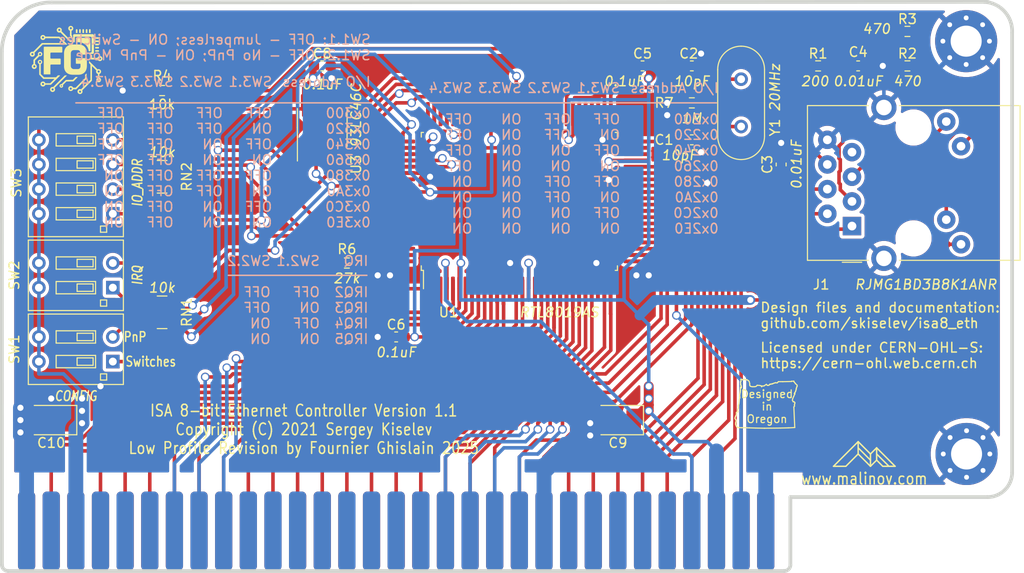
<source format=kicad_pcb>
(kicad_pcb (version 20241229) (generator "pcbnew") (generator_version "9.0")
  (title_block (title "ISA 8-Bit Ethernet Controller Low Profile") (date "2021-04-22") (rev "1.1") (company "Designed by Sergey Kiselev") (comment 2 "Licensed under CERN-OHL-S: https://cern-ohl.web.cern.ch") (comment 3 "Documentation and design files: https://github.com/skiselev/isa8_eth") (comment 4 "ISA 8-Bit Ethernet Controller is an open source hardware project") (comment 5 "Update Low Profile by FOURNIER Ghislain"))
  (layers (0 "F.Cu" signal "Front") (2 "B.Cu" signal "Back") (13 "F.Paste" user) (15 "B.Paste" user) (5 "F.SilkS" user "F.Silkscreen") (7 "B.SilkS" user "B.Silkscreen") (1 "F.Mask" user) (3 "B.Mask" user) (25 "Edge.Cuts" user))
  (net 0 "")
  (net 1 "/A0")
  (net 2 "/A1")
  (net 3 "/A10")
  (net 4 "/A11")
  (net 5 "/A12")
  (net 6 "/A13")
  (net 7 "/A14")
  (net 8 "/A15")
  (net 9 "/A16")
  (net 10 "/A17")
  (net 11 "/A18")
  (net 12 "/A19")
  (net 13 "/A2")
  (net 14 "/A3")
  (net 15 "/A4")
  (net 16 "/A5")
  (net 17 "/A6")
  (net 18 "/A7")
  (net 19 "/A8")
  (net 20 "/A9")
  (net 21 "/AEN")
  (net 22 "/D0")
  (net 23 "/D1")
  (net 24 "/D2")
  (net 25 "/D3")
  (net 26 "/D4")
  (net 27 "/D5")
  (net 28 "/D6")
  (net 29 "/D7")
  (net 30 "/~{IOR}")
  (net 31 "/~{IOW}")
  (net 32 "GND")
  (net 33 "VCC")
  (net 34 "/RSTDRV")
  (net 35 "/IRQ9")
  (net 41 "/~{SMEMW}")
  (net 42 "/~{SMEMR}")
  (net 51 "/IRQ5")
  (net 52 "/IRQ4")
  (net 53 "/IRQ3")
  (net 59 "/IOCHRDY")
  (net 60 "/~{IOCS16}")
  (net 61 "Net-(U1-X1)")
  (net 62 "Net-(U1-X2)")
  (net 63 "Net-(J1-TCT)")
  (net 64 "Net-(J1-RCT)")
  (net 65 "/TP_RX-")
  (net 66 "/TP_RX+")
  (net 67 "/TP_TX-")
  (net 68 "/TP_TX+")
  (net 69 "/LED_LINK")
  (net 70 "/JP")
  (net 71 "/BA18")
  (net 72 "/BA17")
  (net 73 "/BA16")
  (net 74 "/BD6")
  (net 75 "/BD5")
  (net 76 "/BD4")
  (net 77 "/BD3")
  (net 78 "/BD2")
  (net 79 "/BD1")
  (net 80 "/BD0")
  (net 81 "Net-(J1-LEDY_K)")
  (net 82 "Net-(J1-LEDG_K)")
  (net 83 "/BA15")
  (net 84 "/BA14")
  (net 85 "/~{BCS}")
  (net 86 "/EECS")
  (net 87 "/BD7")
  (net 88 "/BA19")
  (net 89 "/BA20")
  (net 90 "/BA21")
  (net 91 "/LED_CRS")
  (net 93 "Net-(RN1-R2.2)")
  (net 94 "Net-(RN1-R3.2)")
  (net 95 "Net-(RN1-R4.2)")
  (net 96 "Net-(RN1-R1.2)")
  (net 97 "Net-(RN2-R1.2)")
  (net 98 "Net-(RN2-R4.2)")
  (net 99 "Net-(RN2-R2.2)")
  (net 100 "Net-(RN2-R3.2)")
  (net 110 "/AUI")
  (footprint "MountingHole:MountingHole_3.2mm_M3_Pad_Via" (layer "F.Cu") (at 201 80)
    (property "Reference" "HOLE1" (hide yes))
    (property "Value" "M3")
  )
  (footprint "MountingHole:MountingHole_3.2mm_M3_Pad_Via" (layer "F.Cu") (at 201.041 122.555)
    (property "Reference" "HOLE2" (hide yes))
    (property "Value" "M3")
  )
  (footprint "My_Components:Crystal_HC-49U_Vert" (layer "F.Cu") (at 177.8 86.36 90)
    (property "Reference" "Y1")
    (property "Value" "20MHz")
  )
  (footprint "Package_SO:SO-8_3.9x4.9mm_P1.27mm" (layer "F.Cu") (at 134.62 88.9 90)
    (property "Reference" "U3")
    (property "Value" "93LC46C")
  )
  (footprint "Capacitor_SMD:C_0603_1608Metric_Pad1.08x0.95mm_HandSolder" (layer "F.Cu") (at 167.64 82.55 180)
    (property "Reference" "C5")
    (property "Value" "0.1uF")
  )
  (footprint "Capacitor_SMD:C_0603_1608Metric_Pad1.08x0.95mm_HandSolder" (layer "F.Cu") (at 134.62 82.55)
    (property "Reference" "C8")
    (property "Value" "0.1uF")
  )
  (footprint "Resistor_SMD:R_0603_1608Metric_Pad0.98x0.95mm_HandSolder" (layer "F.Cu") (at 137.16 102.87)
    (property "Reference" "R6")
    (property "Value" "27k")
  )
  (footprint "Resistor_SMD:R_0603_1608Metric_Pad0.98x0.95mm_HandSolder" (layer "F.Cu") (at 172.72 86.36 180)
    (property "Reference" "R7")
    (property "Value" "1M")
  )
  (footprint "Resistor_SMD:R_Array_Convex_4x0603" (layer "F.Cu") (at 118.11 93.98 180)
    (property "Reference" "RN2")
    (property "Value" "10k")
  )
  (footprint "My_Components:Switch_DIP_2_Positions" (layer "F.Cu") (at 109.22 104.14 90)
    (property "Reference" "SW2")
    (property "Value" "IRQ")
  )
  (footprint "My_Components:Switch_DIP_4_Positions" (layer "F.Cu") (at 109.22 93.98 90)
    (property "Reference" "SW3")
    (property "Value" "IO_ADDR")
  )
  (footprint "My_Components:Switch_DIP_2_Positions" (layer "F.Cu") (at 109.22 111.76 90)
    (property "Reference" "SW1")
    (property "Value" "CONFIG")
  )
  (footprint "My_Components:IC_PQFP-100_14x20mm_P0.65mm_Hand_Soldering" (layer "F.Cu") (at 154.94 96.52 90)
    (property "Reference" "U1")
    (property "Value" "RTL8019AS")
  )
  (footprint "Resistor_SMD:R_0603_1608Metric_Pad0.98x0.95mm_HandSolder" (layer "F.Cu") (at 185.7375 82.55 180)
    (property "Reference" "R1")
    (property "Value" "200")
  )
  (footprint "Capacitor_SMD:C_0603_1608Metric_Pad1.08x0.95mm_HandSolder" (layer "F.Cu") (at 181.9275 92.71 90)
    (property "Reference" "C3")
    (property "Value" "0.01uF")
  )
  (footprint "Resistor_SMD:R_0603_1608Metric_Pad0.98x0.95mm_HandSolder" (layer "F.Cu") (at 194.945 78.994 180)
    (property "Reference" "R3")
    (property "Value" "470")
  )
  (footprint "Capacitor_SMD:C_0603_1608Metric_Pad1.08x0.95mm_HandSolder" (layer "F.Cu") (at 172.72 90.17 180)
    (property "Reference" "C1")
    (property "Value" "10pF")
  )
  (footprint "Capacitor_SMD:C_0603_1608Metric_Pad1.08x0.95mm_HandSolder" (layer "F.Cu") (at 172.72 82.55 180)
    (property "Reference" "C2")
    (property "Value" "10pF")
  )
  (footprint "My_Components:Conn_Edge_PCB_ISA8" (layer "F.Cu") (at 142.24 130.4925)
    (property "Reference" "BUS1" (hide yes))
    (property "Value" "BUSPC_DEV" (hide yes))
  )
  (footprint "Capacitor_SMD:C_0603_1608Metric_Pad1.08x0.95mm_HandSolder" (layer "F.Cu") (at 142.24 110.49 180)
    (property "Reference" "C6")
    (property "Value" "0.1uF")
  )
  (footprint "Resistor_SMD:R_0603_1608Metric_Pad0.98x0.95mm_HandSolder" (layer "F.Cu") (at 194.945 82.55 180)
    (property "Reference" "R2")
    (property "Value" "470")
  )
  (footprint "Capacitor_SMD:C_0603_1608Metric_Pad1.08x0.95mm_HandSolder" (layer "F.Cu") (at 189.865 82.55)
    (property "Reference" "C4")
    (property "Value" "0.01uF")
  )
  (footprint "Connector_RJ:RJ45_Amphenol_RJMG1BD3B8K1ANR" (layer "F.Cu") (at 189.23 99.06 90)
    (property "Reference" "J1")
    (property "Value" "RJMG1BD3B8K1ANR")
  )
  (footprint "Resistor_SMD:R_Array_Convex_4x0603" (layer "F.Cu") (at 118.11 107.95 180)
    (property "Reference" "RN1")
    (property "Value" "10k")
  )
  (footprint "Capacitor_Tantalum_SMD:CP_EIA-3528-15_AVX-H_Pad1.50x2.35mm_HandSolder" (layer "F.Cu") (at 165.1 119.0625 180)
    (property "Reference" "C9")
    (property "Value" "22uF")
  )
  (footprint "Capacitor_Tantalum_SMD:CP_EIA-3528-15_AVX-H_Pad1.50x2.35mm_HandSolder" (layer "F.Cu") (at 106.68 119.0625 180)
    (property "Reference" "C10")
    (property "Value" "22uF")
  )
  (footprint "Resistor_SMD:R_0603_1608Metric_Pad0.98x0.95mm_HandSolder" (layer "F.Cu") (at 118.11 85.09)
    (property "Reference" "R4")
    (property "Value" "10k")
  )
  (gr_line (start 191.77 121.92) (end 193.675 123.825) (stroke (width 0.15)) (layer "F.SilkS"))
  (gr_line (start 189.865 122.555) (end 188.595 123.825) (stroke (width 0.15)) (layer "F.SilkS"))
  (gr_line (start 187.325 123.825) (end 189.865 121.285) (stroke (width 0.15)) (layer "F.SilkS"))
  (gr_line (start 189.865 121.285) (end 191.135 122.555) (stroke (width 0.15)) (layer "F.SilkS"))
  (gr_line (start 192.405 123.825) (end 191.77 123.19) (stroke (width 0.15)) (layer "F.SilkS"))
  (gr_line (start 191.77 123.19) (end 191.135 123.825) (stroke (width 0.15)) (layer "F.SilkS"))
  (gr_line (start 189.865 121.285) (end 189.865 122.555) (stroke (width 0.15)) (layer "F.SilkS"))
  (gr_line (start 193.675 123.825) (end 192.405 123.825) (stroke (width 0.15)) (layer "F.SilkS"))
  (gr_line (start 191.135 123.825) (end 189.865 122.555) (stroke (width 0.15)) (layer "F.SilkS"))
  (gr_line (start 188.595 123.825) (end 187.325 123.825) (stroke (width 0.15)) (layer "F.SilkS"))
  (gr_line (start 191.135 122.555) (end 191.77 121.92) (stroke (width 0.15)) (layer "F.SilkS"))
  (gr_line (start 189.865 121.92) (end 191.135 123.19) (stroke (width 0.15)) (layer "F.SilkS"))
  (gr_line (start 191.135 122.555) (end 191.135 123.825) (stroke (width 0.15)) (layer "F.SilkS"))
  (gr_line (start 191.77 122.555) (end 193.04 123.825) (stroke (width 0.15)) (layer "F.SilkS"))
  (gr_line (start 191.77 121.92) (end 191.77 123.19) (stroke (width 0.15)) (layer "F.SilkS"))
  (gr_poly (pts (xy 105.531311 81.098893) (xy 105.543169 81.099193) (xy 105.55487 81.100082) (xy 105.566401 81.101546) (xy 105.577747 81.10357) (xy 105.588893 81.10614) (xy 105.599824 81.109242) (xy 105.610528 81.112861) (xy 105.620988 81.116982) (xy 105.631192 81.121592) (xy 105.641123 81.126675) (xy 105.650768 81.132218) (xy 105.660113 81.138205) (xy 105.669142 81.144623) (xy 105.677842 81.151456) (xy 105.686198 81.158691) (xy 105.694195 81.166313) (xy 105.70182 81.174307) (xy 105.709057 81.182659) (xy 105.715893 81.191355) (xy 105.722312 81.200379) (xy 105.728301 81.209719) (xy 105.733845 81.219358) (xy 105.73893 81.229284) (xy 105.74354 81.23948) (xy 105.747662 81.249933) (xy 105.751282 81.260629) (xy 105.754384 81.271552) (xy 105.756954 81.282689) (xy 105.758979 81.294025) (xy 105.760443 81.305545) (xy 105.761331 81.317235) (xy 105.761631 81.329081) (xy 105.761331 81.340927) (xy 105.760443 81.352617) (xy 105.758979 81.364137) (xy 105.756954 81.375473) (xy 105.754384 81.386609) (xy 105.751282 81.397533) (xy 105.747662 81.408228) (xy 105.74354 81.418682) (xy 105.73893 81.428878) (xy 105.733845 81.438803) (xy 105.728301 81.448443) (xy 105.722313 81.457782) (xy 105.715893 81.466807) (xy 105.709057 81.475503) (xy 105.70182 81.483855) (xy 105.694195 81.491849) (xy 105.686198 81.499471) (xy 105.677842 81.506706) (xy 105.669142 81.513539) (xy 105.660113 81.519957) (xy 105.650768 81.525944) (xy 105.641123 81.531487) (xy 105.631192 81.53657) (xy 105.620989 81.541179) (xy 105.610528 81.545301) (xy 105.599825 81.54892) (xy 105.588893 81.552022) (xy 105.577747 81.554592) (xy 105.566401 81.556616) (xy 105.55487 81.55808) (xy 105.543169 81.558969) (xy 105.531311 81.559268) (xy 105.522674 81.559108) (xy 105.514126 81.558632) (xy 105.505671 81.557845) (xy 105.497312 81.556755) (xy 105.489053 81.555367) (xy 105.480896 81.553687) (xy 105.472844 81.551722) (xy 105.464901 81.549479) (xy 105.030587 81.982734) (xy 105.029068 81.984307) (xy 105.027638 81.985947) (xy 105.026297 81.987651) (xy 105.025048 81.989414) (xy 105.023891 81.991234) (xy 105.02283 81.993105) (xy 105.021864 81.995025) (xy 105.020996 81.996988) (xy 105.020228 81.998992) (xy 105.01956 82.001032) (xy 105.018994 82.003105) (xy 105.018532 82.005207) (xy 105.018176 82.007333) (xy 105.017927 82.009481) (xy 105.017786 82.011645) (xy 105.017755 82.013822) (xy 105.018946 82.361882) (xy 105.037525 82.369302) (xy 105.055367 82.378075) (xy 105.072409 82.388137) (xy 105.088587 82.399426) (xy 105.103837 82.411876) (xy 105.118095 82.425424) (xy 105.131299 82.440007) (xy 105.143383 82.455561) (xy 105.154284 82.472021) (xy 105.163938 82.489325) (xy 105.172282 82.507408) (xy 105.179252 82.526206) (xy 105.184784 82.545657) (xy 105.188815 82.565696) (xy 105.19128 82.586259) (xy 105.191905 82.596717) (xy 105.192115 82.607282) (xy 105.191777 82.620693) (xy 105.190773 82.633927) (xy 105.189119 82.646968) (xy 105.186832 82.6598) (xy 105.183928 82.672405) (xy 105.180423 82.684769) (xy 105.176334 82.696874) (xy 105.171676 82.708705) (xy 105.166467 82.720244) (xy 105.160722 82.731476) (xy 105.154458 82.742385) (xy 105.14769 82.752953) (xy 105.140436 82.763165) (xy 105.132711 82.773004) (xy 105.124532 82.782454) (xy 105.115915 82.791499) (xy 105.106877 82.800122) (xy 105.097433 82.808307) (xy 105.0876 82.816038) (xy 105.077394 82.823298) (xy 105.066831 82.830071) (xy 105.055928 82.836341) (xy 105.044702 82.842091) (xy 105.033167 82.847305) (xy 105.021341 82.851967) (xy 105.00924 82.85606) (xy 104.99688 82.859569) (xy 104.984277 82.862476) (xy 104.971448 82.864765) (xy 104.958409 82.866421) (xy 104.945176 82.867426) (xy 104.931765 82.867765) (xy 104.918355 82.867426) (xy 104.905121 82.866421) (xy 104.89208 82.864765) (xy 104.879248 82.862476) (xy 104.866643 82.859569) (xy 104.854279 82.85606) (xy 104.842174 82.851967) (xy 104.830343 82.847305) (xy 104.818804 82.842091) (xy 104.807572 82.836341) (xy 104.796664 82.830071) (xy 104.786095 82.823298) (xy 104.775883 82.816038) (xy 104.766044 82.808307) (xy 104.756594 82.800122) (xy 104.747549 82.791499) (xy 104.738926 82.782454) (xy 104.730741 82.773004) (xy 104.72301 82.763165) (xy 104.71575 82.752953) (xy 104.708977 82.742385) (xy 104.702707 82.731476) (xy 104.696957 82.720244) (xy 104.691743 82.708705) (xy 104.687081 82.696874) (xy 104.682988 82.684769) (xy 104.679479 82.672405) (xy 104.676572 82.6598) (xy 104.674283 82.646968) (xy 104.672627 82.633927) (xy 104.671622 82.620693) (xy 104.671283 82.607282) (xy 104.671463 82.598287) (xy 104.834399 82.598287) (xy 104.834534 82.6036) (xy 104.834934 82.608844) (xy 104.835594 82.614011) (xy 104.836505 82.619097) (xy 104.837663 82.624093) (xy 104.83906 82.628995) (xy 104.840689 82.633794) (xy 104.842545 82.638485) (xy 104.84462 82.643061) (xy 104.846909 82.647516) (xy 104.849403 82.651842) (xy 104.852098 82.656035) (xy 104.854986 82.660086) (xy 104.85806 82.663989) (xy 104.861315 82.667739) (xy 104.864743 82.671328) (xy 104.868339 82.674751) (xy 104.872094 82.677999) (xy 104.876004 82.681068) (xy 104.880061 82.68395) (xy 104.884259 82.686638) (xy 104.888591 82.689128) (xy 104.893051 82.691411) (xy 104.897632 82.693481) (xy 104.902328 82.695332) (xy 104.907131 82.696958) (xy 104.912036 82.698351) (xy 104.917035 82.699506) (xy 104.922123 82.700415) (xy 104.927293 82.701073) (xy 104.932538 82.701472) (xy 104.937851 82.701607) (xy 104.943164 82.701472) (xy 104.948407 82.701073) (xy 104.953575 82.700415) (xy 104.958661 82.699506) (xy 104.963657 82.698351) (xy 104.968559 82.696958) (xy 104.973358 82.695332) (xy 104.978049 82.693481) (xy 104.982625 82.691411) (xy 104.98708 82.689128) (xy 104.991406 82.686638) (xy 104.995599 82.68395) (xy 104.99965 82.681068) (xy 105.003554 82.677999) (xy 105.007303 82.674751) (xy 105.010892 82.671328) (xy 105.014315 82.667739) (xy 105.017563 82.663989) (xy 105.020632 82.660086) (xy 105.023514 82.656035) (xy 105.026202 82.651842) (xy 105.028692 82.647516) (xy 105.030975 82.643061) (xy 105.033045 82.638485) (xy 105.034896 82.633794) (xy 105.036522 82.628995) (xy 105.037915 82.624093) (xy 105.03907 82.619097) (xy 105.039979 82.614011) (xy 105.040637 82.608844) (xy 105.041036 82.6036) (xy 105.041171 82.598287) (xy 105.041037 82.592962) (xy 105.040638 82.587707) (xy 105.039982 82.582529) (xy 105.039075 82.577433) (xy 105.037923 82.572428) (xy 105.036533 82.567518) (xy 105.034911 82.562711) (xy 105.033064 82.558012) (xy 105.030997 82.55343) (xy 105.028718 82.548969) (xy 105.026233 82.544637) (xy 105.023549 82.540439) (xy 105.020671 82.536383) (xy 105.017606 82.532475) (xy 105.014361 82.528722) (xy 105.010942 82.52513) (xy 105.007356 82.521704) (xy 105.003608 82.518453) (xy 104.999707 82.515383) (xy 104.995657 82.512499) (xy 104.991465 82.509808) (xy 104.987138 82.507318) (xy 104.982683 82.505034) (xy 104.978105 82.502962) (xy 104.973411 82.501111) (xy 104.968608 82.499484) (xy 104.963702 82.498091) (xy 104.958699 82.496936) (xy 104.953606 82.496026) (xy 104.948429 82.495369) (xy 104.943175 82.494969) (xy 104.937851 82.494835) (xy 104.932526 82.49497) (xy 104.927271 82.49537) (xy 104.922093 82.49603) (xy 104.916997 82.496941) (xy 104.911992 82.498099) (xy 104.907082 82.499496) (xy 104.902275 82.501125) (xy 104.897576 82.502981) (xy 104.892994 82.505056) (xy 104.888533 82.507344) (xy 104.884201 82.509839) (xy 104.880003 82.512534) (xy 104.875947 82.515422) (xy 104.87204 82.518496) (xy 104.868286 82.521751) (xy 104.864694 82.525179) (xy 104.861269 82.528775) (xy 104.858017 82.53253) (xy 104.854947 82.53644) (xy 104.852063 82.540497) (xy 104.849372 82.544695) (xy 104.846882 82.549027) (xy 104.844598 82.553487) (xy 104.842527 82.558068) (xy 104.840675 82.562764) (xy 104.839049 82.567567) (xy 104.837655 82.572472) (xy 104.8365 82.577471) (xy 104.83559 82.582559) (xy 104.834933 82.587729) (xy 104.834533 82.592974) (xy 104.834399 82.598287) (xy 104.671463 82.598287) (xy 104.671494 82.596704) (xy 104.672122 82.586233) (xy 104.673159 82.575875) (xy 104.674596 82.565641) (xy 104.676426 82.555538) (xy 104.678641 82.545573) (xy 104.681233 82.535755) (xy 104.684194 82.526093) (xy 104.687516 82.516593) (xy 104.69119 82.507265) (xy 104.695209 82.498116) (xy 104.699565 82.489155) (xy 104.70425 82.480389) (xy 104.709256 82.471827) (xy 104.714575 82.463476) (xy 104.720198 82.455346) (xy 104.726118 82.447443) (xy 104.732328 82.439776) (xy 104.738818 82.432353) (xy 104.745581 82.425183) (xy 104.752609 82.418272) (xy 104.759894 82.41163) (xy 104.767428 82.405265) (xy 104.775202 82.399184) (xy 104.78321 82.393395) (xy 104.791443 82.387908) (xy 104.799892 82.382729) (xy 104.808551 82.377867) (xy 104.81741 82.37333) (xy 104.826463 82.369126) (xy 104.8357 82.365263) (xy 104.845114 82.361749) (xy 104.845114 81.938416) (xy 104.845168 81.936263) (xy 104.845329 81.934124) (xy 104.845595 81.932001) (xy 104.845964 81.929898) (xy 104.846435 81.927819) (xy 104.847005 81.925768) (xy 104.847673 81.923748) (xy 104.848438 81.921764) (xy 104.849298 81.919818) (xy 104.85025 81.917915) (xy 104.851293 81.916058) (xy 104.852426 81.91425) (xy 104.853646 81.912496) (xy 104.854952 81.9108) (xy 104.856342 81.909164) (xy 104.857814 81.907592) (xy 105.327053 81.435046) (xy 105.324015 81.429044) (xy 105.321153 81.422945) (xy 105.31847 81.416753) (xy 105.315969 81.410471) (xy 105.313653 81.404101) (xy 105.311524 81.397646) (xy 105.309584 81.39111) (xy 105.307838 81.384494) (xy 105.306286 81.377803) (xy 105.304933 81.371039) (xy 105.30378 81.364204) (xy 105.302831 81.357302) (xy 105.302088 81.350336) (xy 105.301554 81.343308) (xy 105.301304 81.337812) (xy 105.424684 81.337812) (xy 105.424819 81.343125) (xy 105.425218 81.348369) (xy 105.425876 81.353536) (xy 105.426785 81.358622) (xy 105.42794 81.363619) (xy 105.429334 81.36852) (xy 105.43096 81.373319) (xy 105.432812 81.37801) (xy 105.434883 81.382586) (xy 105.437167 81.387041) (xy 105.439658 81.391367) (xy 105.442348 81.39556) (xy 105.445232 81.399611) (xy 105.448303 81.403515) (xy 105.451554 81.407264) (xy 105.454979 81.410854) (xy 105.458572 81.414276) (xy 105.462325 81.417524) (xy 105.466233 81.420593) (xy 105.470289 81.423475) (xy 105.474486 81.426164) (xy 105.478818 81.428653) (xy 105.483279 81.430936) (xy 105.487862 81.433006) (xy 105.49256 81.434857) (xy 105.497367 81.436483) (xy 105.502277 81.437876) (xy 105.507283 81.439031) (xy 105.512378 81.43994) (xy 105.517557 81.440598) (xy 105.522811 81.440997) (xy 105.528136 81.441132) (xy 105.533449 81.440998) (xy 105.538693 81.440599) (xy 105.543861 81.439943) (xy 105.548946 81.439036) (xy 105.553943 81.437885) (xy 105.558844 81.436494) (xy 105.563643 81.434872) (xy 105.568334 81.433025) (xy 105.57291 81.430958) (xy 105.577365 81.428679) (xy 105.581692 81.426194) (xy 105.585884 81.42351) (xy 105.589935 81.420632) (xy 105.593839 81.417567) (xy 105.597589 81.414322) (xy 105.601178 81.410903) (xy 105.6046 81.407317) (xy 105.607849 81.40357) (xy 105.610917 81.399668) (xy 105.613799 81.395618) (xy 105.616488 81.391426) (xy 105.618977 81.3871) (xy 105.62126 81.382644) (xy 105.62333 81.378066) (xy 105.625182 81.373372) (xy 105.626807 81.368569) (xy 105.628201 81.363663) (xy 105.629355 81.35866) (xy 105.630265 81.353567) (xy 105.630922 81.34839) (xy 105.631322 81.343137) (xy 105.631456 81.337812) (xy 105.631322 81.332487) (xy 105.630924 81.327232) (xy 105.630268 81.322054) (xy 105.629361 81.316959) (xy 105.628209 81.311953) (xy 105.626819 81.307043) (xy 105.625197 81.302236) (xy 105.623349 81.297537) (xy 105.621283 81.292955) (xy 105.619004 81.288494) (xy 105.616519 81.284162) (xy 105.613834 81.279964) (xy 105.610956 81.275909) (xy 105.607891 81.272001) (xy 105.604646 81.268247) (xy 105.601227 81.264655) (xy 105.597641 81.26123) (xy 105.593894 81.257979) (xy 105.589992 81.254908) (xy 105.585942 81.252024) (xy 105.581751 81.249334) (xy 105.577424 81.246843) (xy 105.572968 81.244559) (xy 105.56839 81.242488) (xy 105.563696 81.240636) (xy 105.558893 81.23901) (xy 105.553987 81.237616) (xy 105.548984 81.236461) (xy 105.543891 81.235552) (xy 105.538715 81.234894) (xy 105.533461 81.234495) (xy 105.528136 81.23436) (xy 105.522811 81.234495) (xy 105.517557 81.234895) (xy 105.512378 81.235555) (xy 105.507283 81.236467) (xy 105.502277 81.237624) (xy 105.497367 81.239021) (xy 105.49256 81.240651) (xy 105.487862 81.242506) (xy 105.483279 81.244582) (xy 105.478818 81.24687) (xy 105.474486 81.249364) (xy 105.470289 81.252059) (xy 105.466233 81.254947) (xy 105.462325 81.258021) (xy 105.458572 81.261276) (xy 105.454979 81.264704) (xy 105.451554 81.2683) (xy 105.448303 81.272056) (xy 105.445232 81.275966) (xy 105.442348 81.280023) (xy 105.439658 81.284221) (xy 105.437167 81.288553) (xy 105.434883 81.293013) (xy 105.432812 81.297593) (xy 105.43096 81.302289) (xy 105.429334 81.307092) (xy 105.42794 81.311997) (xy 105.426785 81.316997) (xy 105.425876 81.322084) (xy 105.425218 81.327254) (xy 105.424819 81.332499) (xy 105.424684 81.337812) (xy 105.301304 81.337812) (xy 105.301232 81.336222) (xy 105.301124 81.329081) (xy 105.301423 81.317235) (xy 105.302312 81.305545) (xy 105.303776 81.294025) (xy 105.3058 81.282689) (xy 105.308371 81.271552) (xy 105.311472 81.260629) (xy 105.315091 81.249933) (xy 105.319213 81.23948) (xy 105.323822 81.229283) (xy 105.328906 81.219358) (xy 105.334448 81.209719) (xy 105.340435 81.200379) (xy 105.346853 81.191354) (xy 105.353686 81.182659) (xy 105.360921 81.174307) (xy 105.368543 81.166312) (xy 105.376537 81.158691) (xy 105.384889 81.151456) (xy 105.393585 81.144622) (xy 105.40261 81.138205) (xy 105.411949 81.132217) (xy 105.421589 81.126675) (xy 105.431514 81.121592) (xy 105.441711 81.116982) (xy 105.452164 81.112861) (xy 105.462859 81.109242) (xy 105.473783 81.10614) (xy 105.48492 81.10357) (xy 105.496255 81.101545) (xy 105.507775 81.100082) (xy 105.519466 81.099193) (xy 105.531311 81.098893)) (fill yes) (layer "F.SilkS"))
  (gr_line (start 183.347595 116.34701) (end 183.342995 116.349075) (stroke (width 0.12)) (layer "F.SilkS"))
  (gr_line (start 182.995795 115.063165) (end 182.995795 115.081705) (stroke (width 0.12)) (layer "F.SilkS"))
  (gr_line (start 178.77404 115.58413) (end 178.69997 115.50971) (stroke (width 0.12)) (layer "F.SilkS"))
  (gr_poly (pts (xy 110.965889 79.279092) (xy 110.978699 79.280641) (xy 110.990558 79.283141) (xy 111.001504 79.286524) (xy 111.011572 79.290721) (xy 111.020797 79.295664) (xy 111.029217 79.301286) (xy 111.036866 79.307519) (xy 111.043782 79.314296) (xy 111.049998 79.321547) (xy 111.055553 79.329205) (xy 111.060481 79.337203) (xy 111.064818 79.345472) (xy 111.068601 79.353945) (xy 111.071865 79.362554) (xy 111.074646 79.37123) (xy 111.07698 79.379907) (xy 111.078904 79.388516) (xy 111.081661 79.405258) (xy 111.083206 79.420914) (xy 111.083826 79.434941) (xy 111.083808 79.446797) (xy 111.083439 79.455937) (xy 111.082799 79.463901) (xy 111.082799 81.174829) (xy 111.082734 81.185337) (xy 111.082021 81.195337) (xy 111.080704 81.204842) (xy 111.078825 81.213863) (xy 111.076427 81.22241) (xy 111.073551 81.230496) (xy 111.070241 81.238131) (xy 111.066539 81.245328) (xy 111.062488 81.252097) (xy 111.05813 81.25845) (xy 111.053509 81.264398) (xy 111.048666 81.269953) (xy 111.043644 81.275126) (xy 111.038486 81.279929) (xy 111.033234 81.284372) (xy 111.027931 81.288467) (xy 111.022619 81.292226) (xy 111.017342 81.29566) (xy 111.007059 81.301599) (xy 110.997424 81.306374) (xy 110.988777 81.310076) (xy 110.981458 81.312798) (xy 110.975808 81.314629) (xy 110.97088 81.315984) (xy 110.569507 81.321672) (xy 110.570962 81.16914) (xy 110.7735 81.163452) (xy 110.77959 81.162416) (xy 110.785316 81.16092) (xy 110.790689 81.158994) (xy 110.795721 81.156672) (xy 110.800422 81.153986) (xy 110.804804 81.150968) (xy 110.808878 81.147651) (xy 110.812655 81.144067) (xy 110.816146 81.140248) (xy 110.819363 81.136228) (xy 110.822317 81.132037) (xy 110.825018 81.12771) (xy 110.827479 81.123277) (xy 110.82971 81.118772) (xy 110.831723 81.114228) (xy 110.833528 81.109675) (xy 110.836561 81.100677) (xy 110.8389 81.092038) (xy 110.840633 81.084016) (xy 110.84185 81.076871) (xy 110.843095 81.06625) (xy 110.843351 81.062249) (xy 110.837662 79.65493) (xy 110.837389 79.645711) (xy 110.836594 79.637019) (xy 110.835311 79.628839) (xy 110.833575 79.621155) (xy 110.831421 79.613953) (xy 110.828884 79.607216) (xy 110.825999 79.60093) (xy 110.8228 79.595078) (xy 110.819322 79.589646) (xy 110.815601 79.584618) (xy 110.811671 79.579979) (xy 110.807566 79.575714) (xy 110.803322 79.571806) (xy 110.798974 79.568241) (xy 110.794556 79.565003) (xy 110.790103 79.562078) (xy 110.78565 79.559448) (xy 110.781232 79.5571) (xy 110.77264 79.553185) (xy 110.764605 79.550211) (xy 110.757406 79.548053) (xy 110.751322 79.546588) (xy 110.746631 79.545695) (xy 110.742544 79.545128) (xy 109.194996 79.545128) (xy 109.186227 79.545241) (xy 109.178062 79.545833) (xy 109.170479 79.546871) (xy 109.163459 79.548325) (xy 109.156978 79.550163) (xy 109.151016 79.552352) (xy 109.145551 79.554862) (xy 109.140562 79.55766) (xy 109.136028 79.560716) (xy 109.131927 79.563997) (xy 109.128238 79.567472) (xy 109.12494 79.57111) (xy 109.122011 79.574878) (xy 109.119429 79.578745) (xy 109.117174 79.58268) (xy 109.115224 79.586651) (xy 109.113558 79.590626) (xy 109.112154 79.594573) (xy 109.110991 79.598462) (xy 109.110048 79.60226) (xy 109.108735 79.609458) (xy 109.108043 79.615914) (xy 109.107803 79.621376) (xy 109.107843 79.62559) (xy 109.108081 79.629265) (xy 109.108081 80.101282) (xy 108.941261 80.101282) (xy 108.941129 80.101282) (xy 108.934646 79.380689) (xy 108.935041 79.373005) (xy 108.93605 79.365699) (xy 108.937632 79.35876) (xy 108.939746 79.352182) (xy 108.94235 79.345955) (xy 108.945404 79.34007) (xy 108.948866 79.334518) (xy 108.952696 79.329292) (xy 108.956852 79.324381) (xy 108.961293 79.319778) (xy 108.965979 79.315473) (xy 108.970867 79.311459) (xy 108.975918 79.307725) (xy 108.98109 79.304263) (xy 108.986341 79.301066) (xy 108.991631 79.298123) (xy 109.002163 79.292966) (xy 109.012358 79.288725) (xy 109.021885 79.285327) (xy 109.030417 79.282704) (xy 109.043182 79.279503) (xy 109.048021 79.27856) (xy 110.952094 79.27856)) (fill yes) (layer "F.SilkS"))
  (gr_line (start 177.329787 118.263385) (end 177.311252 118.28199) (stroke (width 0.12)) (layer "F.SilkS"))
  (gr_line (start 177.440857 119.807685) (end 177.459392 119.826287) (stroke (width 0.12)) (layer "F.SilkS"))
  (gr_line (start 180.75531 115.3795) (end 180.75531 115.3795) (stroke (width 0.12)) (layer "F.SilkS"))
  (gr_line (start 179.82948 115.50971) (end 179.681345 115.49105) (stroke (width 0.12)) (layer "F.SilkS"))
  (gr_line (start 183.343695 116.230366) (end 183.386045 116.15884) (stroke (width 0.12)) (layer "F.SilkS"))
  (gr_line (start 177.514926 117.835435) (end 177.459392 117.928515) (stroke (width 0.12)) (layer "F.SilkS"))
  (gr_line (start 177.255718 119.026266) (end 177.292719 119.13782) (stroke (width 0.12)) (layer "F.SilkS"))
  (gr_line (start 183.303595 116.356255) (end 183.294195 116.34881) (stroke (width 0.12)) (layer "F.SilkS"))
  (gr_poly (pts (xy 111.524388 79.762392) (xy 111.523396 79.76246) (xy 111.522403 79.762516) (xy 111.521411 79.762559) (xy 111.520419 79.76259) (xy 111.519427 79.762609) (xy 111.518435 79.762615) (xy 111.517542 79.762609) (xy 111.516649 79.762593) (xy 111.514863 79.762533) (xy 111.513077 79.762448) (xy 111.511292 79.762351) (xy 111.524897 79.762351)) (fill yes) (layer "F.SilkS"))
  (gr_line (start 177.60753 116.979615) (end 177.588995 117.18424) (stroke (width 0.12)) (layer "F.SilkS"))
  (gr_poly (pts (xy 110.607087 79.651103) (xy 110.615716 79.651835) (xy 110.625928 79.653299) (xy 110.63733 79.655726) (xy 110.643354 79.657374) (xy 110.649528 79.65935) (xy 110.655802 79.661684) (xy 110.662127 79.664405) (xy 110.668454 79.667542) (xy 110.674734 79.671123) (xy 110.680918 79.675179) (xy 110.686955 79.679738) (xy 110.692798 79.68483) (xy 110.698396 79.690483) (xy 110.703701 79.696727) (xy 110.708663 79.70359) (xy 110.713233 79.711103) (xy 110.717361 79.719294) (xy 110.720999 79.728192) (xy 110.724098 79.737826) (xy 110.726607 79.748226) (xy 110.728478 79.759421) (xy 110.729661 79.77144) (xy 110.730108 79.784311) (xy 110.729447 81.03407) (xy 110.539741 81.03407) (xy 110.536361 80.990877) (xy 110.529386 80.941495) (xy 110.516445 80.877685) (xy 110.495704 80.802521) (xy 110.465331 80.719076) (xy 110.44596 80.675208) (xy 110.423493 80.630421) (xy 110.397702 80.585101) (xy 110.368357 80.53963) (xy 110.335229 80.494394) (xy 110.29809 80.449776) (xy 110.256709 80.40616) (xy 110.210859 80.36393) (xy 110.16031 80.323471) (xy 110.104832 80.285167) (xy 110.044197 80.249401) (xy 109.978175 80.216558) (xy 109.906538 80.187021) (xy 109.829056 80.161175) (xy 109.745501 80.139405) (xy 109.655643 80.122093) (xy 109.559252 80.109625) (xy 109.456101 80.102383) (xy 109.345959 80.100753) (xy 109.228598 80.105118) (xy 109.228598 80.104986) (xy 109.228598 79.723589) (xy 109.228063 79.720558) (xy 109.227691 79.717085) (xy 109.227513 79.712586) (xy 109.227729 79.707273) (xy 109.228046 79.704377) (xy 109.228536 79.701356) (xy 109.229223 79.698236) (xy 109.230132 79.695044) (xy 109.231288 79.691806) (xy 109.232716 79.688548) (xy 109.23444 79.685297) (xy 109.236486 79.682079) (xy 109.238878 79.67892) (xy 109.24164 79.675847) (xy 109.244798 79.672885) (xy 109.248377 79.670061) (xy 109.252401 79.667401) (xy 109.256894 79.664932) (xy 109.261883 79.66268) (xy 109.267391 79.660671) (xy 109.273443 79.658931) (xy 109.280064 79.657488) (xy 109.287279 79.656366) (xy 109.295113 79.655592) (xy 109.30359 79.655193) (xy 109.312736 79.655194) (xy 110.594642 79.650961) (xy 110.600436 79.650869)) (fill yes) (layer "F.SilkS"))
  (gr_poly (pts (xy 110.331417 78.7585) (xy 110.335759 78.75883) (xy 110.340038 78.759373) (xy 110.344248 78.760124) (xy 110.348384 78.761078) (xy 110.352441 78.762229) (xy 110.356413 78.763572) (xy 110.360294 78.765101) (xy 110.36408 78.766811) (xy 110.367765 78.768698) (xy 110.371344 78.770755) (xy 110.374811 78.772977) (xy 110.378162 78.775358) (xy 110.38139 78.777895) (xy 110.38449 78.78058) (xy 110.387457 78.783409) (xy 110.390286 78.786376) (xy 110.392971 78.789477) (xy 110.395508 78.792705) (xy 110.397889 78.796055) (xy 110.400111 78.799522) (xy 110.402168 78.803101) (xy 110.404055 78.806786) (xy 110.405765 78.810572) (xy 110.407294 78.814454) (xy 110.408637 78.818425) (xy 110.409788 78.822482) (xy 110.410742 78.826618) (xy 110.411493 78.830828) (xy 110.412036 78.835107) (xy 110.412366 78.839449) (xy 110.412477 78.84385) (xy 110.412473 78.845336) (xy 110.412463 78.846075) (xy 110.412444 78.84681) (xy 110.412412 78.847538) (xy 110.412365 78.848259) (xy 110.4123 78.84897) (xy 110.412212 78.84967) (xy 110.412212 79.155397) (xy 110.241688 79.155397) (xy 110.241688 78.84967) (xy 110.241591 78.848259) (xy 110.241506 78.84681) (xy 110.241473 78.846075) (xy 110.241446 78.845336) (xy 110.24143 78.844594) (xy 110.241424 78.84385) (xy 110.241535 78.839449) (xy 110.241866 78.835107) (xy 110.242411 78.830828) (xy 110.243165 78.826618) (xy 110.244121 78.822482) (xy 110.245276 78.818425) (xy 110.246622 78.814454) (xy 110.248156 78.810572) (xy 110.249872 78.806786) (xy 110.251763 78.803101) (xy 110.253825 78.799522) (xy 110.256053 78.796055) (xy 110.258441 78.792705) (xy 110.260983 78.789477) (xy 110.263674 78.786376) (xy 110.26651 78.783409) (xy 110.269483 78.78058) (xy 110.27259 78.777895) (xy 110.275824 78.775358) (xy 110.27918 78.772977) (xy 110.282653 78.770755) (xy 110.286237 78.768698) (xy 110.289927 78.766811) (xy 110.293718 78.765101) (xy 110.297604 78.763572) (xy 110.30158 78.762229) (xy 110.30564 78.761078) (xy 110.309779 78.760124) (xy 110.313992 78.759373) (xy 110.318272 78.75883) (xy 110.322616 78.7585) (xy 110.327016 78.758389)) (fill yes) (layer "F.SilkS"))
  (gr_line (start 183.317295 116.356801) (end 183.303595 116.356255) (stroke (width 0.12)) (layer "F.SilkS"))
  (gr_line (start 178.66297 119.863494) (end 179.292535 119.882098) (stroke (width 0.12)) (layer "F.SilkS"))
  (gr_line (start 177.75567 115.43531) (end 177.811205 115.52832) (stroke (width 0.12)) (layer "F.SilkS"))
  (gr_line (start 181.847755 119.882098) (end 182.662495 119.863494) (stroke (width 0.12)) (layer "F.SilkS"))
  (gr_line (start 177.292719 119.13782) (end 177.255718 119.286715) (stroke (width 0.12)) (layer "F.SilkS"))
  (gr_line (start 177.64453 116.700551) (end 177.6816 116.774895) (stroke (width 0.12)) (layer "F.SilkS"))
  (gr_line (start 183.106895 116.886585) (end 183.217995 116.626075) (stroke (width 0.12)) (layer "F.SilkS"))
  (gr_line (start 183.477195 115.86325) (end 183.483145 115.830455) (stroke (width 0.12)) (layer "F.SilkS"))
  (gr_poly (pts (xy 109.645485 78.757045) (xy 109.649827 78.757375) (xy 109.654106 78.757918) (xy 109.658316 78.758669) (xy 109.662452 78.759623) (xy 109.666508 78.760774) (xy 109.67048 78.762116) (xy 109.674362 78.763646) (xy 109.678148 78.765356) (xy 109.681833 78.767243) (xy 109.685412 78.7693) (xy 109.688879 78.771521) (xy 109.692229 78.773903) (xy 109.695457 78.776439) (xy 109.698558 78.779125) (xy 109.701525 78.781954) (xy 109.704354 78.784921) (xy 109.707039 78.788021) (xy 109.709575 78.791249) (xy 109.711957 78.7946) (xy 109.714179 78.798067) (xy 109.716236 78.801646) (xy 109.718122 78.805331) (xy 109.719833 78.809117) (xy 109.721362 78.812998) (xy 109.722705 78.81697) (xy 109.723856 78.821027) (xy 109.72481 78.825163) (xy 109.725561 78.829373) (xy 109.726104 78.833652) (xy 109.726433 78.837994) (xy 109.726545 78.842394) (xy 109.726539 78.843138) (xy 109.726522 78.843881) (xy 109.726462 78.845354) (xy 109.726377 78.846803) (xy 109.72628 78.848215) (xy 109.72628 79.155397) (xy 109.555888 79.155397) (xy 109.555888 78.848215) (xy 109.555791 78.846803) (xy 109.555707 78.845354) (xy 109.555673 78.84462) (xy 109.555647 78.843881) (xy 109.55563 78.843138) (xy 109.555624 78.842394) (xy 109.555735 78.837994) (xy 109.556065 78.833652) (xy 109.556608 78.829373) (xy 109.557359 78.825163) (xy 109.558313 78.821027) (xy 109.559464 78.81697) (xy 109.560806 78.812998) (xy 109.562336 78.809117) (xy 109.564046 78.805331) (xy 109.565933 78.801646) (xy 109.56799 78.798067) (xy 109.570212 78.7946) (xy 109.572593 78.791249) (xy 109.575129 78.788021) (xy 109.577815 78.784921) (xy 109.580644 78.781954) (xy 109.583611 78.779125) (xy 109.586711 78.776439) (xy 109.589939 78.773903) (xy 109.59329 78.771521) (xy 109.596757 78.7693) (xy 109.600336 78.767243) (xy 109.604021 78.765356) (xy 109.607807 78.763646) (xy 109.611688 78.762116) (xy 109.61566 78.760774) (xy 109.619717 78.759623) (xy 109.623853 78.758669) (xy 109.628063 78.757918) (xy 109.632342 78.757375) (xy 109.636684 78.757045) (xy 109.641084 78.756934)) (fill yes) (layer "F.SilkS"))
  (gr_poly (pts (xy 108.707551 78.422046) (xy 108.720785 78.423052) (xy 108.733826 78.42471) (xy 108.746657 78.427002) (xy 108.759263 78.429911) (xy 108.771627 78.433423) (xy 108.783732 78.43752) (xy 108.795563 78.442185) (xy 108.807102 78.447404) (xy 108.818334 78.453158) (xy 108.829242 78.459432) (xy 108.839811 78.466209) (xy 108.850022 78.473473) (xy 108.859862 78.481208) (xy 108.869312 78.489396) (xy 108.878357 78.498023) (xy 108.88698 78.50707) (xy 108.895165 78.516523) (xy 108.902895 78.526364) (xy 108.910156 78.536577) (xy 108.916929 78.547146) (xy 108.923199 78.558054) (xy 108.928949 78.569285) (xy 108.934163 78.580823) (xy 108.938825 78.592651) (xy 108.942918 78.604752) (xy 108.946426 78.617111) (xy 108.949334 78.62971) (xy 108.951623 78.642534) (xy 108.953279 78.655566) (xy 108.954284 78.66879) (xy 108.954623 78.682189) (xy 108.954402 78.693037) (xy 108.953743 78.703772) (xy 108.952656 78.714385) (xy 108.951149 78.724867) (xy 108.949231 78.73521) (xy 108.94691 78.745406) (xy 108.944195 78.755446) (xy 108.941094 78.76532) (xy 108.937617 78.775021) (xy 108.933771 78.78454) (xy 108.929565 78.793869) (xy 108.925009 78.802998) (xy 108.920109 78.81192) (xy 108.914876 78.820625) (xy 108.909318 78.829105) (xy 108.903443 78.837351) (xy 108.897259 78.845355) (xy 108.890777 78.853108) (xy 108.884003 78.860602) (xy 108.876947 78.867828) (xy 108.869617 78.874777) (xy 108.862022 78.881441) (xy 108.854171 78.887811) (xy 108.846071 78.893879) (xy 108.837733 78.899635) (xy 108.829163 78.905072) (xy 108.820372 78.910181) (xy 108.811367 78.914953) (xy 108.802157 78.91938) (xy 108.792751 78.923452) (xy 108.783157 78.927162) (xy 108.773383 78.930501) (xy 108.780527 79.371032) (xy 108.78057 79.371798) (xy 108.780651 79.372556) (xy 108.780767 79.373306) (xy 108.78092 79.374046) (xy 108.781108 79.374775) (xy 108.781332 79.375492) (xy 108.78159 79.376196) (xy 108.781883 79.376886) (xy 108.78221 79.37756) (xy 108.782571 79.378218) (xy 108.782965 79.378857) (xy 108.783392 79.379478) (xy 108.783851 79.380078) (xy 108.784343 79.380658) (xy 108.784867 79.381214) (xy 108.785422 79.381748) (xy 108.835163 79.427388) (xy 108.83572 79.427923) (xy 108.836247 79.428484) (xy 108.836745 79.42907) (xy 108.837212 79.429681) (xy 108.837647 79.430313) (xy 108.838049 79.430967) (xy 108.838418 79.431641) (xy 108.838752 79.432333) (xy 108.83905 79.433042) (xy 108.839312 79.433766) (xy 108.839536 79.434505) (xy 108.839722 79.435257) (xy 108.839868 79.436021) (xy 108.839973 79.436795) (xy 108.840037 79.437578) (xy 108.840059 79.438368) (xy 108.840059 79.629794) (xy 108.840014 79.630991) (xy 108.839882 79.63215) (xy 108.839668 79.633269) (xy 108.839375 79.634346) (xy 108.839007 79.63538) (xy 108.838567 79.636369) (xy 108.838061 79.637312) (xy 108.837491 79.638205) (xy 108.836862 79.639049) (xy 108.836178 79.639841) (xy 108.835442 79.640579) (xy 108.834659 79.641261) (xy 108.833832 79.641887) (xy 108.832965 79.642454) (xy 108.832063 79.64296) (xy 108.831129 79.643404) (xy 108.830167 79.643784) (xy 108.82918 79.644098) (xy 108.828174 79.644346) (xy 108.827152 79.644523) (xy 108.826118 79.644631) (xy 108.825075 79.644665) (xy 108.824028 79.644625) (xy 108.82298 79.64451) (xy 108.821936 79.644316) (xy 108.820899 79.644044) (xy 108.819874 79.64369) (xy 108.818864 79.643253) (xy 108.817873 79.642731) (xy 108.816906 79.642124) (xy 108.815965 79.641428) (xy 108.815055 79.640642) (xy 108.612384 79.45345) (xy 108.611829 79.452892) (xy 108.611306 79.45231) (xy 108.610815 79.451706) (xy 108.610356 79.451081) (xy 108.609931 79.450435) (xy 108.60954 79.449771) (xy 108.609184 79.449089) (xy 108.608862 79.44839) (xy 108.608576 79.447675) (xy 108.608326 79.446946) (xy 108.608114 79.446204) (xy 108.607938 79.44545) (xy 108.607801 79.444685) (xy 108.607702 79.443911) (xy 108.607642 79.443128) (xy 108.607622 79.442337) (xy 108.61159 78.92931) (xy 108.592544 78.922109) (xy 108.574243 78.913499) (xy 108.556754 78.903546) (xy 108.540144 78.892316) (xy 108.524481 78.879876) (xy 108.509829 78.866293) (xy 108.496256 78.851633) (xy 108.48383 78.835962) (xy 108.472615 78.819347) (xy 108.462679 78.801854) (xy 108.454089 78.78355) (xy 108.446912 78.764502) (xy 108.441213 78.744775) (xy 108.43706 78.724436) (xy 108.43452 78.703552) (xy 108.433875 78.692926) (xy 108.433658 78.682189) (xy 108.433997 78.66879) (xy 108.434557 78.66142) (xy 108.598361 78.66142) (xy 108.598496 78.666732) (xy 108.598895 78.671976) (xy 108.599553 78.677144) (xy 108.600462 78.682229) (xy 108.601617 78.687226) (xy 108.60301 78.692127) (xy 108.604636 78.696927) (xy 108.606487 78.701618) (xy 108.608557 78.706194) (xy 108.61084 78.710648) (xy 108.613329 78.714975) (xy 108.616018 78.719167) (xy 108.6189 78.723218) (xy 108.621969 78.727122) (xy 108.625217 78.730872) (xy 108.628639 78.734461) (xy 108.632229 78.737883) (xy 108.635978 78.741132) (xy 108.639882 78.7442) (xy 108.643933 78.747082) (xy 108.648126 78.749771) (xy 108.652452 78.75226) (xy 108.656907 78.754543) (xy 108.661483 78.756614) (xy 108.666174 78.758465) (xy 108.670973 78.76009) (xy 108.675875 78.761484) (xy 108.680871 78.762638) (xy 108.685957 78.763548) (xy 108.691125 78.764205) (xy 108.696368 78.764605) (xy 108.701681 78.764739) (xy 108.707006 78.764605) (xy 108.712261 78.764207) (xy 108.717439 78.763551) (xy 108.722535 78.762644) (xy 108.72754 78.761492) (xy 108.73245 78.760102) (xy 108.737257 78.75848) (xy 108.741956 78.756632) (xy 108.746538 78.754566) (xy 108.750999 78.752287) (xy 108.755331 78.749802) (xy 108.759529 78.747117) (xy 108.763585 78.744239) (xy 108.767492 78.741175) (xy 108.771246 78.73793) (xy 108.774838 78.734511) (xy 108.778263 78.730924) (xy 108.781515 78.727177) (xy 108.784585 78.723275) (xy 108.787469 78.719225) (xy 108.790159 78.715034) (xy 108.79265 78.710707) (xy 108.794934 78.706251) (xy 108.797005 78.701673) (xy 108.798857 78.69698) (xy 108.800483 78.692176) (xy 108.801877 78.68727) (xy 108.803032 78.682267) (xy 108.803941 78.677174) (xy 108.804599 78.671998) (xy 108.804998 78.666744) (xy 108.805133 78.66142) (xy 108.804998 78.656095) (xy 108.804598 78.65084) (xy 108.803938 78.645661) (xy 108.803026 78.640566) (xy 108.801869 78.63556) (xy 108.800472 78.63065) (xy 108.798842 78.625843) (xy 108.796987 78.621145) (xy 108.794912 78.616562) (xy 108.792623 78.612101) (xy 108.790129 78.607769) (xy 108.787434 78.603572) (xy 108.784546 78.599516) (xy 108.781472 78.595608) (xy 108.778217 78.591855) (xy 108.774789 78.588262) (xy 108.771193 78.584837) (xy 108.767437 78.581586) (xy 108.763528 78.578515) (xy 108.75947 78.575631) (xy 108.755273 78.572941) (xy 108.75094 78.570451) (xy 108.746481 78.568166) (xy 108.7419 78.566095) (xy 108.737204 78.564243) (xy 108.732401 78.562617) (xy 108.727496 78.561223) (xy 108.722497 78.560069) (xy 108.717409 78.559159) (xy 108.712239 78.558501) (xy 108.706994 78.558102) (xy 108.701681 78.557967) (xy 108.696368 78.558102) (xy 108.691125 78.558503) (xy 108.685957 78.559162) (xy 108.680871 78.560074) (xy 108.675875 78.561232) (xy 108.670973 78.562628) (xy 108.666174 78.564258) (xy 108.661483 78.566114) (xy 108.656907 78.568189) (xy 108.652452 78.570477) (xy 108.648126 78.572972) (xy 108.643933 78.575666) (xy 108.639882 78.578554) (xy 108.635978 78.581629) (xy 108.632229 78.584883) (xy 108.628639 78.588312) (xy 108.625217 78.591907) (xy 108.621969 78.595663) (xy 108.6189 78.599573) (xy 108.616018 78.60363) (xy 108.613329 78.607828) (xy 108.61084 78.61216) (xy 108.608557 78.61662) (xy 108.606487 78.621201) (xy 108.604636 78.625896) (xy 108.60301 78.6307) (xy 108.601617 78.635604) (xy 108.600462 78.640604) (xy 108.599553 78.645692) (xy 108.598895 78.650861) (xy 108.598496 78.656106) (xy 108.598361 78.66142) (xy 108.434557 78.66142) (xy 108.435002 78.655566) (xy 108.436657 78.642534) (xy 108.438947 78.62971) (xy 108.441854 78.617111) (xy 108.445362 78.604752) (xy 108.449456 78.592651) (xy 108.454118 78.580823) (xy 108.459332 78.569285) (xy 108.465082 78.558054) (xy 108.471352 78.547146) (xy 108.478125 78.536577) (xy 108.485385 78.526364) (xy 108.493116 78.516523) (xy 108.501301 78.50707) (xy 108.509924 78.498023) (xy 108.518969 78.489396) (xy 108.528419 78.481208) (xy 108.538258 78.473473) (xy 108.54847 78.466209) (xy 108.559038 78.459432) (xy 108.569946 78.453158) (xy 108.581179 78.447404) (xy 108.592718 78.442185) (xy 108.604548 78.43752) (xy 108.616654 78.433423) (xy 108.629017 78.429911) (xy 108.641623 78.427002) (xy 108.654454 78.42471) (xy 108.667495 78.423052) (xy 108.680729 78.422046) (xy 108.69414 78.421707)) (fill yes) (layer "F.SilkS"))
  (gr_line (start 183.236545 117.705205) (end 183.310595 117.612125) (stroke (width 0.12)) (layer "F.SilkS"))
  (gr_line (start 183.386045 116.15884) (end 183.423945 116.079466) (stroke (width 0.12)) (layer "F.SilkS"))
  (gr_line (start 182.995795 115.081705) (end 182.088495 115.100365) (stroke (width 0.12)) (layer "F.SilkS"))
  (gr_line (start 182.088495 115.100365) (end 181.64408 115.100365) (stroke (width 0.12)) (layer "F.SilkS"))
  (gr_line (start 183.236545 115.044555) (end 182.995795 115.063165) (stroke (width 0.12)) (layer "F.SilkS"))
  (gr_line (start 180.662705 115.47251) (end 180.514575 115.49105) (stroke (width 0.12)) (layer "F.SilkS"))
  (gr_poly (pts (xy 111.489198 83.179841) (xy 111.489825 83.180501) (xy 111.490413 83.18119) (xy 111.490964 83.181907) (xy 111.491476 83.182648) (xy 111.49195 83.183413) (xy 111.492384 83.184199) (xy 111.492779 83.185005) (xy 111.493134 83.185827) (xy 111.493449 83.186666) (xy 111.493723 83.187518) (xy 111.493956 83.188381) (xy 111.494147 83.189255) (xy 111.494296 83.190136) (xy 111.494404 83.191022) (xy 111.494468 83.191913) (xy 111.49449 83.192806) (xy 111.49449 83.197039) (xy 111.493045 83.19536) (xy 111.491638 83.193648) (xy 111.490269 83.191903) (xy 111.488938 83.190127) (xy 111.487646 83.188319) (xy 111.486393 83.186482) (xy 111.48518 83.184615) (xy 111.484006 83.182719) (xy 111.482873 83.180795) (xy 111.48178 83.178844) (xy 111.480729 83.176867) (xy 111.479719 83.174864) (xy 111.478751 83.172836) (xy 111.477825 83.170785) (xy 111.476942 83.16871) (xy 111.476102 83.166612)) (fill yes) (layer "F.SilkS"))
  (gr_line (start 177.311252 118.28199) (end 177.311252 118.5053) (stroke (width 0.12)) (layer "F.SilkS"))
  (gr_line (start 179.292535 119.882098) (end 180.199825 119.900633) (stroke (width 0.12)) (layer "F.SilkS"))
  (gr_line (start 178.01488 114.91437) (end 177.94081 114.89567) (stroke (width 0.12)) (layer "F.SilkS"))
  (gr_line (start 178.55183 114.98877) (end 178.38523 114.89567) (stroke (width 0.12)) (layer "F.SilkS"))
  (gr_line (start 179.459135 115.47251) (end 179.385065 115.54686) (stroke (width 0.12)) (layer "F.SilkS"))
  (gr_line (start 183.329045 119.826287) (end 183.236545 117.705205) (stroke (width 0.12)) (layer "F.SilkS"))
  (gr_line (start 178.6259 115.081705) (end 178.55183 114.98877) (stroke (width 0.12)) (layer "F.SilkS"))
  (gr_line (start 177.311252 118.5053) (end 177.255718 118.61692) (stroke (width 0.12)) (layer "F.SilkS"))
  (gr_line (start 179.681345 115.49105) (end 179.459135 115.47251) (stroke (width 0.12)) (layer "F.SilkS"))
  (gr_line (start 181.19974 115.249205) (end 181.03305 115.32369) (stroke (width 0.12)) (layer "F.SilkS"))
  (gr_line (start 177.459392 119.826287) (end 177.848205 119.844822) (stroke (width 0.12)) (layer "F.SilkS"))
  (gr_poly (pts (xy 105.534761 81.920722) (xy 105.546392 81.921607) (xy 105.557854 81.923063) (xy 105.569133 81.925077) (xy 105.580215 81.927634) (xy 105.591086 81.930721) (xy 105.60173 81.934321) (xy 105.612133 81.938422) (xy 105.622282 81.943009) (xy 105.632161 81.948067) (xy 105.641756 81.953583) (xy 105.651053 81.959541) (xy 105.660037 81.965927) (xy 105.668694 81.972728) (xy 105.677009 81.979928) (xy 105.684968 81.987513) (xy 105.692557 81.995469) (xy 105.69976 82.003782) (xy 105.706565 82.012437) (xy 105.712955 82.02142) (xy 105.718917 82.030716) (xy 105.724437 82.040311) (xy 105.729499 82.050191) (xy 105.73409 82.060342) (xy 105.738194 82.070748) (xy 105.741799 82.081396) (xy 105.744888 82.092271) (xy 105.747448 82.10336) (xy 105.749464 82.114646) (xy 105.750922 82.126117) (xy 105.751808 82.137758) (xy 105.752106 82.149554) (xy 105.751928 82.158652) (xy 105.751399 82.167662) (xy 105.750524 82.176576) (xy 105.749312 82.185387) (xy 105.747768 82.19409) (xy 105.745899 82.202677) (xy 105.743712 82.211142) (xy 105.741213 82.219478) (xy 105.738409 82.227679) (xy 105.735306 82.235737) (xy 105.731912 82.243646) (xy 105.728233 82.251399) (xy 105.724275 82.25899) (xy 105.720046 82.266412) (xy 105.715551 82.273658) (xy 105.710798 82.280721) (xy 105.705793 82.287596) (xy 105.700542 82.294274) (xy 105.695053 82.30075) (xy 105.689332 82.307017) (xy 105.683386 82.313068) (xy 105.67722 82.318897) (xy 105.670843 82.324496) (xy 105.66426 82.329859) (xy 105.657479 82.33498) (xy 105.650505 82.339851) (xy 105.643345 82.344467) (xy 105.636007 82.348819) (xy 105.628497 82.352903) (xy 105.62082 82.35671) (xy 105.612985 82.360234) (xy 105.604998 82.36347) (xy 105.603675 83.376691) (xy 105.603701 83.37773) (xy 105.603779 83.37876) (xy 105.603909 83.379782) (xy 105.604088 83.380792) (xy 105.604318 83.38179) (xy 105.604596 83.382775) (xy 105.604922 83.383743) (xy 105.605295 83.384695) (xy 105.605715 83.385628) (xy 105.606181 83.386541) (xy 105.606692 83.387432) (xy 105.607247 83.3883) (xy 105.607845 83.389143) (xy 105.608486 83.38996) (xy 105.609169 83.390749) (xy 105.609893 83.391508) (xy 105.939828 83.715887) (xy 105.940586 83.716586) (xy 105.94137 83.717244) (xy 105.94218 83.717861) (xy 105.943013 83.718436) (xy 105.943869 83.718968) (xy 105.944746 83.719456) (xy 105.945643 83.719902) (xy 105.946558 83.720302) (xy 105.947491 83.720658) (xy 105.948439 83.720968) (xy 105.949401 83.721232) (xy 105.950376 83.721449) (xy 105.951363 83.721619) (xy 105.95236 83.721742) (xy 105.953366 83.721815) (xy 105.95438 83.72184) (xy 107.164849 83.72184) (xy 107.165889 83.721814) (xy 107.166923 83.721736) (xy 107.167951 83.721606) (xy 107.168968 83.721427) (xy 107.169975 83.721197) (xy 107.170967 83.720919) (xy 107.171943 83.720593) (xy 107.172902 83.72022) (xy 107.17384 83.7198) (xy 107.174756 83.719334) (xy 107.175648 83.718823) (xy 107.176513 83.718268) (xy 107.17735 83.71767) (xy 107.178155 83.717029) (xy 107.178928 83.716346) (xy 107.179665 83.715623) (xy 107.364212 83.525784) (xy 107.364973 83.525037) (xy 107.365766 83.524334) (xy 107.36659 83.523675) (xy 107.367443 83.523062) (xy 107.368323 83.522494) (xy 107.369228 83.521972) (xy 107.370157 83.521498) (xy 107.371108 83.521071) (xy 107.372079 83.520692) (xy 107.373068 83.520362) (xy 107.374074 83.520081) (xy 107.375095 83.519849) (xy 107.376129 83.519668) (xy 107.377175 83.519538) (xy 107.37823 83.51946) (xy 107.379293 83.519434) (xy 107.576276 83.521683) (xy 107.577972 83.52177) (xy 107.57961 83.52198) (xy 107.581189 83.522307) (xy 107.582707 83.522745) (xy 107.584159 83.523287) (xy 107.585546 83.52393) (xy 107.586863 83.524666) (xy 107.58811 83.52549) (xy 107.589282 83.526397) (xy 107.59038 83.527381) (xy 107.591399 83.528436) (xy 107.592337 83.529557) (xy 107.593194 83.530737) (xy 107.593965 83.531972) (xy 107.594649 83.533255) (xy 107.595243 83.534581) (xy 107.595745 83.535944) (xy 107.596154 83.537339) (xy 107.596466 83.53876) (xy 107.596679 83.540201) (xy 107.596791 83.541656) (xy 107.5968 83.543121) (xy 107.596703 83.544588) (xy 107.596498 83.546053) (xy 107.596182 83.54751) (xy 107.595755 83.548953) (xy 107.595212 83.550377) (xy 107.594552 83.551775) (xy 107.593773 83.553143) (xy 107.592872 83.554474) (xy 107.591847 83.555763) (xy 107.590695 83.557004) (xy 106.654864 84.48728) (xy 106.65413 84.487979) (xy 106.653365 84.488637) (xy 106.652573 84.489254) (xy 106.651753 84.489828) (xy 106.650908 84.49036) (xy 106.650039 84.490849) (xy 106.649147 84.491294) (xy 106.648233 84.491695) (xy 106.647299 84.492051) (xy 106.646347 84.492361) (xy 106.645377 84.492625) (xy 106.644391 84.492842) (xy 106.64339 84.493012) (xy 106.642375 84.493135) (xy 106.641349 84.493208) (xy 106.640312 84.493233) (xy 106.077147 84.493233) (xy 106.070253 84.512848) (xy 106.061874 84.53171) (xy 106.05208 84.549748) (xy 106.040942 84.566892) (xy 106.02853 84.583071) (xy 106.014916 84.598215) (xy 106.000169 84.612251) (xy 105.984361 84.625111) (xy 105.967562 84.636723) (xy 105.949843 84.647015) (xy 105.931275 84.655919) (xy 105.911929 84.663362) (xy 105.891875 84.669274) (xy 105.871184 84.673585) (xy 105.860621 84.675117) (xy 105.849927 84.676223) (xy 105.839108 84.676893) (xy 105.828174 84.677118) (xy 105.814763 84.67678) (xy 105.801529 84.675776) (xy 105.788488 84.674122) (xy 105.775657 84.671835) (xy 105.763051 84.668931) (xy 105.750687 84.665426) (xy 105.738582 84.661337) (xy 105.726751 84.656679) (xy 105.715212 84.65147) (xy 105.70398 84.645725) (xy 105.693072 84.63946) (xy 105.682504 84.632693) (xy 105.672292 84.625439) (xy 105.662452 84.617714) (xy 105.653002 84.609535) (xy 105.643958 84.600918) (xy 105.635334 84.59188) (xy 105.627149 84.582436) (xy 105.619419 84.572603) (xy 105.612158 84.562397) (xy 105.605385 84.551834) (xy 105.599116 84.540931) (xy 105.593365 84.529704) (xy 105.588151 84.51817) (xy 105.583489 84.506344) (xy 105.579396 84.494243) (xy 105.575888 84.481883) (xy 105.572981 84.46928) (xy 105.570691 84.456451) (xy 105.569035 84.443412) (xy 105.56803 84.430179) (xy 105.567691 84.416768) (xy 105.567812 84.412005) (xy 105.726971 84.412005) (xy 105.727105 84.41733) (xy 105.727505 84.422584) (xy 105.728162 84.42776) (xy 105.729072 84.432853) (xy 105.730227 84.437856) (xy 105.73162 84.442762) (xy 105.733246 84.447566) (xy 105.735098 84.452259) (xy 105.73717 84.456837) (xy 105.739454 84.461293) (xy 105.741944 84.46562) (xy 105.744635 84.469811) (xy 105.747519 84.473861) (xy 105.750589 84.477763) (xy 105.75384 84.48151) (xy 105.757265 84.485097) (xy 105.760858 84.488516) (xy 105.764611 84.491761) (xy 105.768519 84.494825) (xy 105.772575 84.497703) (xy 105.776772 84.500388) (xy 105.781105 84.502873) (xy 105.785565 84.505152) (xy 105.790148 84.507218) (xy 105.794846 84.509066) (xy 105.799654 84.510688) (xy 105.804563 84.512078) (xy 105.809569 84.51323) (xy 105.814665 84.514137) (xy 105.819843 84.514793) (xy 105.825098 84.515191) (xy 105.830423 84.515325) (xy 105.835183 84.515219) (xy 105.839886 84.514903) (xy 105.844527 84.514382) (xy 105.849103 84.513659) (xy 105.853607 84.51274) (xy 105.858037 84.511628) (xy 105.862388 84.510328) (xy 105.866654 84.508843) (xy 105.870832 84.507179) (xy 105.874917 84.505339) (xy 105.878905 84.503328) (xy 105.882792 84.501149) (xy 105.886572 84.498808) (xy 105.890241 84.496309) (xy 105.893795 84.493655) (xy 105.89723 84.490851) (xy 105.901324 84.487196) (xy 105.905218 84.483329) (xy 105.908902 84.47926) (xy 105.912367 84.474997) (xy 105.915605 84.47055) (xy 105.918608 84.465927) (xy 105.921366 84.461138) (xy 105.92387 84.456191) (xy 105.926113 84.451095) (xy 105.928085 84.445859) (xy 105.929777 84.440493) (xy 105.931181 84.435004) (xy 105.932289 84.429402) (xy 105.933091 84.423695) (xy 105.933578 84.417894) (xy 105.933743 84.412005) (xy 105.9336 84.406509) (xy 105.933175 84.401089) (xy 105.932476 84.39575) (xy 105.93151 84.390502) (xy 105.930283 84.38535) (xy 105.928803 84.380303) (xy 105.927077 84.375367) (xy 105.92511 84.370549) (xy 105.922912 84.365856) (xy 105.920488 84.361297) (xy 105.917845 84.356877) (xy 105.91499 84.352605) (xy 105.911931 84.348486) (xy 105.908674 84.344529) (xy 105.905227 84.340741) (xy 105.901596 84.337128) (xy 105.898048 84.333888) (xy 105.894354 84.330817) (xy 105.890519 84.327921) (xy 105.88655 84.325206) (xy 105.88245 84.322676) (xy 105.878227 84.320339) (xy 105.873886 84.318198) (xy 105.869432 84.31626) (xy 105.864871 84.314529) (xy 105.860209 84.313011) (xy 105.855451 84.311712) (xy 105.850603 84.310637) (xy 105.845671 84.309792) (xy 105.84066 84.309181) (xy 105.835575 84.308811) (xy 105.830423 84.308686) (xy 105.825098 84.30882) (xy 105.819843 84.309218) (xy 105.814665 84.309874) (xy 105.809569 84.310781) (xy 105.804563 84.311933) (xy 105.799654 84.313323) (xy 105.794846 84.314945) (xy 105.790148 84.316793) (xy 105.785565 84.318859) (xy 105.781105 84.321138) (xy 105.776772 84.323623) (xy 105.772575 84.326308) (xy 105.768519 84.329186) (xy 105.764611 84.332251) (xy 105.760858 84.335496) (xy 105.757265 84.338914) (xy 105.75384 84.342501) (xy 105.750589 84.346248) (xy 105.747519 84.35015) (xy 105.744635 84.3542) (xy 105.741944 84.358391) (xy 105.739454 84.362718) (xy 105.73717 84.367174) (xy 105.735098 84.371752) (xy 105.733246 84.376445) (xy 105.73162 84.381249) (xy 105.730227 84.386155) (xy 105.729072 84.391158) (xy 105.728162 84.396251) (xy 105.727505 84.401427) (xy 105.727105 84.406681) (xy 105.726971 84.412005) (xy 105.567812 84.412005) (xy 105.56803 84.403358) (xy 105.569035 84.390124) (xy 105.570691 84.377083) (xy 105.572981 84.364251) (xy 105.575888 84.351646) (xy 105.579396 84.339282) (xy 105.583489 84.327177) (xy 105.588151 84.315346) (xy 105.593365 84.303807) (xy 105.599116 84.292575) (xy 105.605385 84.281666) (xy 105.612158 84.271098) (xy 105.619419 84.260886) (xy 105.627149 84.251047) (xy 105.635334 84.241597) (xy 105.643958 84.232552) (xy 105.653002 84.223929) (xy 105.662453 84.215744) (xy 105.672292 84.208013) (xy 105.682504 84.200753) (xy 105.693072 84.19398) (xy 105.70398 84.18771) (xy 105.715212 84.18196) (xy 105.726752 84.176746) (xy 105.738582 84.172084) (xy 105.750687 84.167991) (xy 105.763051 84.164482) (xy 105.775657 84.161575) (xy 105.788488 84.159286) (xy 105.801529 84.15763) (xy 105.814763 84.156625) (xy 105.828174 84.156286) (xy 105.838973 84.156506) (xy 105.84966 84.15716) (xy 105.860227 84.15824) (xy 105.870666 84.159736) (xy 105.880967 84.161642) (xy 105.891122 84.163947) (xy 105.901123 84.166644) (xy 105.910961 84.169724) (xy 105.920628 84.173179) (xy 105.930114 84.176999) (xy 105.939412 84.181178) (xy 105.948513 84.185705) (xy 105.957408 84.190573) (xy 105.966089 84.195773) (xy 105.974547 84.201297) (xy 105.982773 84.207136) (xy 105.99076 84.213281) (xy 105.998498 84.219724) (xy 106.005979 84.226457) (xy 106.013195 84.233471) (xy 106.020136 84.240758) (xy 106.026795 84.248308) (xy 106.033163 84.256114) (xy 106.039231 84.264168) (xy 106.04499 84.272459) (xy 106.050433 84.280981) (xy 106.05555 84.289725) (xy 106.060333 84.298681) (xy 106.064774 84.307842) (xy 106.068864 84.317199) (xy 106.072594 84.326744) (xy 106.075956 84.336467) (xy 106.561996 84.336467) (xy 106.563009 84.336441) (xy 106.564015 84.336363) (xy 106.565013 84.336234) (xy 106.565999 84.336056) (xy 106.566975 84.335829) (xy 106.567937 84.335553) (xy 106.568885 84.335231) (xy 106.569817 84.334863) (xy 106.570733 84.33445) (xy 106.571629 84.333993) (xy 106.572507 84.333493) (xy 106.573362 84.332951) (xy 106.574196 84.332368) (xy 106.575006 84.331745) (xy 106.57579 84.331083) (xy 106.576548 84.330382) (xy 106.982683 83.926892) (xy 106.983834 83.92565) (xy 106.984858 83.924359) (xy 106.985757 83.923025) (xy 106.986534 83.921652) (xy 106.987191 83.920248) (xy 106.987729 83.918818) (xy 106.988153 83.917368) (xy 106.988463 83.915904) (xy 106.988662 83.914431) (xy 106.988752 83.912955) (xy 106.988737 83.911482) (xy 106.988618 83.910019) (xy 106.988397 83.90857) (xy 106.988077 83.907141) (xy 106.987659 83.905739) (xy 106.987148 83.904369) (xy 106.986544 83.903038) (xy 106.98585 83.901749) (xy 106.985069 83.900511) (xy 106.984202 83.899328) (xy 106.983253 83.898206) (xy 106.982223 83.897151) (xy 106.981114 83.896169) (xy 106.97993 83.895266) (xy 106.978672 83.894447) (xy 106.977342 83.893719) (xy 106.975944 83.893087) (xy 106.974479 83.892556) (xy 106.97295 83.892133) (xy 106.971358 83.891824) (xy 106.969707 83.891635) (xy 106.967999 83.89157) (xy 105.873418 83.89157) (xy 105.872378 83.891542) (xy 105.871343 83.89146) (xy 105.870315 83.891324) (xy 105.869296 83.891136) (xy 105.868288 83.890897) (xy 105.867292 83.890607) (xy 105.866312 83.890269) (xy 105.865348 83.889883) (xy 105.864402 83.889451) (xy 105.863478 83.888973) (xy 105.862575 83.888451) (xy 105.861697 83.887887) (xy 105.860846 83.88728) (xy 105.860023 83.886632) (xy 105.85923 83.885945) (xy 105.858469 83.88522) (xy 105.445454 83.452626) (xy 105.44478 83.451893) (xy 105.444146 83.451133) (xy 105.443554 83.450348) (xy 105.443003 83.449538) (xy 105.442493 83.448705) (xy 105.442026 83.44785) (xy 105.441602 83.446974) (xy 105.441221 83.446078) (xy 105.440883 83.445164) (xy 105.440589 83.444232) (xy 105.440339 83.443283) (xy 105.440133 83.44232) (xy 105.439973 83.441343) (xy 105.439858 83.440353) (xy 105.439789 83.439351) (xy 105.439766 83.438339) (xy 105.439766 82.363072) (xy 105.424043 82.356247) (xy 105.408959 82.348309) (xy 105.394565 82.339309) (xy 105.380912 82.329301) (xy 105.368053 82.318336) (xy 105.35604 82.306467) (xy 105.344925 82.293746) (xy 105.334759 82.280225) (xy 105.325595 82.265957) (xy 105.317484 82.250994) (xy 105.310478 82.235389) (xy 105.30463 82.219193) (xy 105.29999 82.202459) (xy 105.296613 82.18524) (xy 105.294548 82.167587) (xy 105.293848 82.149554) (xy 105.294075 82.140558) (xy 105.424684 82.140558) (xy 105.424819 82.145871) (xy 105.425218 82.151115) (xy 105.425876 82.156282) (xy 105.426785 82.161368) (xy 105.42794 82.166364) (xy 105.429334 82.171266) (xy 105.43096 82.176065) (xy 105.432812 82.180756) (xy 105.434883 82.185332) (xy 105.437167 82.189787) (xy 105.439658 82.194113) (xy 105.442348 82.198306) (xy 105.445232 82.202357) (xy 105.448303 82.206261) (xy 105.451554 82.21001) (xy 105.454979 82.213599) (xy 105.458572 82.217022) (xy 105.462325 82.22027) (xy 105.466233 82.223339) (xy 105.470289 82.226221) (xy 105.474486 82.228909) (xy 105.478818 82.231399) (xy 105.483279 82.233682) (xy 105.487862 82.235752) (xy 105.49256 82.237603) (xy 105.497367 82.239229) (xy 105.502277 82.240622) (xy 105.507283 82.241777) (xy 105.512378 82.242686) (xy 105.517557 82.243344) (xy 105.522811 82.243743) (xy 105.528136 82.243878) (xy 105.533449 82.243743) (xy 105.538693 82.243345) (xy 105.543861 82.242689) (xy 105.548946 82.241782) (xy 105.553943 82.24063) (xy 105.558844 82.23924) (xy 105.563643 82.237618) (xy 105.568334 82.235771) (xy 105.57291 82.233704) (xy 105.577365 82.231425) (xy 105.581692 82.22894) (xy 105.585884 82.226256) (xy 105.589935 82.223378) (xy 105.593839 82.220313) (xy 105.597589 82.217068) (xy 105.601178 82.213649) (xy 105.6046 82.210063) (xy 105.607849 82.206315) (xy 105.610917 82.202414) (xy 105.613799 82.198364) (xy 105.616488 82.194172) (xy 105.618977 82.189845) (xy 105.62126 82.18539) (xy 105.62333 82.180812) (xy 105.625182 82.176118) (xy 105.626807 82.171315) (xy 105.628201 82.166409) (xy 105.629355 82.161406) (xy 105.630265 82.156313) (xy 105.630922 82.151136) (xy 105.631322 82.145883) (xy 105.631456 82.140558) (xy 105.631322 82.135233) (xy 105.630924 82.129978) (xy 105.630268 82.1248) (xy 105.629361 82.119704) (xy 105.628209 82.114699) (xy 105.626819 82.109789) (xy 105.625197 82.104982) (xy 105.623349 82.100283) (xy 105.621283 82.095701) (xy 105.619004 82.09124) (xy 105.616519 82.086908) (xy 105.613834 82.08271) (xy 105.610956 82.078654) (xy 105.607891 82.074747) (xy 105.604646 82.070993) (xy 105.601227 82.067401) (xy 105.597641 82.063976) (xy 105.593894 82.060724) (xy 105.589992 82.057654) (xy 105.585942 82.05477) (xy 105.581751 82.052079) (xy 105.577424 82.049589) (xy 105.572968 82.047305) (xy 105.56839 82.045233) (xy 105.563696 82.043382) (xy 105.558893 82.041756) (xy 105.553987 82.040362) (xy 105.548984 82.039207) (xy 105.543891 82.038297) (xy 105.538715 82.03764) (xy 105.533461 82.03724) (xy 105.528136 82.037106) (xy 105.522811 82.037241) (xy 105.517557 82.037641) (xy 105.512378 82.038301) (xy 105.507283 82.039212) (xy 105.502277 82.04037) (xy 105.497367 82.041767) (xy 105.49256 82.043396) (xy 105.487862 82.045252) (xy 105.483279 82.047327) (xy 105.478818 82.049616) (xy 105.474486 82.05211) (xy 105.470289 82.054805) (xy 105.466233 82.057693) (xy 105.462325 82.060767) (xy 105.458572 82.064022) (xy 105.454979 82.06745) (xy 105.451554 82.071046) (xy 105.448303 82.074802) (xy 105.445232 82.078711) (xy 105.442348 82.082769) (xy 105.439658 82.086967) (xy 105.437167 82.091299) (xy 105.434883 82.095759) (xy 105.432812 82.100339) (xy 105.43096 82.105035) (xy 105.429334 82.109838) (xy 105.42794 82.114743) (xy 105.426785 82.119743) (xy 105.425876 82.12483) (xy 105.425218 82.13) (xy 105.424819 82.135245) (xy 105.424684 82.140558) (xy 105.294075 82.140558) (xy 105.294146 82.137758) (xy 105.295032 82.126117) (xy 105.29649 82.114646) (xy 105.298506 82.10336) (xy 105.301066 82.092271) (xy 105.304155 82.081396) (xy 105.30776 82.070748) (xy 105.311864 82.060342) (xy 105.316455 82.050191) (xy 105.321517 82.040311) (xy 105.327037 82.030716) (xy 105.332999 82.02142) (xy 105.339389 82.012437) (xy 105.346194 82.003782) (xy 105.353397 81.995469) (xy 105.360986 81.987513) (xy 105.368945 81.979928) (xy 105.37726 81.972728) (xy 105.385917 81.965927) (xy 105.394901 81.959541) (xy 105.404198 81.953583) (xy 105.413793 81.948067) (xy 105.423672 81.943009) (xy 105.433821 81.938422) (xy 105.444224 81.934321) (xy 105.454868 81.930721) (xy 105.465739 81.927634) (xy 105.476821 81.925077) (xy 105.4881 81.923063) (xy 105.499562 81.921607) (xy 105.511193 81.920722) (xy 105.522977 81.920424)) (fill yes) (layer "F.SilkS"))
  (gr_line (start 180.770884 115.373645) (end 180.75531 115.3795) (stroke (width 0.12)) (layer "F.SilkS"))
  (gr_poly (pts (xy 105.835521 79.359192) (xy 105.845679 79.359782) (xy 105.855727 79.360757) (xy 105.865661 79.362109) (xy 105.875471 79.363831) (xy 105.885151 79.365916) (xy 105.894694 79.368356) (xy 105.904092 79.371144) (xy 105.913339 79.374272) (xy 105.922426 79.377734) (xy 105.931346 79.381522) (xy 105.940093 79.385629) (xy 105.948659 79.390047) (xy 105.957037 79.394769) (xy 105.965219 79.399788) (xy 105.973198 79.405097) (xy 105.980968 79.410688) (xy 105.988519 79.416553) (xy 105.995847 79.422686) (xy 106.002942 79.42908) (xy 106.009799 79.435726) (xy 106.016408 79.442617) (xy 106.022765 79.449747) (xy 106.02886 79.457108) (xy 106.034687 79.464693) (xy 106.040239 79.472494) (xy 106.045508 79.480504) (xy 106.050487 79.488715) (xy 106.055168 79.497121) (xy 106.059545 79.505714) (xy 106.063611 79.514487) (xy 106.067357 79.523432) (xy 107.52111 79.53256) (xy 107.52242 79.532592) (xy 107.523718 79.532689) (xy 107.525004 79.532849) (xy 107.526275 79.533071) (xy 107.527531 79.533354) (xy 107.528768 79.533697) (xy 107.529985 79.5341) (xy 107.531181 79.534561) (xy 107.532353 79.535079) (xy 107.533501 79.535654) (xy 107.534621 79.536284) (xy 107.535714 79.536969) (xy 107.536776 79.537707) (xy 107.537806 79.538498) (xy 107.538802 79.53934) (xy 107.539763 79.540233) (xy 108.31658 80.310038) (xy 108.318096 80.311648) (xy 108.319445 80.313321) (xy 108.32063 80.315051) (xy 108.321655 80.316829) (xy 108.322522 80.318648) (xy 108.323236 80.320501) (xy 108.323798 80.32238) (xy 108.324212 80.324278) (xy 108.324481 80.326187) (xy 108.324608 80.328099) (xy 108.324596 80.330008) (xy 108.324449 80.331904) (xy 108.32417 80.333782) (xy 108.32376 80.335633) (xy 108.323225 80.33745) (xy 108.322566 80.339225) (xy 108.321787 80.340951) (xy 108.320891 80.34262) (xy 108.319881 80.344225) (xy 108.318761 80.345758) (xy 108.317532 80.347212) (xy 108.316199 80.348579) (xy 108.314764 80.349851) (xy 108.313231 80.351022) (xy 108.311603 80.352083) (xy 108.309882 80.353027) (xy 108.308072 80.353846) (xy 108.306177 80.354533) (xy 108.304198 80.355081) (xy 108.302139 80.355482) (xy 108.300004 80.355728) (xy 108.297795 80.355811) (xy 105.81296 80.353959) (xy 105.811648 80.353992) (xy 105.810341 80.354088) (xy 105.809042 80.354249) (xy 105.807753 80.354472) (xy 105.806478 80.354757) (xy 105.805219 80.355103) (xy 105.803978 80.35551) (xy 105.802757 80.355977) (xy 105.80156 80.356502) (xy 105.800389 80.357086) (xy 105.799246 80.357726) (xy 105.798133 80.358424) (xy 105.797054 80.359177) (xy 105.796011 80.359986) (xy 105.795006 80.360848) (xy 105.794043 80.361764) (xy 104.953594 81.202213) (xy 104.958157 81.20979) (xy 104.962466 81.217534) (xy 104.966516 81.22544) (xy 104.970302 81.2335) (xy 104.973816 81.24171) (xy 104.977055 81.250061) (xy 104.980012 81.25855) (xy 104.982681 81.267168) (xy 104.985058 81.275911) (xy 104.987136 81.284771) (xy 104.988909 81.293744) (xy 104.990373 81.302821) (xy 104.991521 81.311998) (xy 104.992348 81.321267) (xy 104.992849 81.330624) (xy 104.993017 81.340061) (xy 104.992677 81.353472) (xy 104.991671 81.366706) (xy 104.990014 81.379747) (xy 104.987722 81.392578) (xy 104.984812 81.405184) (xy 104.981301 81.417548) (xy 104.977204 81.429653) (xy 104.972538 81.441483) (xy 104.96732 81.453023) (xy 104.961566 81.464255) (xy 104.955292 81.475163) (xy 104.948515 81.485731) (xy 104.941251 81.495943) (xy 104.933516 81.505782) (xy 104.925327 81.515233) (xy 104.916701 81.524277) (xy 104.907653 81.5329) (xy 104.898201 81.541086) (xy 104.888359 81.548816) (xy 104.878146 81.556076) (xy 104.867577 81.56285) (xy 104.856669 81.569119) (xy 104.845438 81.57487) (xy 104.833901 81.580084) (xy 104.822073 81.584746) (xy 104.809972 81.588839) (xy 104.797613 81.592347) (xy 104.785014 81.595254) (xy 104.772189 81.597544) (xy 104.759157 81.599199) (xy 104.745933 81.600205) (xy 104.732534 81.600543) (xy 104.719135 81.600204) (xy 104.705911 81.599198) (xy 104.692879 81.597541) (xy 104.680055 81.595249) (xy 104.667456 81.592339) (xy 104.655097 81.588828) (xy 104.642996 81.584731) (xy 104.631168 81.580065) (xy 104.61963 81.574847) (xy 104.608399 81.569093) (xy 104.597491 81.562819) (xy 104.586922 81.556041) (xy 104.576709 81.548777) (xy 104.566868 81.541043) (xy 104.557415 81.532854) (xy 104.548368 81.524228) (xy 104.539741 81.51518) (xy 104.531553 81.505727) (xy 104.523818 81.495886) (xy 104.516554 81.485673) (xy 104.509777 81.475104) (xy 104.503503 81.464196) (xy 104.497749 81.452965) (xy 104.49253 81.441428) (xy 104.487865 81.4296) (xy 104.483768 81.417498) (xy 104.480256 81.40514) (xy 104.477347 81.39254) (xy 104.475055 81.379716) (xy 104.473397 81.366684) (xy 104.472391 81.35346) (xy 104.472052 81.340061) (xy 104.472109 81.337812) (xy 104.634771 81.337812) (xy 104.634905 81.343125) (xy 104.635305 81.348369) (xy 104.635962 81.353536) (xy 104.636872 81.358622) (xy 104.638027 81.363619) (xy 104.63942 81.36852) (xy 104.641047 81.373319) (xy 104.642898 81.37801) (xy 104.64497 81.382586) (xy 104.647254 81.387041) (xy 104.649744 81.391367) (xy 104.652435 81.39556) (xy 104.655319 81.399611) (xy 104.658389 81.403515) (xy 104.66164 81.407264) (xy 104.665066 81.410854) (xy 104.668658 81.414276) (xy 104.672411 81.417524) (xy 104.676319 81.420593) (xy 104.680375 81.423475) (xy 104.684573 81.426164) (xy 104.688905 81.428653) (xy 104.693366 81.430936) (xy 104.697948 81.433006) (xy 104.702647 81.434857) (xy 104.707454 81.436483) (xy 104.712364 81.437876) (xy 104.717369 81.439031) (xy 104.722465 81.43994) (xy 104.727643 81.440598) (xy 104.732898 81.440997) (xy 104.738223 81.441132) (xy 104.743536 81.440998) (xy 104.748779 81.440599) (xy 104.753947 81.439943) (xy 104.759033 81.439036) (xy 104.764029 81.437885) (xy 104.768931 81.436494) (xy 104.77373 81.434872) (xy 104.778421 81.433025) (xy 104.782997 81.430958) (xy 104.787452 81.428679) (xy 104.791778 81.426194) (xy 104.79597 81.42351) (xy 104.800022 81.420632) (xy 104.803925 81.417567) (xy 104.807675 81.414322) (xy 104.811264 81.410903) (xy 104.814687 81.407317) (xy 104.817935 81.40357) (xy 104.821004 81.399668) (xy 104.823886 81.395618) (xy 104.826574 81.391426) (xy 104.829064 81.3871) (xy 104.831347 81.382644) (xy 104.833417 81.378066) (xy 104.835268 81.373372) (xy 104.836894 81.368569) (xy 104.838287 81.363663) (xy 104.839442 81.35866) (xy 104.840351 81.353567) (xy 104.841009 81.34839) (xy 104.841408 81.343137) (xy 104.841543 81.337812) (xy 104.841408 81.332487) (xy 104.84101 81.327232) (xy 104.840354 81.322054) (xy 104.839447 81.316959) (xy 104.838295 81.311953) (xy 104.836905 81.307043) (xy 104.835283 81.302236) (xy 104.833436 81.297537) (xy 104.831369 81.292955) (xy 104.82909 81.288494) (xy 104.826605 81.284162) (xy 104.82392 81.279964) (xy 104.821043 81.275909) (xy 104.817978 81.272001) (xy 104.814733 81.268247) (xy 104.811314 81.264655) (xy 104.807728 81.26123) (xy 104.80398 81.257979) (xy 104.800079 81.254908) (xy 104.796029 81.252024) (xy 104.791837 81.249334) (xy 104.78751 81.246843) (xy 104.783055 81.244559) (xy 104.778477 81.242488) (xy 104.773783 81.240636) (xy 104.76898 81.23901) (xy 104.764073 81.237616) (xy 104.759071 81.236461) (xy 104.753978 81.235552) (xy 104.748801 81.234894) (xy 104.743547 81.234495) (xy 104.738223 81.23436) (xy 104.732898 81.234495) (xy 104.727643 81.234895) (xy 104.722465 81.235555) (xy 104.717369 81.236467) (xy 104.712364 81.237624) (xy 104.707454 81.239021) (xy 104.702647 81.240651) (xy 104.697948 81.242506) (xy 104.693366 81.244582) (xy 104.688905 81.24687) (xy 104.684573 81.249364) (xy 104.680375 81.252059) (xy 104.676319 81.254947) (xy 104.672411 81.258021) (xy 104.668658 81.261276) (xy 104.665066 81.264704) (xy 104.66164 81.2683) (xy 104.658389 81.272056) (xy 104.655319 81.275966) (xy 104.652435 81.280023) (xy 104.649744 81.284221) (xy 104.647254 81.288553) (xy 104.64497 81.293013) (xy 104.642898 81.297593) (xy 104.641047 81.302289) (xy 104.63942 81.307092) (xy 104.638027 81.311997) (xy 104.636872 81.316997) (xy 104.635962 81.322084) (xy 104.635305 81.327254) (xy 104.634905 81.332499) (xy 104.634771 81.337812) (xy 104.472109 81.337812) (xy 104.472391 81.326662) (xy 104.473397 81.313438) (xy 104.475055 81.300406) (xy 104.477347 81.287582) (xy 104.480256 81.274982) (xy 104.483768 81.262624) (xy 104.487865 81.250522) (xy 104.49253 81.238695) (xy 104.497749 81.227157) (xy 104.503503 81.215926) (xy 104.509777 81.205018) (xy 104.516554 81.194449) (xy 104.523818 81.184236) (xy 104.531553 81.174395) (xy 104.539741 81.164942) (xy 104.548368 81.155895) (xy 104.557415 81.147268) (xy 104.566868 81.139079) (xy 104.576709 81.131345) (xy 104.586922 81.124081) (xy 104.597491 81.117304) (xy 104.608399 81.11103) (xy 104.61963 81.105275) (xy 104.631168 81.100057) (xy 104.642996 81.095391) (xy 104.655097 81.091295) (xy 104.667456 81.087783) (xy 104.680055 81.084873) (xy 104.692879 81.082582) (xy 104.705911 81.080924) (xy 104.719135 81.079918) (xy 104.732534 81.079579) (xy 104.738324 81.079642) (xy 104.744085 81.079831) (xy 104.749815 81.080145) (xy 104.755512 81.080581) (xy 104.761175 81.08114) (xy 104.766802 81.081818) (xy 104.772392 81.082616) (xy 104.777943 81.083531) (xy 104.783454 81.084563) (xy 104.788924 81.085709) (xy 104.794349 81.086969) (xy 104.79973 81.088341) (xy 104.805064 81.089824) (xy 104.810351 81.091417) (xy 104.815587 81.093117) (xy 104.820773 81.094925) (xy 105.70845 80.198252) (xy 105.709414 80.197336) (xy 105.710419 80.196473) (xy 105.711462 80.195665) (xy 105.712543 80.194912) (xy 105.713657 80.194214) (xy 105.714803 80.193573) (xy 105.715978 80.19299) (xy 105.717181 80.192464) (xy 105.718409 80.191998) (xy 105.719658 80.191591) (xy 105.720929 80.191244) (xy 105.722216 80.190959) (xy 105.72352 80.190736) (xy 105.724836 80.190576) (xy 105.726164 80.190479) (xy 105.7275 80.190447) (xy 107.884912 80.190447) (xy 107.887097 80.190364) (xy 107.88921 80.190122) (xy 107.891248 80.189726) (xy 107.893208 80.189186) (xy 107.895086 80.188507) (xy 107.896881 80.187698) (xy 107.898588 80.186766) (xy 107.900204 80.185717) (xy 107.901727 80.18456) (xy 107.903154 80.183302) (xy 107.904481 80.181951) (xy 107.905706 80.180512) (xy 107.906825 80.178995) (xy 107.907836 80.177406) (xy 107.908734 80.175753) (xy 107.909518 80.174042) (xy 107.910184 80.172283) (xy 107.91073 80.17048) (xy 107.911151 80.168643) (xy 107.911445 80.166779) (xy 107.91161 80.164894) (xy 107.911641 80.162997) (xy 107.911536 80.161094) (xy 107.911292 80.159193) (xy 107.910906 80.157301) (xy 107.910374 80.155426) (xy 107.909694 80.153575) (xy 107.908862 80.151755) (xy 107.907877 80.149975) (xy 107.906733 80.14824) (xy 107.905429 80.146559) (xy 107.903962 80.144938) (xy 107.475205 79.705994) (xy 107.474241 79.705054) (xy 107.473236 79.704166) (xy 107.472192 79.703334) (xy 107.471112 79.702557) (xy 107.469998 79.701837) (xy 107.468852 79.701174) (xy 107.467676 79.70057) (xy 107.466473 79.700025) (xy 107.465246 79.69954) (xy 107.463996 79.699118) (xy 107.462726 79.698757) (xy 107.461438 79.69846) (xy 107.460135 79.698227) (xy 107.458818 79.69806) (xy 107.457491 79.697959) (xy 107.456155 79.697925) (xy 106.073839 79.697925) (xy 106.066834 79.717366) (xy 106.058367 79.736056) (xy 106.048507 79.753925) (xy 106.037325 79.770904) (xy 106.024889 79.786923) (xy 106.011269 79.801914) (xy 105.996534 79.815806) (xy 105.980755 79.82853) (xy 105.964001 79.840017) (xy 105.946342 79.850197) (xy 105.927846 79.859002) (xy 105.908584 79.866361) (xy 105.888625 79.872206) (xy 105.868039 79.876466) (xy 105.857532 79.877981) (xy 105.846895 79.879073) (xy 105.836136 79.879735) (xy 105.825263 79.879958) (xy 105.811864 79.879619) (xy 105.79864 79.878613) (xy 105.785608 79.876955) (xy 105.772784 79.874663) (xy 105.760184 79.871754) (xy 105.747826 79.868242) (xy 105.735724 79.864145) (xy 105.723897 79.85948) (xy 105.712359 79.854262) (xy 105.701128 79.848507) (xy 105.69022 79.842233) (xy 105.679651 79.835456) (xy 105.669438 79.828192) (xy 105.659597 79.820457) (xy 105.650144 79.812269) (xy 105.641097 79.803642) (xy 105.63247 79.794595) (xy 105.624281 79.785142) (xy 105.616547 79.775301) (xy 105.609283 79.765088) (xy 105.602505 79.754519) (xy 105.596232 79.743611) (xy 105.590477 79.73238) (xy 105.585259 79.720842) (xy 105.580593 79.709014) (xy 105.576497 79.696913) (xy 105.572985 79.684554) (xy 105.570075 79.671955) (xy 105.567784 79.659131) (xy 105.566126 79.646099) (xy 105.56512 79.632875) (xy 105.564781 79.619476) (xy 105.564905 79.614581) (xy 105.725912 79.614581) (xy 105.726047 79.619894) (xy 105.726445 79.625138) (xy 105.727101 79.630305) (xy 105.728008 79.635391) (xy 105.72916 79.640387) (xy 105.73055 79.645289) (xy 105.732172 79.650088) (xy 105.734019 79.654779) (xy 105.736086 79.659355) (xy 105.738365 79.66381) (xy 105.74085 79.668136) (xy 105.743535 79.672329) (xy 105.746412 79.67638) (xy 105.749477 79.680284) (xy 105.752722 79.684033) (xy 105.756141 79.687622) (xy 105.759727 79.691045) (xy 105.763475 79.694293) (xy 105.767376 79.697362) (xy 105.771426 79.700244) (xy 105.775618 79.702932) (xy 105.779945 79.705422) (xy 105.7844 79.707705) (xy 105.788978 79.709775) (xy 105.793672 79.711626) (xy 105.798475 79.713252) (xy 105.803382 79.714645) (xy 105.808384 79.7158) (xy 105.813477 79.716709) (xy 105.818654 79.717367) (xy 105.823908 79.717766) (xy 105.829232 79.717901) (xy 105.834557 79.717767) (xy 105.83981 79.717368) (xy 105.844987 79.716712) (xy 105.85008 79.715805) (xy 105.855083 79.714653) (xy 105.859989 79.713263) (xy 105.864792 79.711641) (xy 105.869486 79.709794) (xy 105.874064 79.707727) (xy 105.878519 79.705448) (xy 105.882846 79.702963) (xy 105.887038 79.700279) (xy 105.891088 79.697401) (xy 105.89499 79.694336) (xy 105.898737 79.691091) (xy 105.902323 79.687672) (xy 105.905742 79.684086) (xy 105.908987 79.680338) (xy 105.912052 79.676437) (xy 105.91493 79.672387) (xy 105.917614 79.668195) (xy 105.920099 79.663868) (xy 105.922378 79.659413) (xy 105.924445 79.654835) (xy 105.926292 79.650141) (xy 105.927914 79.645338) (xy 105.929305 79.640432) (xy 105.930456 79.635429) (xy 105.931363 79.630336) (xy 105.932019 79.625159) (xy 105.932418 79.619906) (xy 105.932552 79.614581) (xy 105.932418 79.609256) (xy 105.932019 79.604001) (xy 105.931363 79.598823) (xy 105.930456 79.593727) (xy 105.929305 79.588722) (xy 105.927914 79.583812) (xy 105.926292 79.579005) (xy 105.924445 79.574306) (xy 105.922378 79.569724) (xy 105.920099 79.565263) (xy 105.917614 79.560931) (xy 105.91493 79.556733) (xy 105.912052 79.552678) (xy 105.908987 79.54877) (xy 105.905742 79.545016) (xy 105.902323 79.541424) (xy 105.898737 79.537999) (xy 105.89499 79.534748) (xy 105.891088 79.531677) (xy 105.887038 79.528793) (xy 105.882846 79.526103) (xy 105.878519 79.523612) (xy 105.874064 79.521328) (xy 105.869486 79.519257) (xy 105.864792 79.517405) (xy 105.859989 79.515779) (xy 105.855083 79.514385) (xy 105.85008 79.51323) (xy 105.844987 79.512321) (xy 105.83981 79.511663) (xy 105.834557 79.511264) (xy 105.829232 79.511129) (xy 105.823908 79.511264) (xy 105.818654 79.511664) (xy 105.813477 79.512324) (xy 105.808384 79.513236) (xy 105.803382 79.514393) (xy 105.798475 79.51579) (xy 105.793672 79.51742) (xy 105.788978 79.519275) (xy 105.7844 79.52135) (xy 105.779945 79.523639) (xy 105.775618 79.526133) (xy 105.771426 79.528828) (xy 105.767376 79.531716) (xy 105.763475 79.53479) (xy 105.759727 79.538045) (xy 105.756141 79.541473) (xy 105.752722 79.545069) (xy 105.749477 79.548825) (xy 105.746412 79.552734) (xy 105.743535 79.556792) (xy 105.74085 79.560989) (xy 105.738365 79.565322) (xy 105.736086 79.569781) (xy 105.734019 79.574362) (xy 105.732172 79.579058) (xy 105.73055 79.583861) (xy 105.72916 79.588766) (xy 105.728008 79.593765) (xy 105.727101 79.598853) (xy 105.726445 79.604023) (xy 105.726047 79.609268) (xy 105.725912 79.614581) (xy 105.564905 79.614581) (xy 105.56512 79.606077) (xy 105.566126 79.592853) (xy 105.567784 79.579821) (xy 105.570075 79.566996) (xy 105.572985 79.554397) (xy 105.576497 79.542038) (xy 105.580593 79.529937) (xy 105.585259 79.518109) (xy 105.590477 79.506572) (xy 105.596232 79.495341) (xy 105.602505 79.484433) (xy 105.609283 79.473864) (xy 105.616547 79.46365) (xy 105.624281 79.453809) (xy 105.63247 79.444357) (xy 105.641097 79.435309) (xy 105.650144 79.426683) (xy 105.659597 79.418494) (xy 105.669438 79.410759) (xy 105.679651 79.403495) (xy 105.69022 79.396718) (xy 105.701128 79.390444) (xy 105.712359 79.38469) (xy 105.723897 79.379472) (xy 105.735724 79.374806) (xy 105.747826 79.370709) (xy 105.760184 79.367198) (xy 105.772784 79.364288) (xy 105.785608 79.361996) (xy 105.79864 79.360339) (xy 105.811864 79.359332) (xy 105.825263 79.358993)) (fill yes) (layer "F.SilkS"))
  (gr_line (start 183.162495 117.165635) (end 183.088395 117.016745) (stroke (width 0.12)) (layer "F.SilkS"))
  (gr_poly (pts (xy 107.750384 80.568636) (xy 107.754314 80.568935) (xy 107.758186 80.569428) (xy 107.761996 80.570108) (xy 107.76574 80.570973) (xy 107.769412 80.572016) (xy 107.773008 80.573233) (xy 107.776522 80.574619) (xy 107.77995 80.576169) (xy 107.783287 80.577879) (xy 107.786528 80.579742) (xy 107.789668 80.581756) (xy 107.792702 80.583914) (xy 107.795626 80.586212) (xy 107.798434 80.588644) (xy 107.801122 80.591207) (xy 107.803685 80.593895) (xy 107.806117 80.596703) (xy 107.808415 80.599627) (xy 107.810573 80.602662) (xy 107.812587 80.605802) (xy 107.81445 80.609042) (xy 107.81616 80.612379) (xy 107.81771 80.615807) (xy 107.819096 80.619321) (xy 107.820313 80.622917) (xy 107.821356 80.626589) (xy 107.822221 80.630333) (xy 107.822901 80.634143) (xy 107.823394 80.638015) (xy 107.823693 80.641945) (xy 107.823793 80.645926) (xy 107.823793 81.097702) (xy 107.823693 81.101684) (xy 107.823394 81.105613) (xy 107.822901 81.109486) (xy 107.822221 81.113296) (xy 107.821356 81.11704) (xy 107.820313 81.120712) (xy 107.819096 81.124307) (xy 107.81771 81.127822) (xy 107.81616 81.13125) (xy 107.81445 81.134586) (xy 107.812587 81.137827) (xy 107.810573 81.140967) (xy 107.808415 81.144002) (xy 107.806117 81.146925) (xy 107.803685 81.149734) (xy 107.801122 81.152422) (xy 107.798434 81.154984) (xy 107.795626 81.157417) (xy 107.792702 81.159715) (xy 107.789668 81.161873) (xy 107.786528 81.163886) (xy 107.783287 81.16575) (xy 107.77995 81.16746) (xy 107.776522 81.16901) (xy 107.773008 81.170396) (xy 107.769412 81.171613) (xy 107.76574 81.172656) (xy 107.761996 81.17352) (xy 107.758186 81.174201) (xy 107.754314 81.174693) (xy 107.750384 81.174992) (xy 107.746403 81.175093) (xy 106.670739 81.175093) (xy 106.666758 81.175193) (xy 106.662828 81.175491) (xy 106.658956 81.175982) (xy 106.655146 81.17666) (xy 106.651402 81.177521) (xy 106.64773 81.17856) (xy 106.644134 81.179773) (xy 106.64062 81.181154) (xy 106.637192 81.182698) (xy 106.633855 81.184401) (xy 106.630615 81.186258) (xy 106.627474 81.188264) (xy 106.62444 81.190415) (xy 106.621516 81.192704) (xy 106.618708 81.195128) (xy 106.61602 81.197682) (xy 106.613457 81.20036) (xy 106.611025 81.203159) (xy 106.608727 81.206072) (xy 106.606569 81.209096) (xy 106.604555 81.212225) (xy 106.602692 81.215455) (xy 106.600982 81.218781) (xy 106.599432 81.222197) (xy 106.598046 81.2257) (xy 106.596829 81.229283) (xy 106.595786 81.232943) (xy 106.594921 81.236675) (xy 106.594241 81.240473) (xy 106.593748 81.244333) (xy 106.593449 81.24825) (xy 106.593349 81.252219) (xy 106.591893 81.717357) (xy 106.591982 81.721351) (xy 106.59227 81.725292) (xy 106.592752 81.729177) (xy 106.593423 81.733) (xy 106.594278 81.736755) (xy 106.595313 81.74044) (xy 106.596523 81.744047) (xy 106.597902 81.747573) (xy 106.599447 81.751012) (xy 106.601151 81.75436) (xy 106.603011 81.757612) (xy 106.605021 81.760763) (xy 106.607176 81.763808) (xy 106.609472 81.766742) (xy 106.611903 81.76956) (xy 106.614466 81.772258) (xy 106.617154 81.774829) (xy 106.619964 81.777271) (xy 106.622889 81.779577) (xy 106.625926 81.781743) (xy 106.62907 81.783763) (xy 106.632315 81.785634) (xy 106.635657 81.78735) (xy 106.639091 81.788906) (xy 106.642611 81.790297) (xy 106.646214 81.791518) (xy 106.649894 81.792565) (xy 106.653647 81.793433) (xy 106.657467 81.794116) (xy 106.66135 81.794611) (xy 106.665291 81.794911) (xy 106.669284 81.795012) (xy 107.580906 81.795012) (xy 107.584887 81.795112) (xy 107.588817 81.795411) (xy 107.592689 81.795904) (xy 107.5965 81.796585) (xy 107.600243 81.797449) (xy 107.603915 81.798492) (xy 107.607511 81.799709) (xy 107.611025 81.801095) (xy 107.614453 81.802645) (xy 107.61779 81.804355) (xy 107.621031 81.806218) (xy 107.624171 81.808232) (xy 107.627205 81.81039) (xy 107.630129 81.812688) (xy 107.632937 81.81512) (xy 107.635625 81.817683) (xy 107.638188 81.820371) (xy 107.640621 81.823179) (xy 107.642919 81.826103) (xy 107.645077 81.829138) (xy 107.64709 81.832278) (xy 107.648954 81.835518) (xy 107.650663 81.838855) (xy 107.652213 81.842283) (xy 107.653599 81.845797) (xy 107.654816 81.849393) (xy 107.65586 81.853065) (xy 107.656724 81.856809) (xy 107.657405 81.860619) (xy 107.657897 81.864492) (xy 107.658196 81.868421) (xy 107.658297 81.872402) (xy 107.658297 82.331719) (xy 107.658196 82.335701) (xy 107.657897 82.33963) (xy 107.657405 82.343503) (xy 107.656724 82.347313) (xy 107.65586 82.351057) (xy 107.654816 82.354729) (xy 107.653599 82.358324) (xy 107.652213 82.361839) (xy 107.650663 82.365267) (xy 107.648954 82.368603) (xy 107.64709 82.371844) (xy 107.645077 82.374984) (xy 107.642919 82.378019) (xy 107.640621 82.380942) (xy 107.638188 82.383751) (xy 107.635625 82.386439) (xy 107.632937 82.389001) (xy 107.630129 82.391434) (xy 107.627205 82.393732) (xy 107.624171 82.39589) (xy 107.621031 82.397903) (xy 107.61779 82.399767) (xy 107.614453 82.401477) (xy 107.611025 82.403027) (xy 107.607511 82.404413) (xy 107.603915 82.40563) (xy 107.600243 82.406673) (xy 107.5965 82.407537) (xy 107.592689 82.408218) (xy 107.588817 82.40871) (xy 107.584887 82.409009) (xy 107.580906 82.40911) (xy 106.672856 82.40911) (xy 106.668875 82.409211) (xy 106.664945 82.40951) (xy 106.661073 82.410002) (xy 106.657262 82.410683) (xy 106.653519 82.411547) (xy 106.649847 82.41259) (xy 106.646251 82.413807) (xy 106.642737 82.415193) (xy 106.639309 82.416744) (xy 106.635972 82.418453) (xy 106.632731 82.420317) (xy 106.629591 82.42233) (xy 106.626557 82.424488) (xy 106.623633 82.426786) (xy 106.620825 82.429219) (xy 106.618137 82.431782) (xy 106.615574 82.43447) (xy 106.613141 82.437278) (xy 106.610843 82.440202) (xy 106.608685 82.443236) (xy 106.606672 82.446376) (xy 106.604808 82.449617) (xy 106.603099 82.452954) (xy 106.601549 82.456382) (xy 106.600163 82.459896) (xy 106.598946 82.463491) (xy 106.597902 82.467163) (xy 106.597038 82.470907) (xy 106.596357 82.474718) (xy 106.595865 82.47859) (xy 106.595566 82.482519) (xy 106.595465 82.486501) (xy 106.595465 83.422464) (xy 106.595333 83.422199) (xy 105.907152 83.422199) (xy 105.910856 80.645794) (xy 105.910969 80.641813) (xy 105.911278 80.637885) (xy 105.911779 80.634014) (xy 105.912467 80.630206) (xy 105.913337 80.626465) (xy 105.914386 80.622797) (xy 105.915606 80.619205) (xy 105.916995 80.615696) (xy 105.918547 80.612272) (xy 105.920258 80.608941) (xy 105.922122 80.605705) (xy 105.924134 80.602571) (xy 105.926291 80.599543) (xy 105.928587 80.596625) (xy 105.931017 80.593823) (xy 105.933577 80.591141) (xy 105.936262 80.588584) (xy 105.939067 80.586158) (xy 105.941986 80.583866) (xy 105.945017 80.581714) (xy 105.948153 80.579706) (xy 105.951389 80.577848) (xy 105.954722 80.576144) (xy 105.958146 80.574598) (xy 105.961657 80.573217) (xy 105.965249 80.572004) (xy 105.968918 80.570964) (xy 105.972659 80.570103) (xy 105.976467 80.569424) (xy 105.980337 80.568934) (xy 105.984266 80.568636) (xy 105.988247 80.568536) (xy 107.746403 80.568536)) (fill yes) (layer "F.SilkS"))
  (gr_line (start 177.570464 117.40755) (end 177.533461 117.4819) (stroke (width 0.12)) (layer "F.SilkS"))
  (gr_line (start 177.64453 116.793575) (end 177.60753 116.979615) (stroke (width 0.12)) (layer "F.SilkS"))
  (gr_line (start 177.348253 119.770477) (end 177.440857 119.807685) (stroke (width 0.12)) (layer "F.SilkS"))
  (gr_line (start 183.329045 116.253931) (end 183.343695 116.230366) (stroke (width 0.12)) (layer "F.SilkS"))
  (gr_line (start 183.310595 117.612125) (end 183.292095 117.50058) (stroke (width 0.12)) (layer "F.SilkS"))
  (gr_line (start 177.737135 115.118975) (end 177.75567 115.36082) (stroke (width 0.12)) (layer "F.SilkS"))
  (gr_line (start 180.907655 115.342285) (end 180.86467 115.34807) (stroke (width 0.12)) (layer "F.SilkS"))
  (gr_line (start 180.86467 115.34807) (end 180.810855 115.36089) (stroke (width 0.12)) (layer "F.SilkS"))
  (gr_line (start 183.088395 117.016745) (end 183.106895 116.886585) (stroke (width 0.12)) (layer "F.SilkS"))
  (gr_poly (pts (xy 109.666973 85.098691) (xy 109.671117 85.099213) (xy 109.675209 85.099896) (xy 109.679245 85.100737) (xy 109.687137 85.10288) (xy 109.694765 85.105617) (xy 109.702104 85.10892) (xy 109.709126 85.112764) (xy 109.715804 85.117121) (xy 109.722112 85.121965) (xy 109.728024 85.12727) (xy 109.733512 85.133008) (xy 109.738549 85.139154) (xy 109.74311 85.145681) (xy 109.747166 85.152561) (xy 109.750692 85.15977) (xy 109.753661 85.16728) (xy 109.756045 85.175064) (xy 109.755773 85.17496) (xy 109.7555 85.174847) (xy 109.755228 85.174726) (xy 109.754956 85.174597) (xy 109.754685 85.17446) (xy 109.754416 85.174315) (xy 109.754147 85.174164) (xy 109.753879 85.174006) (xy 109.753614 85.173841) (xy 109.75335 85.173671) (xy 109.752827 85.173315) (xy 109.752314 85.17294) (xy 109.751812 85.17255) (xy 109.66278 85.098335)) (fill yes) (layer "F.SilkS"))
  (gr_line (start 180.810855 115.36089) (end 180.770884 115.373645) (stroke (width 0.12)) (layer "F.SilkS"))
  (gr_poly (pts (xy 109.204919 83.692075) (xy 109.378617 83.696572) (xy 109.380142 83.696666) (xy 109.381616 83.696869) (xy 109.383035 83.697177) (xy 109.384399 83.697584) (xy 109.385706 83.698086) (xy 109.386952 83.698676) (xy 109.388136 83.699351) (xy 109.389256 83.700105) (xy 109.39031 83.700932) (xy 109.391296 83.701828) (xy 109.392212 83.702788) (xy 109.393056 83.703807) (xy 109.393825 83.704878) (xy 109.394518 83.705998) (xy 109.395132 83.707161) (xy 109.395666 83.708363) (xy 109.396118 83.709597) (xy 109.396484 83.710859) (xy 109.396765 83.712144) (xy 109.396956 83.713446) (xy 109.397057 83.714761) (xy 109.397064 83.716083) (xy 109.396977 83.717407) (xy 109.396793 83.718729) (xy 109.39651 83.720043) (xy 109.396125 83.721343) (xy 109.395638 83.722626) (xy 109.395045 83.723885) (xy 109.394346 83.725116) (xy 109.393536 83.726313) (xy 109.392616 83.727472) (xy 109.391582 83.728587) (xy 108.982801 84.141337) (xy 108.982141 84.141966) (xy 108.981451 84.142563) (xy 108.980734 84.143127) (xy 108.979992 84.143656) (xy 108.979225 84.14415) (xy 108.978436 84.144607) (xy 108.977626 84.145026) (xy 108.976798 84.145405) (xy 108.975953 84.145745) (xy 108.975092 84.146042) (xy 108.974218 84.146298) (xy 108.973332 84.146509) (xy 108.972436 84.146676) (xy 108.971531 84.146796) (xy 108.97062 84.146869) (xy 108.969704 84.146894) (xy 108.254932 84.159461) (xy 108.254018 84.159508) (xy 108.253111 84.159597) (xy 108.252213 84.159729) (xy 108.251325 84.159902) (xy 108.250449 84.160116) (xy 108.249586 84.160371) (xy 108.248737 84.160665) (xy 108.247904 84.160999) (xy 108.247088 84.161372) (xy 108.24629 84.161783) (xy 108.245513 84.162231) (xy 108.244756 84.162717) (xy 108.244022 84.163239) (xy 108.243311 84.163797) (xy 108.242626 84.16439) (xy 108.241967 84.165018) (xy 107.885574 84.524454) (xy 107.888083 84.529334) (xy 107.89045 84.534298) (xy 107.892673 84.539343) (xy 107.894747 84.544467) (xy 107.896672 84.549667) (xy 107.898443 84.554941) (xy 107.900058 84.560284) (xy 107.901515 84.565696) (xy 107.90281 84.571173) (xy 107.903942 84.576712) (xy 107.904907 84.582311) (xy 107.905703 84.587967) (xy 107.906326 84.593677) (xy 107.906775 84.599438) (xy 107.907046 84.605249) (xy 107.907137 84.611105) (xy 107.906897 84.620621) (xy 107.906182 84.630013) (xy 107.905006 84.639267) (xy 107.903379 84.648374) (xy 107.901314 84.657321) (xy 107.898822 84.666097) (xy 107.895914 84.67469) (xy 107.892602 84.683088) (xy 107.888898 84.691281) (xy 107.884813 84.699255) (xy 107.880359 84.707) (xy 107.875548 84.714504) (xy 107.870392 84.721755) (xy 107.864901 84.728742) (xy 107.859088 84.735452) (xy 107.852964 84.741876) (xy 107.846541 84.748) (xy 107.83983 84.753813) (xy 107.832843 84.759304) (xy 107.825592 84.76446) (xy 107.818088 84.769271) (xy 107.810343 84.773725) (xy 107.802369 84.777809) (xy 107.794177 84.781513) (xy 107.785778 84.784825) (xy 107.777185 84.787733) (xy 107.76841 84.790226) (xy 107.759463 84.792291) (xy 107.750356 84.793918) (xy 107.741101 84.795094) (xy 107.73171 84.795808) (xy 107.722194 84.796049) (xy 107.712677 84.795808) (xy 107.703286 84.795094) (xy 107.694031 84.793918) (xy 107.684924 84.792291) (xy 107.675977 84.790226) (xy 107.667201 84.787733) (xy 107.658609 84.784825) (xy 107.65021 84.781513) (xy 107.642018 84.777809) (xy 107.634044 84.773725) (xy 107.626299 84.769271) (xy 107.618795 84.76446) (xy 107.611544 84.759304) (xy 107.604557 84.753813) (xy 107.597846 84.748) (xy 107.591423 84.741876) (xy 107.585299 84.735452) (xy 107.579486 84.728742) (xy 107.573995 84.721755) (xy 107.568838 84.714504) (xy 107.564028 84.707) (xy 107.559574 84.699255) (xy 107.555489 84.691281) (xy 107.551785 84.683088) (xy 107.548473 84.67469) (xy 107.545566 84.666097) (xy 107.543073 84.657321) (xy 107.541008 84.648374) (xy 107.539381 84.639267) (xy 107.538205 84.630013) (xy 107.53749 84.620621) (xy 107.537266 84.611766) (xy 107.665043 84.611766) (xy 107.66512 84.614786) (xy 107.665347 84.617767) (xy 107.665721 84.620705) (xy 107.666238 84.623596) (xy 107.666895 84.626436) (xy 107.667687 84.629222) (xy 107.668612 84.631951) (xy 107.669665 84.634618) (xy 107.670843 84.637219) (xy 107.672142 84.639751) (xy 107.673559 84.642211) (xy 107.675089 84.644594) (xy 107.67673 84.646898) (xy 107.678476 84.649117) (xy 107.680326 84.651249) (xy 107.682274 84.653289) (xy 107.684318 84.655235) (xy 107.686454 84.657082) (xy 107.688677 84.658826) (xy 107.690985 84.660465) (xy 107.693373 84.661993) (xy 107.695839 84.663409) (xy 107.698377 84.664707) (xy 107.700985 84.665884) (xy 107.703659 84.666936) (xy 107.706396 84.66786) (xy 107.70919 84.668653) (xy 107.71204 84.669309) (xy 107.714941 84.669826) (xy 107.717889 84.6702) (xy 107.720881 84.670427) (xy 107.723913 84.670503) (xy 107.726933 84.670427) (xy 107.729914 84.670201) (xy 107.732852 84.669829) (xy 107.735743 84.669314) (xy 107.738583 84.668661) (xy 107.741369 84.667872) (xy 107.744098 84.666951) (xy 107.746765 84.665902) (xy 107.749366 84.664729) (xy 107.751898 84.663435) (xy 107.754358 84.662024) (xy 107.756741 84.6605) (xy 107.759045 84.658865) (xy 107.761264 84.657124) (xy 107.763396 84.655281) (xy 107.765436 84.653339) (xy 107.767382 84.651301) (xy 107.769229 84.649172) (xy 107.770973 84.646954) (xy 107.772612 84.644653) (xy 107.774141 84.64227) (xy 107.775556 84.63981) (xy 107.776854 84.637277) (xy 107.778031 84.634673) (xy 107.779083 84.632004) (xy 107.780008 84.629272) (xy 107.7808 84.62648) (xy 107.781456 84.623634) (xy 107.781973 84.620735) (xy 107.782347 84.617789) (xy 107.782574 84.614798) (xy 107.782651 84.611766) (xy 107.782575 84.608734) (xy 107.782349 84.605742) (xy 107.781976 84.602794) (xy 107.781462 84.599893) (xy 107.780808 84.597043) (xy 107.780019 84.594248) (xy 107.779098 84.591512) (xy 107.778049 84.588838) (xy 107.776876 84.58623) (xy 107.775582 84.583691) (xy 107.774171 84.581226) (xy 107.772647 84.578838) (xy 107.771012 84.57653) (xy 107.769271 84.574306) (xy 107.767428 84.572171) (xy 107.765486 84.570127) (xy 107.763448 84.568178) (xy 107.761319 84.566329) (xy 107.759101 84.564582) (xy 107.756799 84.562942) (xy 107.754417 84.561412) (xy 107.751957 84.559995) (xy 107.749424 84.558696) (xy 107.74682 84.557518) (xy 107.744151 84.556465) (xy 107.741418 84.55554) (xy 107.738627 84.554747) (xy 107.735781 84.554091) (xy 107.732882 84.553574) (xy 107.729936 84.5532) (xy 107.726945 84.552972) (xy 107.723913 84.552896) (xy 107.720881 84.552973) (xy 107.717889 84.553201) (xy 107.714941 84.553577) (xy 107.71204 84.554096) (xy 107.70919 84.554756) (xy 107.706396 84.555551) (xy 107.70366 84.55648) (xy 107.700985 84.557537) (xy 107.698377 84.558718) (xy 107.695839 84.560022) (xy 107.693373 84.561442) (xy 107.690985 84.562977) (xy 107.688677 84.564621) (xy 107.686454 84.566372) (xy 107.684318 84.568225) (xy 107.682274 84.570177) (xy 107.680326 84.572223) (xy 107.678477 84.574361) (xy 107.67673 84.576587) (xy 107.675089 84.578896) (xy 107.673559 84.581285) (xy 107.672143 84.58375) (xy 107.670843 84.586288) (xy 107.669665 84.588894) (xy 107.668612 84.591565) (xy 107.667687 84.594298) (xy 107.666895 84.597087) (xy 107.666238 84.599931) (xy 107.665721 84.602824) (xy 107.665347 84.605764) (xy 107.66512 84.608746) (xy 107.665043 84.611766) (xy 107.537266 84.611766) (xy 107.53725 84.611105) (xy 107.53749 84.601589) (xy 107.538205 84.592198) (xy 107.539381 84.582943) (xy 107.541008 84.573836) (xy 107.543073 84.564889) (xy 107.545566 84.556113) (xy 107.548473 84.54752) (xy 107.551785 84.539122) (xy 107.555489 84.53093) (xy 107.559574 84.522956) (xy 107.564028 84.515211) (xy 107.568838 84.507707) (xy 107.573995 84.500456) (xy 107.579486 84.493469) (xy 107.585299 84.486758) (xy 107.591423 84.480335) (xy 107.597846 84.474211) (xy 107.604557 84.468398) (xy 107.611544 84.462907) (xy 107.618795 84.45775) (xy 107.626299 84.452939) (xy 107.634044 84.448486) (xy 107.642018 84.444401) (xy 107.65021 84.440697) (xy 107.658609 84.437385) (xy 107.667201 84.434477) (xy 107.675977 84.431985) (xy 107.684924 84.429919) (xy 107.694031 84.428293) (xy 107.703286 84.427116) (xy 107.712677 84.426402) (xy 107.722194 84.426161) (xy 107.72507 84.426186) (xy 107.727944 84.426259) (xy 107.730812 84.426378) (xy 107.73367 84.426542) (xy 107.736516 84.426749) (xy 107.739346 84.426998) (xy 107.742157 84.427288) (xy 107.744947 84.427616) (xy 108.184818 83.998065) (xy 108.185499 83.997439) (xy 108.186205 83.99685) (xy 108.186932 83.996299) (xy 108.187681 83.995785) (xy 108.188448 83.99531) (xy 108.189234 83.994872) (xy 108.190036 83.994474) (xy 108.190853 83.994113) (xy 108.191685 83.993791) (xy 108.192529 83.993509) (xy 108.193384 83.993265) (xy 108.19425 83.993061) (xy 108.195123 83.992896) (xy 108.196004 83.992771) (xy 108.196891 83.992686) (xy 108.197782 83.992641) (xy 108.891387 83.984307) (xy 108.892302 83.984284) (xy 108.893209 83.984215) (xy 108.894107 83.984101) (xy 108.894994 83.983943) (xy 108.89587 83.983742) (xy 108.896733 83.983498) (xy 108.897582 83.983212) (xy 108.898415 83.982885) (xy 108.899231 83.982517) (xy 108.900029 83.982111) (xy 108.900807 83.981665) (xy 108.901563 83.981181) (xy 108.902298 83.980661) (xy 108.903008 83.980103) (xy 108.903693 83.979511) (xy 108.904352 83.978883) (xy 109.191293 83.697499) (xy 109.191979 83.696848) (xy 109.192697 83.696235) (xy 109.193446 83.69566) (xy 109.194221 83.695126) (xy 109.195023 83.694631) (xy 109.195848 83.694178) (xy 109.196694 83.693766) (xy 109.19756 83.693398) (xy 109.198442 83.693072) (xy 109.19934 83.692791) (xy 109.20025 83.692555) (xy 109.201171 83.692364) (xy 109.2021 83.69222) (xy 109.203036 83.692123) (xy 109.203976 83.692075)) (fill yes) (layer "F.SilkS"))
  (gr_line (start 177.82974 115.73304) (end 177.737135 115.67723) (stroke (width 0.12)) (layer "F.SilkS"))
  (gr_line (start 183.366145 115.249205) (end 183.254995 115.118975) (stroke (width 0.12)) (layer "F.SilkS"))
  (gr_line (start 177.459392 117.928515) (end 177.422322 118.02147) (stroke (width 0.12)) (layer "F.SilkS"))
  (gr_line (start 177.422322 118.02147) (end 177.440857 118.11455) (stroke (width 0.12)) (layer "F.SilkS"))
  (gr_line (start 177.737135 115.67723) (end 177.7186 116.049286) (stroke (width 0.12)) (layer "F.SilkS"))
  (gr_line (start 181.3478 115.212055) (end 181.19974 115.249205) (stroke (width 0.12)) (layer "F.SilkS"))
  (gr_line (start 183.292895 116.331245) (end 183.303245 116.30064) (stroke (width 0.12)) (layer "F.SilkS"))
  (gr_poly (pts (xy 111.530774 79.920551) (xy 111.535118 79.920882) (xy 111.539398 79.921426) (xy 111.543611 79.92218) (xy 111.54775 79.923136) (xy 111.55181 79.92429) (xy 111.555785 79.925637) (xy 111.559671 79.92717) (xy 111.563462 79.928884) (xy 111.567152 79.930775) (xy 111.570737 79.932836) (xy 111.57421 79.935062) (xy 111.577566 79.937447) (xy 111.5808 79.939987) (xy 111.583906 79.942676) (xy 111.58688 79.945509) (xy 111.589715 79.948479) (xy 111.592406 79.951582) (xy 111.594949 79.954811) (xy 111.597336 79.958163) (xy 111.599564 79.961631) (xy 111.601626 79.96521) (xy 111.603518 79.968894) (xy 111.605233 79.972678) (xy 111.606767 79.976557) (xy 111.608113 79.980525) (xy 111.609268 79.984576) (xy 111.610224 79.988706) (xy 111.610978 79.992909) (xy 111.611523 79.997179) (xy 111.611854 80.001511) (xy 111.611965 80.0059) (xy 111.611854 80.0103) (xy 111.611523 80.014644) (xy 111.610978 80.018925) (xy 111.610224 80.023137) (xy 111.609268 80.027276) (xy 111.608113 80.031336) (xy 111.606767 80.035312) (xy 111.605233 80.039198) (xy 111.603517 80.042989) (xy 111.601626 80.046679) (xy 111.599564 80.050263) (xy 111.597336 80.053736) (xy 111.594948 80.057092) (xy 111.592406 80.060326) (xy 111.589715 80.063433) (xy 111.58688 80.066407) (xy 111.583906 80.069242) (xy 111.5808 80.071933) (xy 111.577566 80.074475) (xy 111.574209 80.076863) (xy 111.570736 80.079091) (xy 111.567152 80.081153) (xy 111.563462 80.083045) (xy 111.559671 80.08476) (xy 111.555785 80.086294) (xy 111.55181 80.087641) (xy 111.547749 80.088795) (xy 111.543611 80.089752) (xy 111.539398 80.090505) (xy 111.535117 80.09105) (xy 111.530774 80.091381) (xy 111.526373 80.091492) (xy 111.524389 80.091486) (xy 111.523396 80.091471) (xy 111.522404 80.091443) (xy 111.521412 80.091395) (xy 111.52042 80.091325) (xy 111.519428 80.091227) (xy 111.518436 80.091096) (xy 111.517642 80.091096) (xy 111.213504 80.092551) (xy 111.21271 79.922159) (xy 111.520023 79.920704) (xy 111.521611 79.920607) (xy 111.523198 79.920522) (xy 111.524786 79.920462) (xy 111.52558 79.920445) (xy 111.526373 79.920439)) (fill yes) (layer "F.SilkS"))
  (gr_line (start 181.03305 115.32369) (end 181.03305 115.32369) (stroke (width 0.12)) (layer "F.SilkS"))
  (gr_poly (pts (xy 111.519179 79.591568) (xy 111.519924 79.591585) (xy 111.521412 79.591645) (xy 111.5229 79.59173) (xy 111.524388 79.591827) (xy 111.51116 79.591827) (xy 111.512947 79.59173) (xy 111.514748 79.591645) (xy 111.516573 79.591585) (xy 111.517498 79.591568) (xy 111.518435 79.591562)) (fill yes) (layer "F.SilkS"))
  (gr_line (start 177.237183 119.491355) (end 177.292719 119.658856) (stroke (width 0.12)) (layer "F.SilkS"))
  (gr_line (start 181.03305 115.32369) (end 181.0261 115.326585) (stroke (width 0.12)) (layer "F.SilkS"))
  (gr_line (start 178.681435 115.3795) (end 178.681435 115.26788) (stroke (width 0.12)) (layer "F.SilkS"))
  (gr_line (start 177.700065 116.19805) (end 177.663065 116.42136) (stroke (width 0.12)) (layer "F.SilkS"))
  (gr_line (start 177.82974 115.65848) (end 177.82974 115.73304) (stroke (width 0.12)) (layer "F.SilkS"))
  (gr_line (start 177.514926 117.705205) (end 177.514926 117.835435) (stroke (width 0.12)) (layer "F.SilkS"))
  (gr_line (start 183.347595 116.34701) (end 183.347595 116.34701) (stroke (width 0.12)) (layer "F.SilkS"))
  (gr_line (start 183.292095 117.50058) (end 183.329045 117.37028) (stroke (width 0.12)) (layer "F.SilkS"))
  (gr_line (start 177.588995 117.18424) (end 177.570464 117.40755) (stroke (width 0.12)) (layer "F.SilkS"))
  (gr_line (start 181.64408 115.100365) (end 181.51447 115.230665) (stroke (width 0.12)) (layer "F.SilkS"))
  (gr_line (start 183.537345 115.646905) (end 183.560545 115.598945) (stroke (width 0.12)) (layer "F.SilkS"))
  (gr_poly (pts (xy 109.984548 78.757045) (xy 109.98889 78.757375) (xy 109.993169 78.757918) (xy 109.997379 78.758669) (xy 110.001515 78.759623) (xy 110.005571 78.760774) (xy 110.009543 78.762116) (xy 110.013425 78.763646) (xy 110.017211 78.765356) (xy 110.020896 78.767243) (xy 110.024475 78.7693) (xy 110.027942 78.771521) (xy 110.031292 78.773903) (xy 110.03452 78.776439) (xy 110.037621 78.779125) (xy 110.040588 78.781954) (xy 110.043417 78.784921) (xy 110.046102 78.788021) (xy 110.048638 78.791249) (xy 110.05102 78.7946) (xy 110.053242 78.798067) (xy 110.055299 78.801646) (xy 110.057185 78.805331) (xy 110.058896 78.809117) (xy 110.060425 78.812998) (xy 110.061768 78.81697) (xy 110.062919 78.821027) (xy 110.063873 78.825163) (xy 110.064624 78.829373) (xy 110.065167 78.833652) (xy 110.065497 78.837994) (xy 110.065608 78.842394) (xy 110.065608 79.155397) (xy 109.895216 79.155397) (xy 109.895216 78.851919) (xy 109.89508 78.850767) (xy 109.894966 78.849594) (xy 109.894874 78.848406) (xy 109.894803 78.847207) (xy 109.89475 78.846001) (xy 109.894714 78.844794) (xy 109.894693 78.84359) (xy 109.894687 78.842394) (xy 109.894798 78.837994) (xy 109.895128 78.833652) (xy 109.895671 78.829373) (xy 109.896422 78.825163) (xy 109.897376 78.821027) (xy 109.898527 78.81697) (xy 109.899869 78.812998) (xy 109.901399 78.809117) (xy 109.903109 78.805331) (xy 109.904996 78.801646) (xy 109.907052 78.798067) (xy 109.909274 78.7946) (xy 109.911656 78.791249) (xy 109.914192 78.788021) (xy 109.916878 78.784921) (xy 109.919707 78.781954) (xy 109.922674 78.779125) (xy 109.925774 78.776439) (xy 109.929002 78.773903) (xy 109.932353 78.771521) (xy 109.93582 78.7693) (xy 109.939399 78.767243) (xy 109.943084 78.765356) (xy 109.94687 78.763646) (xy 109.950751 78.762116) (xy 109.954723 78.760774) (xy 109.95878 78.759623) (xy 109.962916 78.758669) (xy 109.967126 78.757918) (xy 109.971405 78.757375) (xy 109.975747 78.757045) (xy 109.980147 78.756934)) (fill yes) (layer "F.SilkS"))
  (gr_line (start 182.662495 119.863494) (end 183.329045 119.826287) (stroke (width 0.12)) (layer "F.SilkS"))
  (gr_line (start 181.51447 115.230665) (end 181.3478 115.212055) (stroke (width 0.12)) (layer "F.SilkS"))
  (gr_line (start 177.255718 118.61692) (end 177.181648 118.784285) (stroke (width 0.12)) (layer "F.SilkS"))
  (gr_line (start 181.005215 115.332985) (end 180.970505 115.33932) (stroke (width 0.12)) (layer "F.SilkS"))
  (gr_line (start 183.347595 117.25873) (end 183.273545 117.18424) (stroke (width 0.12)) (layer "F.SilkS"))
  (gr_line (start 177.79267 115.52832) (end 177.82974 115.65848) (stroke (width 0.12)) (layer "F.SilkS"))
  (gr_poly (pts (xy 107.523132 78.595084) (xy 107.536356 78.59609) (xy 107.549388 78.597747) (xy 107.562212 78.600039) (xy 107.574812 78.602949) (xy 107.587171 78.60646) (xy 107.599272 78.610557) (xy 107.6111 78.615223) (xy 107.622637 78.620441) (xy 107.633868 78.626195) (xy 107.644776 78.632469) (xy 107.655345 78.639246) (xy 107.665558 78.64651) (xy 107.6754 78.654245) (xy 107.684852 78.662434) (xy 107.6939 78.67106) (xy 107.702526 78.680108) (xy 107.710715 78.68956) (xy 107.71845 78.699402) (xy 107.725714 78.709615) (xy 107.732491 78.720184) (xy 107.738765 78.731092) (xy 107.744519 78.742323) (xy 107.749737 78.75386) (xy 107.754403 78.765688) (xy 107.7585 78.777789) (xy 107.762011 78.790148) (xy 107.764921 78.802748) (xy 107.767213 78.815572) (xy 107.76887 78.828604) (xy 107.769876 78.841828) (xy 107.770216 78.855227) (xy 107.770112 78.862618) (xy 107.769804 78.869957) (xy 107.769294 78.877242) (xy 107.768585 78.884469) (xy 107.767679 78.891637) (xy 107.766581 78.898743) (xy 107.765292 78.905783) (xy 107.763816 78.912757) (xy 107.762155 78.919661) (xy 107.760313 78.926492) (xy 107.758292 78.933249) (xy 107.756096 78.939929) (xy 107.753726 78.946528) (xy 107.751187 78.953045) (xy 107.74848 78.959478) (xy 107.745609 78.965823) (xy 108.830268 80.064372) (xy 108.830269 80.064372) (xy 108.831161 80.065335) (xy 108.831955 80.066334) (xy 108.832651 80.067365) (xy 108.833253 80.068424) (xy 108.833761 80.069507) (xy 108.834178 80.070609) (xy 108.834505 80.071725) (xy 108.834744 80.072852) (xy 108.834897 80.073984) (xy 108.834967 80.075118) (xy 108.834954 80.076248) (xy 108.834862 80.077372) (xy 108.83469 80.078483) (xy 108.834443 80.079578) (xy 108.83412 80.080653) (xy 108.833725 80.081703) (xy 108.833259 80.082723) (xy 108.832724 80.083709) (xy 108.832121 80.084657) (xy 108.831454 80.085562) (xy 108.830722 80.086421) (xy 108.82993 80.087227) (xy 108.829077 80.087978) (xy 108.828167 80.088669) (xy 108.8272 80.089294) (xy 108.82618 80.089851) (xy 108.825107 80.090334) (xy 108.823984 80.090739) (xy 108.822812 80.091062) (xy 108.821593 80.091298) (xy 108.82033 80.091443) (xy 108.819024 80.091492) (xy 108.631699 80.091492) (xy 108.63093 80.091474) (xy 108.630163 80.091418) (xy 108.629399 80.091326) (xy 108.62864 80.091197) (xy 108.627887 80.091031) (xy 108.627141 80.09083) (xy 108.626405 80.090592) (xy 108.62568 80.090318) (xy 108.624967 80.090009) (xy 108.624268 80.089664) (xy 108.623584 80.089284) (xy 108.622918 80.088869) (xy 108.62227 80.088419) (xy 108.621643 80.087935) (xy 108.621037 80.087415) (xy 108.620454 80.086862) (xy 107.618609 79.091897) (xy 107.612364 79.094671) (xy 107.606031 79.097288) (xy 107.599613 79.099743) (xy 107.593114 79.102035) (xy 107.586536 79.104161) (xy 107.579881 79.106117) (xy 107.573153 79.1079) (xy 107.566354 79.109508) (xy 107.559487 79.110938) (xy 107.552554 79.112186) (xy 107.545558 79.11325) (xy 107.538503 79.114128) (xy 107.531389 79.114815) (xy 107.524222 79.11531) (xy 107.517002 79.115609) (xy 107.509733 79.115709) (xy 107.496334 79.11537) (xy 107.48311 79.114364) (xy 107.470078 79.112706) (xy 107.457254 79.110415) (xy 107.444654 79.107505) (xy 107.432296 79.103993) (xy 107.420194 79.099896) (xy 107.408367 79.095231) (xy 107.396829 79.090013) (xy 107.385598 79.084258) (xy 107.37469 79.077984) (xy 107.364121 79.071207) (xy 107.353908 79.063943) (xy 107.344067 79.056208) (xy 107.334614 79.04802) (xy 107.325567 79.039393) (xy 107.31694 79.030346) (xy 107.308752 79.020893) (xy 107.301017 79.011052) (xy 107.293753 79.000839) (xy 107.286976 78.99027) (xy 107.280702 78.979362) (xy 107.274947 78.968131) (xy 107.269729 78.956593) (xy 107.265064 78.944766) (xy 107.260967 78.932664) (xy 107.257455 78.920306) (xy 107.254545 78.907706) (xy 107.252254 78.894882) (xy 107.250596 78.88185) (xy 107.24959 78.868626) (xy 107.249251 78.855227) (xy 107.24959 78.841828) (xy 107.249728 78.840013) (xy 107.408133 78.840013) (xy 107.408268 78.845338) (xy 107.408667 78.850593) (xy 107.409325 78.855771) (xy 107.410234 78.860867) (xy 107.411389 78.865872) (xy 107.412783 78.870782) (xy 107.414409 78.875589) (xy 107.416261 78.880288) (xy 107.418332 78.88487) (xy 107.420616 78.889331) (xy 107.423107 78.893664) (xy 107.425797 78.897861) (xy 107.428681 78.901917) (xy 107.431752 78.905825) (xy 107.435003 78.909578) (xy 107.438428 78.91317) (xy 107.44202 78.916596) (xy 107.445774 78.919847) (xy 107.449682 78.922917) (xy 107.453737 78.925801) (xy 107.457935 78.928492) (xy 107.462267 78.930982) (xy 107.466728 78.933266) (xy 107.47131 78.935338) (xy 107.476009 78.93719) (xy 107.480816 78.938816) (xy 107.485726 78.940209) (xy 107.490732 78.941364) (xy 107.495827 78.942274) (xy 107.501005 78.942931) (xy 107.50626 78.943331) (xy 107.511585 78.943465) (xy 107.516898 78.94333) (xy 107.522142 78.94293) (xy 107.527309 78.94227) (xy 107.532395 78.941359) (xy 107.537392 78.940201) (xy 107.542293 78.938804) (xy 107.547092 78.937175) (xy 107.551783 78.935319) (xy 107.556359 78.933244) (xy 107.560814 78.930956) (xy 107.56514 78.928461) (xy 107.569333 78.925766) (xy 107.573384 78.922879) (xy 107.577288 78.919804) (xy 107.581037 78.916549) (xy 107.584627 78.913121) (xy 107.588049 78.909525) (xy 107.591297 78.90577) (xy 107.594366 78.90186) (xy 107.597248 78.897803) (xy 107.599937 78.893605) (xy 107.602426 78.889273) (xy 107.604709 78.884813) (xy 107.606779 78.880232) (xy 107.60863 78.875537) (xy 107.610256 78.870733) (xy 107.611649 78.865828) (xy 107.612804 78.860829) (xy 107.613713 78.855741) (xy 107.614371 78.850571) (xy 107.61477 78.845327) (xy 107.614905 78.840013) (xy 107.614771 78.8347) (xy 107.614372 78.829457) (xy 107.613716 78.824289) (xy 107.612809 78.819203) (xy 107.611657 78.814207) (xy 107.610267 78.809305) (xy 107.608645 78.804506) (xy 107.606798 78.799815) (xy 107.604731 78.795239) (xy 107.602452 78.790784) (xy 107.599967 78.786458) (xy 107.597283 78.782266) (xy 107.594405 78.778214) (xy 107.59134 78.774311) (xy 107.588095 78.770561) (xy 107.584676 78.766972) (xy 107.58109 78.76355) (xy 107.577343 78.760301) (xy 107.573441 78.757232) (xy 107.569391 78.754351) (xy 107.565199 78.751662) (xy 107.560872 78.749172) (xy 107.556417 78.746889) (xy 107.551839 78.744819) (xy 107.547145 78.742968) (xy 107.542342 78.741342) (xy 107.537436 78.739949) (xy 107.532433 78.738794) (xy 107.52734 78.737885) (xy 107.522163 78.737227) (xy 107.51691 78.736828) (xy 107.511585 78.736693) (xy 107.50626 78.736828) (xy 107.501005 78.737226) (xy 107.495827 78.737882) (xy 107.490732 78.738789) (xy 107.485726 78.739941) (xy 107.480816 78.741331) (xy 107.476009 78.742953) (xy 107.47131 78.7448) (xy 107.466728 78.746867) (xy 107.462267 78.749146) (xy 107.457935 78.751631) (xy 107.453737 78.754316) (xy 107.449682 78.757194) (xy 107.445774 78.760258) (xy 107.44202 78.763503) (xy 107.438428 78.766922) (xy 107.435003 78.770508) (xy 107.431752 78.774256) (xy 107.428681 78.778158) (xy 107.425797 78.782207) (xy 107.423107 78.786399) (xy 107.420616 78.790726) (xy 107.418332 78.795181) (xy 107.416261 78.799759) (xy 107.414409 78.804453) (xy 107.412783 78.809256) (xy 107.411389 78.814163) (xy 107.410234 78.819165) (xy 107.409325 78.824258) (xy 107.408667 78.829435) (xy 107.408268 78.834689) (xy 107.408133 78.840013) (xy 107.249728 78.840013) (xy 107.250596 78.828604) (xy 107.252254 78.815572) (xy 107.254545 78.802748) (xy 107.257455 78.790148) (xy 107.260967 78.777789) (xy 107.265064 78.765688) (xy 107.269729 78.75386) (xy 107.274947 78.742323) (xy 107.280702 78.731092) (xy 107.286976 78.720184) (xy 107.293753 78.709615) (xy 107.301017 78.699402) (xy 107.308752 78.68956) (xy 107.31694 78.680108) (xy 107.325567 78.67106) (xy 107.334614 78.662434) (xy 107.344067 78.654245) (xy 107.353908 78.64651) (xy 107.364121 78.639246) (xy 107.37469 78.632469) (xy 107.385598 78.626195) (xy 107.396829 78.620441) (xy 107.408367 78.615223) (xy 107.420194 78.610557) (xy 107.432296 78.60646) (xy 107.444654 78.602949) (xy 107.457254 78.600039) (xy 107.470078 78.597747) (xy 107.48311 78.59609) (xy 107.496334 78.595084) (xy 107.509733 78.594744)) (fill yes) (layer "F.SilkS"))
  (gr_poly (pts (xy 110.592389 82.054645) (xy 110.593682 82.054814) (xy 110.594969 82.055081) (xy 110.596244 82.055448) (xy 110.597503 82.055916) (xy 110.59874 82.056488) (xy 110.599951 82.057166) (xy 110.60113 82.057953) (xy 110.602273 82.05885) (xy 110.603374 82.05986) (xy 111.451364 82.898721) (xy 111.45761 82.895947) (xy 111.463943 82.89333) (xy 111.47036 82.890874) (xy 111.476859 82.888582) (xy 111.483437 82.886457) (xy 111.490092 82.884501) (xy 111.49682 82.882718) (xy 111.503619 82.88111) (xy 111.510486 82.87968) (xy 111.517419 82.878432) (xy 111.524415 82.877367) (xy 111.53147 82.87649) (xy 111.538583 82.875803) (xy 111.545751 82.875308) (xy 111.552971 82.875009) (xy 111.560239 82.874909) (xy 111.573639 82.875248) (xy 111.586862 82.876254) (xy 111.599895 82.877911) (xy 111.612719 82.880203) (xy 111.625318 82.883113) (xy 111.637677 82.886625) (xy 111.649778 82.890721) (xy 111.661606 82.895387) (xy 111.673144 82.900605) (xy 111.684375 82.906359) (xy 111.695283 82.912633) (xy 111.705852 82.919411) (xy 111.716065 82.926675) (xy 111.725906 82.934409) (xy 111.735359 82.942598) (xy 111.744406 82.951224) (xy 111.753033 82.960272) (xy 111.761221 82.969725) (xy 111.768956 82.979566) (xy 111.77622 82.989779) (xy 111.782997 83.000348) (xy 111.789271 83.011256) (xy 111.795026 83.022487) (xy 111.800244 83.034025) (xy 111.804909 83.045852) (xy 111.809006 83.057954) (xy 111.812518 83.070312) (xy 111.815428 83.082912) (xy 111.817719 83.095736) (xy 111.819377 83.108768) (xy 111.820383 83.121992) (xy 111.820722 83.135391) (xy 111.820505 83.146117) (xy 111.819859 83.156734) (xy 111.818793 83.167232) (xy 111.817314 83.177605) (xy 111.815432 83.187843) (xy 111.813155 83.197938) (xy 111.81049 83.207881) (xy 111.807448 83.217664) (xy 111.804035 83.227279) (xy 111.80026 83.236716) (xy 111.796132 83.245968) (xy 111.791659 83.255026) (xy 111.786849 83.263881) (xy 111.781711 83.272525) (xy 111.776254 83.28095) (xy 111.770484 83.289147) (xy 111.764412 83.297108) (xy 111.758045 83.304823) (xy 111.751392 83.312286) (xy 111.744461 83.319486) (xy 111.73726 83.326416) (xy 111.729798 83.333067) (xy 111.722083 83.339431) (xy 111.714124 83.345499) (xy 111.705929 83.351263) (xy 111.697506 83.356714) (xy 111.688864 83.361844) (xy 111.680011 83.366645) (xy 111.670955 83.371107) (xy 111.661706 83.375222) (xy 111.65227 83.378983) (xy 111.642657 83.38238) (xy 111.64742 83.757691) (xy 111.665913 83.764191) (xy 111.683695 83.772088) (xy 111.700699 83.781317) (xy 111.716858 83.79181) (xy 111.732107 83.803501) (xy 111.746378 83.816325) (xy 111.759606 83.830214) (xy 111.771724 83.845103) (xy 111.782665 83.860925) (xy 111.792363 83.877614) (xy 111.800751 83.895104) (xy 111.807763 83.913328) (xy 111.813333 83.93222) (xy 111.817393 83.951715) (xy 111.818837 83.961667) (xy 111.819878 83.971745) (xy 111.820509 83.98194) (xy 111.820721 83.992244) (xy 111.820402 84.004866) (xy 111.819455 84.017323) (xy 111.817896 84.029598) (xy 111.815739 84.041677) (xy 111.813 84.053544) (xy 111.809695 84.065183) (xy 111.80584 84.076579) (xy 111.801448 84.087717) (xy 111.796537 84.098582) (xy 111.791121 84.109158) (xy 111.785215 84.119429) (xy 111.778836 84.12938) (xy 111.771998 84.138996) (xy 111.764717 84.148261) (xy 111.757008 84.157161) (xy 111.748887 84.165679) (xy 111.740369 84.173799) (xy 111.73147 84.181508) (xy 111.722205 84.188789) (xy 111.712589 84.195627) (xy 111.702637 84.202006) (xy 111.692366 84.207912) (xy 111.681791 84.213328) (xy 111.670926 84.21824) (xy 111.659788 84.222631) (xy 111.648391 84.226487) (xy 111.636752 84.229792) (xy 111.624886 84.23253) (xy 111.612807 84.234687) (xy 111.600532 84.236247) (xy 111.588075 84.237194) (xy 111.575453 84.237513) (xy 111.562831 84.237194) (xy 111.550374 84.236247) (xy 111.538099 84.234687) (xy 111.526021 84.23253) (xy 111.514154 84.229792) (xy 111.502515 84.226487) (xy 111.491118 84.222631) (xy 111.47998 84.21824) (xy 111.469115 84.213328) (xy 111.45854 84.207912) (xy 111.448269 84.202006) (xy 111.438317 84.195627) (xy 111.428701 84.188789) (xy 111.419436 84.181508) (xy 111.410536 84.173799) (xy 111.402019 84.165678) (xy 111.393898 84.157161) (xy 111.386189 84.148261) (xy 111.378908 84.138996) (xy 111.37207 84.12938) (xy 111.365691 84.119429) (xy 111.359785 84.109157) (xy 111.354369 84.098582) (xy 111.349457 84.087717) (xy 111.345066 84.076579) (xy 111.34121 84.065183) (xy 111.337905 84.053543) (xy 111.335167 84.041677) (xy 111.33301 84.029598) (xy 111.33145 84.017323) (xy 111.330503 84.004866) (xy 111.330475 84.003754) (xy 111.484304 84.003754) (xy 111.484439 84.009067) (xy 111.484838 84.01431) (xy 111.485496 84.019478) (xy 111.486405 84.024564) (xy 111.48756 84.02956) (xy 111.488954 84.034462) (xy 111.49058 84.039261) (xy 111.492432 84.043952) (xy 111.494503 84.048528) (xy 111.496787 84.052982) (xy 111.499278 84.057309) (xy 111.501968 84.061501) (xy 111.504852 84.065553) (xy 111.507923 84.069456) (xy 111.511174 84.073206) (xy 111.514599 84.076795) (xy 111.518191 84.080217) (xy 111.521945 84.083466) (xy 111.525853 84.086534) (xy 111.529908 84.089416) (xy 111.534106 84.092105) (xy 111.538438 84.094594) (xy 111.542899 84.096877) (xy 111.547481 84.098948) (xy 111.55218 84.100799) (xy 111.556987 84.102425) (xy 111.561896 84.103818) (xy 111.566902 84.104973) (xy 111.571998 84.105882) (xy 111.577176 84.10654) (xy 111.582431 84.106939) (xy 111.587756 84.107073) (xy 111.593069 84.106939) (xy 111.598312 84.106541) (xy 111.60348 84.105885) (xy 111.608566 84.104978) (xy 111.613562 84.103826) (xy 111.618464 84.102436) (xy 111.623263 84.100814) (xy 111.627954 84.098966) (xy 111.63253 84.0969) (xy 111.636985 84.094621) (xy 111.641311 84.092136) (xy 111.645504 84.089451) (xy 111.649555 84.086573) (xy 111.653459 84.083509) (xy 111.657208 84.080264) (xy 111.660798 84.076845) (xy 111.66422 84.073259) (xy 111.667468 84.069511) (xy 111.670537 84.065609) (xy 111.673419 84.06156) (xy 111.676108 84.057368) (xy 111.678597 84.053041) (xy 111.68088 84.048586) (xy 111.68295 84.044008) (xy 111.684802 84.039314) (xy 111.686427 84.034511) (xy 111.68782 84.029604) (xy 111.688975 84.024602) (xy 111.689884 84.019509) (xy 111.690542 84.014332) (xy 111.690941 84.009078) (xy 111.691076 84.003754) (xy 111.690942 83.998429) (xy 111.690543 83.993174) (xy 111.689888 83.987996) (xy 111.68898 83.9829) (xy 111.687829 83.977894) (xy 111.686438 83.972985) (xy 111.684816 83.968177) (xy 111.682969 83.963479) (xy 111.680902 83.958896) (xy 111.678623 83.954436) (xy 111.676138 83.950103) (xy 111.673454 83.945906) (xy 111.670576 83.94185) (xy 111.667511 83.937942) (xy 111.664266 83.934189) (xy 111.660847 83.930596) (xy 111.657261 83.927171) (xy 111.653513 83.92392) (xy 111.649612 83.920849) (xy 111.645562 83.917966) (xy 111.64137 83.915275) (xy 111.637043 83.912785) (xy 111.632588 83.910501) (xy 111.62801 83.908429) (xy 111.623316 83.906577) (xy 111.618513 83.904951) (xy 111.613606 83.903558) (xy 111.608604 83.902403) (xy 111.603511 83.901493) (xy 111.598334 83.900836) (xy 111.59308 83.900436) (xy 111.587756 83.900302) (xy 111.582431 83.900437) (xy 111.577176 83.900837) (xy 111.571998 83.901496) (xy 111.566902 83.902408) (xy 111.561896 83.903566) (xy 111.556987 83.904963) (xy 111.55218 83.906592) (xy 111.547481 83.908448) (xy 111.542899 83.910523) (xy 111.538438 83.912811) (xy 111.534106 83.915306) (xy 111.529908 83.918001) (xy 111.525853 83.920888) (xy 111.521945 83.923963) (xy 111.518191 83.927218) (xy 111.514599 83.930646) (xy 111.511174 83.934241) (xy 111.507923 83.937997) (xy 111.504852 83.941907) (xy 111.501968 83.945964) (xy 111.499278 83.950162) (xy 111.496787 83.954494) (xy 111.494503 83.958954) (xy 111.492432 83.963535) (xy 111.49058 83.96823) (xy 111.488954 83.973034) (xy 111.48756 83.977939) (xy 111.486405 83.982938) (xy 111.485496 83.988026) (xy 111.484838 83.993196) (xy 111.484439 83.998441) (xy 111.484304 84.003754) (xy 111.330475 84.003754) (xy 111.330184 83.992244) (xy 111.330375 83.98248) (xy 111.330942 83.972813) (xy 111.331879 83.96325) (xy 111.333178 83.953798) (xy 111.334833 83.944464) (xy 111.336836 83.935256) (xy 111.33918 83.92618) (xy 111.341859 83.917243) (xy 111.344865 83.908453) (xy 111.34819 83.899817) (xy 111.351829 83.891341) (xy 111.355773 83.883032) (xy 111.360017 83.874899) (xy 111.364552 83.866948) (xy 111.369372 83.859185) (xy 111.374469 83.851618) (xy 111.379837 83.844255) (xy 111.385468 83.837102) (xy 111.391356 83.830165) (xy 111.397493 83.823454) (xy 111.403872 83.816973) (xy 111.410486 83.810731) (xy 111.417329 83.804735) (xy 111.424392 83.798991) (xy 111.43167 83.793507) (xy 111.439154 83.78829) (xy 111.446838 83.783346) (xy 111.454715 83.778683) (xy 111.462778 83.774308) (xy 111.471019 83.770229) (xy 111.479431 83.766451) (xy 111.488008 83.762983) (xy 111.492242 83.386878) (xy 111.481936 83.383867) (xy 111.471811 83.380447) (xy 111.452142 83.37242) (xy 111.433312 83.362872) (xy 111.415397 83.35188) (xy 111.398474 83.339522) (xy 111.38262 83.325874) (xy 111.367912 83.311014) (xy 111.354427 83.295017) (xy 111.34224 83.277962) (xy 111.33143 83.259925) (xy 111.322072 83.240983) (xy 111.314243 83.221213) (xy 111.310927 83.211042) (xy 111.308021 83.200692) (xy 111.305536 83.190174) (xy 111.303481 83.179497) (xy 111.301866 83.16867) (xy 111.300701 83.157704) (xy 111.299995 83.146608) (xy 111.299757 83.135391) (xy 111.29985 83.129174) (xy 111.46909 83.129174) (xy 111.469119 83.131647) (xy 111.469206 83.134103) (xy 111.469351 83.136544) (xy 111.469553 83.138967) (xy 111.46981 83.141374) (xy 111.470122 83.143764) (xy 111.470489 83.146135) (xy 111.470909 83.148488) (xy 111.471381 83.150823) (xy 111.471906 83.153139) (xy 111.472482 83.155435) (xy 111.473108 83.157711) (xy 111.473784 83.159968) (xy 111.474509 83.162204) (xy 111.475282 83.164418) (xy 111.476102 83.166612) (xy 111.476101 83.166613) (xy 111.476941 83.16871) (xy 111.477824 83.170785) (xy 111.47875 83.172837) (xy 111.479718 83.174864) (xy 111.480728 83.176867) (xy 111.481779 83.178845) (xy 111.482872 83.180795) (xy 111.484005 83.182719) (xy 111.485179 83.184615) (xy 111.486392 83.186482) (xy 111.487645 83.18832) (xy 111.488937 83.190128) (xy 111.490268 83.191904) (xy 111.491637 83.193649) (xy 111.493044 83.195361) (xy 111.494489 83.19704) (xy 111.498141 83.201013) (xy 111.501994 83.204792) (xy 111.506042 83.208368) (xy 111.510276 83.211732) (xy 111.514687 83.214876) (xy 111.519268 83.217792) (xy 111.524009 83.22047) (xy 111.528902 83.222903) (xy 111.53394 83.225081) (xy 111.539114 83.226996) (xy 111.544415 83.228641) (xy 111.549835 83.230005) (xy 111.555367 83.231081) (xy 111.561 83.23186) (xy 111.566728 83.232334) (xy 111.572542 83.232494) (xy 111.577379 83.232382) (xy 111.582165 83.232048) (xy 111.586893 83.231499) (xy 111.591557 83.230739) (xy 111.596152 83.229774) (xy 111.600673 83.228608) (xy 111.605114 83.227248) (xy 111.609468 83.225697) (xy 111.613731 83.223963) (xy 111.617897 83.222049) (xy 111.621961 83.219961) (xy 111.625916 83.217704) (xy 111.629757 83.215284) (xy 111.633478 83.212705) (xy 111.637075 83.209973) (xy 111.64054 83.207094) (xy 111.644512 83.203421) (xy 111.648287 83.199551) (xy 111.651856 83.195493) (xy 111.655212 83.191254) (xy 111.658346 83.186842) (xy 111.66125 83.182265) (xy 111.663917 83.177531) (xy 111.666337 83.172648) (xy 111.668503 83.167624) (xy 111.670406 83.162467) (xy 111.67204 83.157185) (xy 111.673394 83.151785) (xy 111.674462 83.146277) (xy 111.675234 83.140667) (xy 111.675704 83.134963) (xy 111.675862 83.129174) (xy 111.675739 83.124082) (xy 111.675374 83.119055) (xy 111.674772 83.114098) (xy 111.673939 83.109216) (xy 111.672881 83.104416) (xy 111.671603 83.099703) (xy 111.670112 83.095083) (xy 111.668412 83.090561) (xy 111.666511 83.086143) (xy 111.664412 83.081834) (xy 111.662123 83.077641) (xy 111.659649 83.073568) (xy 111.656995 83.069621) (xy 111.654168 83.065807) (xy 111.651172 83.06213) (xy 111.648014 83.058596) (xy 111.6447 83.055211) (xy 111.641235 83.051981) (xy 111.637624 83.04891) (xy 111.633875 83.046006) (xy 111.629991 83.043272) (xy 111.62598 83.040716) (xy 111.621846 83.038342) (xy 111.617596 83.036156) (xy 111.613234 83.034164) (xy 111.608768 83.032372) (xy 111.604202 83.030784) (xy 111.599543 83.029407) (xy 111.594796 83.028246) (xy 111.589966 83.027308) (xy 111.58506 83.026596) (xy 111.580083 83.026118) (xy 111.578197 83.026021) (xy 111.576312 83.025937) (xy 111.574427 83.025877) (xy 111.573484 83.02586) (xy 111.572542 83.025854) (xy 111.567217 83.025988) (xy 111.561962 83.026386) (xy 111.556784 83.027042) (xy 111.551688 83.027949) (xy 111.546682 83.029101) (xy 111.541773 83.030491) (xy 111.536965 83.032113) (xy 111.532267 83.033961) (xy 111.527684 83.036027) (xy 111.523224 83.038306) (xy 111.518891 83.040791) (xy 111.514694 83.043476) (xy 111.510638 83.046354) (xy 111.50673 83.049419) (xy 111.502977 83.052664) (xy 111.499384 83.056083) (xy 111.495959 83.059669) (xy 111.492708 83.063416) (xy 111.489637 83.067318) (xy 111.486754 83.071368) (xy 111.484063 83.07556) (xy 111.481573 83.079886) (xy 111.479288 83.084342) (xy 111.477217 83.08892) (xy 111.475365 83.093614) (xy 111.473739 83.098417) (xy 111.472346 83.103323) (xy 111.471191 83.108326) (xy 111.470281 83.113419) (xy 111.469623 83.118595) (xy 111.469224 83.123849) (xy 111.46909 83.129174) (xy 111.29985 83.129174) (xy 111.299876 83.127457) (xy 111.30023 83.119583) (xy 111.300816 83.111771) (xy 111.30163 83.104026) (xy 111.302669 83.09635) (xy 111.303929 83.088748) (xy 111.305407 83.081222) (xy 111.3071 83.073776) (xy 111.309003 83.066415) (xy 111.311113 83.05914) (xy 111.313428 83.051956) (xy 111.315943 83.044867) (xy 111.318654 83.037874) (xy 111.321559 83.030984) (xy 111.324654 83.024197) (xy 111.327936 83.017519) (xy 110.915053 82.602123) (xy 110.913963 82.601101) (xy 110.91283 82.600192) (xy 110.91166 82.599393) (xy 110.910456 82.598703) (xy 110.909225 82.598119) (xy 110.907971 82.597639) (xy 110.9067 82.597261) (xy 110.905416 82.596983) (xy 110.904125 82.596803) (xy 110.902832 82.596718) (xy 110.901541 82.596728) (xy 110.900258 82.596828) (xy 110.898989 82.597019) (xy 110.897737 82.597296) (xy 110.896509 82.597659) (xy 110.895308 82.598105) (xy 110.894141 82.598632) (xy 110.893013 82.599238) (xy 110.891928 82.59992) (xy 110.890892 82.600678) (xy 110.889909 82.601508) (xy 110.888985 82.602408) (xy 110.888125 82.603377) (xy 110.887334 82.604412) (xy 110.886616 82.605511) (xy 110.885978 82.606672) (xy 110.885425 82.607893) (xy 110.88496 82.609172) (xy 110.88459 82.610506) (xy 110.884319 82.611895) (xy 110.884153 82.613334) (xy 110.884097 82.614823) (xy 110.876688 84.067518) (xy 110.876665 84.068409) (xy 110.876597 84.069296) (xy 110.876483 84.070176) (xy 110.876327 84.071049) (xy 110.876127 84.071912) (xy 110.875886 84.072764) (xy 110.875604 84.073604) (xy 110.875283 84.07443) (xy 110.874923 84.075241) (xy 110.874524 84.076034) (xy 110.87409 84.076809) (xy 110.873619 84.077564) (xy 110.873113 84.078297) (xy 110.872574 84.079007) (xy 110.872001 84.079692) (xy 110.871397 84.08035) (xy 109.877225 85.070686) (xy 109.88082 85.077617) (xy 109.884209 85.084665) (xy 109.887389 85.091826) (xy 109.890357 85.099098) (xy 109.893109 85.106476) (xy 109.89564 85.113956) (xy 109.897948 85.121535) (xy 109.900029 85.129209) (xy 109.901878 85.136974) (xy 109.903493 85.144828) (xy 109.90487 85.152765) (xy 109.906005 85.160783) (xy 109.906894 85.168878) (xy 109.907533 85.177045) (xy 109.907919 85.185282) (xy 109.908049 85.193585) (xy 109.90771 85.206984) (xy 109.906704 85.220207) (xy 109.905046 85.233237) (xy 109.902754 85.246059) (xy 109.899845 85.258655) (xy 109.896333 85.27101) (xy 109.892236 85.283108) (xy 109.887571 85.294931) (xy 109.882352 85.306464) (xy 109.876598 85.317689) (xy 109.870324 85.328592) (xy 109.863547 85.339155) (xy 109.856283 85.349363) (xy 109.848548 85.359198) (xy 109.84036 85.368644) (xy 109.831733 85.377685) (xy 109.822686 85.386306) (xy 109.813233 85.394488) (xy 109.803392 85.402217) (xy 109.793179 85.409475) (xy 109.78261 85.416247) (xy 109.771702 85.422515) (xy 109.760471 85.428264) (xy 109.748933 85.433477) (xy 109.737105 85.438139) (xy 109.725004 85.442231) (xy 109.712645 85.445739) (xy 109.700046 85.448646) (xy 109.687222 85.450936) (xy 109.67419 85.452591) (xy 109.660966 85.453596) (xy 109.647567 85.453935) (xy 109.634168 85.453597) (xy 109.620945 85.452593) (xy 109.607915 85.450939) (xy 109.595093 85.448652) (xy 109.582497 85.445748) (xy 109.570142 85.442243) (xy 109.558044 85.438153) (xy 109.546221 85.433496) (xy 109.534688 85.428287) (xy 109.523462 85.422542) (xy 109.51256 85.416277) (xy 109.501997 85.40951) (xy 109.491789 85.402256) (xy 109.481954 85.394531) (xy 109.472508 85.386352) (xy 109.463467 85.377735) (xy 109.454846 85.368696) (xy 109.446664 85.359252) (xy 109.438935 85.349419) (xy 109.431677 85.339213) (xy 109.424905 85.328651) (xy 109.418637 85.317748) (xy 109.412888 85.306521) (xy 109.407675 85.294986) (xy 109.403013 85.28316) (xy 109.398921 85.271059) (xy 109.395413 85.258699) (xy 109.392506 85.246096) (xy 109.390216 85.233267) (xy 109.388561 85.220228) (xy 109.387556 85.206995) (xy 109.387417 85.201522) (xy 109.552713 85.201522) (xy 109.552848 85.206835) (xy 109.553247 85.212079) (xy 109.553905 85.217246) (xy 109.554814 85.222332) (xy 109.555969 85.227329) (xy 109.557362 85.23223) (xy 109.558987 85.237029) (xy 109.560839 85.24172) (xy 109.562909 85.246296) (xy 109.565192 85.250751) (xy 109.567681 85.255078) (xy 109.57037 85.25927) (xy 109.573252 85.263321) (xy 109.576321 85.267225) (xy 109.579569 85.270975) (xy 109.582991 85.274564) (xy 109.58658 85.277986) (xy 109.59033 85.281235) (xy 109.594234 85.284303) (xy 109.598285 85.287185) (xy 109.602477 85.289874) (xy 109.606804 85.292363) (xy 109.611259 85.294646) (xy 109.615835 85.296717) (xy 109.620526 85.298568) (xy 109.625325 85.300193) (xy 109.630226 85.301587) (xy 109.635223 85.302741) (xy 109.640309 85.303651) (xy 109.645476 85.304308) (xy 109.65072 85.304708) (xy 109.656033 85.304842) (xy 109.661358 85.304708) (xy 109.666613 85.304308) (xy 109.671791 85.303651) (xy 109.676886 85.302741) (xy 109.681892 85.301587) (xy 109.686802 85.300193) (xy 109.691609 85.298568) (xy 109.696307 85.296717) (xy 109.70089 85.294646) (xy 109.705351 85.292363) (xy 109.709683 85.289874) (xy 109.71388 85.287185) (xy 109.717936 85.284303) (xy 109.721844 85.281235) (xy 109.725598 85.277986) (xy 109.72919 85.274564) (xy 109.732615 85.270975) (xy 109.735866 85.267225) (xy 109.738937 85.263321) (xy 109.741821 85.25927) (xy 109.744511 85.255078) (xy 109.747002 85.250751) (xy 109.749286 85.246296) (xy 109.751357 85.24172) (xy 109.753209 85.237029) (xy 109.754835 85.23223) (xy 109.756229 85.227329) (xy 109.757384 85.222332) (xy 109.758293 85.217246) (xy 109.758951 85.212079) (xy 109.75935 85.206835) (xy 109.759485 85.201522) (xy 109.759429 85.198111) (xy 109.759264 85.194727) (xy 109.75899 85.191371) (xy 109.758608 85.188044) (xy 109.758122 85.184749) (xy 109.757531 85.181486) (xy 109.756839 85.178257) (xy 109.756045 85.175063) (xy 109.753661 85.167279) (xy 109.750692 85.159769) (xy 109.747166 85.152561) (xy 109.74311 85.14568) (xy 109.738549 85.139154) (xy 109.733512 85.133008) (xy 109.728024 85.12727) (xy 109.722112 85.121965) (xy 109.715804 85.117121) (xy 109.709126 85.112764) (xy 109.702104 85.10892) (xy 109.694765 85.105617) (xy 109.687137 85.10288) (xy 109.679245 85.100736) (xy 109.675209 85.099895) (xy 109.671117 85.099212) (xy 109.666973 85.098691) (xy 109.66278 85.098334) (xy 109.661093 85.098237) (xy 109.659406 85.098152) (xy 109.65772 85.098092) (xy 109.656876 85.098076) (xy 109.656033 85.09807) (xy 109.65072 85.098205) (xy 109.645476 85.098605) (xy 109.640309 85.099264) (xy 109.635223 85.100176) (xy 109.630226 85.101334) (xy 109.625325 85.102731) (xy 109.620526 85.10436) (xy 109.615835 85.106216) (xy 109.611259 85.108291) (xy 109.606804 85.110579) (xy 109.602477 85.113074) (xy 109.598285 85.115769) (xy 109.594234 85.118656) (xy 109.59033 85.121731) (xy 109.58658 85.124986) (xy 109.582991 85.128414) (xy 109.579569 85.13201) (xy 109.576321 85.135765) (xy 109.573252 85.139675) (xy 109.57037 85.143732) (xy 109.567681 85.14793) (xy 109.565192 85.152263) (xy 109.562909 85.156722) (xy 109.560839 85.161303) (xy 109.558987 85.165999) (xy 109.557362 85.170802) (xy 109.555969 85.175707) (xy 109.554814 85.180706) (xy 109.553905 85.185794) (xy 109.553247 85.190964) (xy 109.552848 85.196209) (xy 109.552713 85.201522) (xy 109.387417 85.201522) (xy 109.387217 85.193584) (xy 109.387556 85.180174) (xy 109.388561 85.16694) (xy 109.390216 85.153899) (xy 109.392506 85.141067) (xy 109.395413 85.128461) (xy 109.398921 85.116098) (xy 109.403013 85.103993) (xy 109.407675 85.092162) (xy 109.412888 85.080623) (xy 109.418637 85.069391) (xy 109.424905 85.058483) (xy 109.431677 85.047914) (xy 109.438935 85.037702) (xy 109.446664 85.027863) (xy 109.454846 85.018413) (xy 109.463467 85.009368) (xy 109.472508 85.000745) (xy 109.481954 84.99256) (xy 109.491789 84.984829) (xy 109.501997 84.977569) (xy 109.51256 84.970796) (xy 109.523462 84.964526) (xy 109.534688 84.958776) (xy 109.546221 84.953562) (xy 109.558044 84.9489) (xy 109.570142 84.944807) (xy 109.582497 84.941298) (xy 109.595093 84.938391) (xy 109.607915 84.936102) (xy 109.620945 84.934446) (xy 109.634168 84.933441) (xy 109.647567 84.933102) (xy 109.654834 84.933201) (xy 109.662049 84.933496) (xy 109.669211 84.933985) (xy 109.676315 84.934665) (xy 109.683361 84.935534) (xy 109.690346 84.93659) (xy 109.697266 84.937831) (xy 109.704121 84.939254) (xy 109.710908 84.940856) (xy 109.717625 84.942636) (xy 109.724268 84.944592) (xy 109.730836 84.94672) (xy 109.737327 84.949018) (xy 109.743738 84.951485) (xy 109.750066 84.954118) (xy 109.756311 84.956914) (xy 110.715557 83.990921) (xy 110.71616 83.990286) (xy 110.716729 83.989621) (xy 110.717262 83.988929) (xy 110.717759 83.988211) (xy 110.71822 83.987469) (xy 110.718643 83.986705) (xy 110.719029 83.98592) (xy 110.719377 83.985117) (xy 110.719687 83.984296) (xy 110.719956 83.98346) (xy 110.720186 83.982611) (xy 110.720376 83.98175) (xy 110.720524 83.980878) (xy 110.720631 83.979998) (xy 110.720695 83.979112) (xy 110.720717 83.978221) (xy 110.718865 82.424324) (xy 110.718845 82.423459) (xy 110.718785 82.422601) (xy 110.718686 82.421752) (xy 110.718549 82.420913) (xy 110.718373 82.420084) (xy 110.71816 82.419268) (xy 110.717911 82.418465) (xy 110.717625 82.417676) (xy 110.717303 82.416902) (xy 110.716946 82.416146) (xy 110.716555 82.415407) (xy 110.71613 82.414687) (xy 110.715672 82.413987) (xy 110.715181 82.413309) (xy 110.714657 82.412653) (xy 110.714103 82.41202) (xy 110.577313 82.264647) (xy 110.576757 82.263992) (xy 110.576229 82.263315) (xy 110.575731 82.262619) (xy 110.575265 82.261904) (xy 110.57483 82.261171) (xy 110.574427 82.260422) (xy 110.574059 82.259656) (xy 110.573725 82.258876) (xy 110.573426 82.258082) (xy 110.573165 82.257274) (xy 110.572941 82.256455) (xy 110.572755 82.255625) (xy 110.572609 82.254784) (xy 110.572504 82.253935) (xy 110.57244 82.253077) (xy 110.572418 82.252212) (xy 110.572418 82.072692) (xy 110.572474 82.071215) (xy 110.572639 82.069785) (xy 110.572908 82.068405) (xy 110.573276 82.067078) (xy 110.573738 82.065805) (xy 110.574289 82.064589) (xy 110.574923 82.063431) (xy 110.575637 82.062334) (xy 110.576424 82.0613) (xy 110.57728 82.060331) (xy 110.5782 82.05943) (xy 110.579178 82.058598) (xy 110.580211 82.057837) (xy 110.581292 82.05715) (xy 110.582417 82.056539) (xy 110.58358 82.056007) (xy 110.584778 82.055554) (xy 110.586004 82.055184) (xy 110.587253 82.054899) (xy 110.588522 82.0547) (xy 110.589804 82.05459) (xy 110.591095 82.054571)) (fill yes) (layer "F.SilkS"))
  (gr_line (start 177.94081 114.89567) (end 177.774135 114.85852) (stroke (width 0.12)) (layer "F.SilkS"))
  (gr_line (start 183.273545 117.18424) (end 183.162495 117.165635) (stroke (width 0.12)) (layer "F.SilkS"))
  (gr_poly (pts (xy 109.21828 78.855227) (xy 109.218015 78.849406) (xy 109.218021 78.848662) (xy 109.218038 78.84792) (xy 109.218098 78.846446) (xy 109.218183 78.844997) (xy 109.21828 78.843585)) (fill yes) (layer "F.SilkS"))
  (gr_line (start 177.292719 119.658856) (end 177.348253 119.770477) (stroke (width 0.12)) (layer "F.SilkS"))
  (gr_line (start 177.811205 115.52832) (end 177.79267 115.52832) (stroke (width 0.12)) (layer "F.SilkS"))
  (gr_line (start 177.440857 118.11455) (end 177.477927 118.20758) (stroke (width 0.12)) (layer "F.SilkS"))
  (gr_poly (pts (xy 111.526373 79.762351) (xy 111.524897 79.762351) (xy 111.52538 79.762311) (xy 111.526373 79.762218)) (fill yes) (layer "F.SilkS"))
  (gr_line (start 177.181648 118.784285) (end 177.163114 118.895975) (stroke (width 0.12)) (layer "F.SilkS"))
  (gr_line (start 177.774135 114.85852) (end 177.79267 115.063165) (stroke (width 0.12)) (layer "F.SilkS"))
  (gr_line (start 177.237183 119.398335) (end 177.237183 119.491355) (stroke (width 0.12)) (layer "F.SilkS"))
  (gr_line (start 177.7186 116.049286) (end 177.700065 116.19805) (stroke (width 0.12)) (layer "F.SilkS"))
  (gr_line (start 178.311155 114.91437) (end 178.181485 114.87712) (stroke (width 0.12)) (layer "F.SilkS"))
  (gr_line (start 177.255718 119.286715) (end 177.237183 119.398335) (stroke (width 0.12)) (layer "F.SilkS"))
  (gr_line (start 179.144385 115.62135) (end 178.940709 115.62135) (stroke (width 0.12)) (layer "F.SilkS"))
  (gr_line (start 178.940709 115.62135) (end 178.77404 115.58413) (stroke (width 0.12)) (layer "F.SilkS"))
  (gr_poly (pts (xy 111.529978 80.586506) (xy 111.53432 80.586836) (xy 111.538599 80.587379) (xy 111.542809 80.58813) (xy 111.546945 80.589084) (xy 111.551002 80.590235) (xy 111.554974 80.591578) (xy 111.558855 80.593107) (xy 111.562641 80.594818) (xy 111.566326 80.596704) (xy 111.569905 80.598761) (xy 111.573372 80.600983) (xy 111.576723 80.603365) (xy 111.579951 80.605901) (xy 111.583051 80.608586) (xy 111.586018 80.611415) (xy 111.588847 80.614382) (xy 111.591533 80.617483) (xy 111.594069 80.620711) (xy 111.596451 80.624061) (xy 111.598673 80.627528) (xy 111.60073 80.631107) (xy 111.602616 80.634792) (xy 111.604326 80.638578) (xy 111.605856 80.64246) (xy 111.607199 80.646431) (xy 111.60835 80.650488) (xy 111.609303 80.654624) (xy 111.610054 80.658834) (xy 111.610597 80.663113) (xy 111.610927 80.667455) (xy 111.611038 80.671856) (xy 111.611039 80.671856) (xy 111.610928 80.676256) (xy 111.610598 80.680599) (xy 111.610055 80.684877) (xy 111.609304 80.689088) (xy 111.60835 80.693224) (xy 111.607199 80.69728) (xy 111.605857 80.701252) (xy 111.604327 80.705133) (xy 111.602617 80.708919) (xy 111.60073 80.712604) (xy 111.598673 80.716183) (xy 111.596451 80.719651) (xy 111.59407 80.723001) (xy 111.591533 80.726229) (xy 111.588848 80.729329) (xy 111.586019 80.732297) (xy 111.583052 80.735126) (xy 111.579952 80.737811) (xy 111.576724 80.740347) (xy 111.573373 80.742729) (xy 111.569906 80.744951) (xy 111.566327 80.747008) (xy 111.562642 80.748894) (xy 111.558856 80.750605) (xy 111.554974 80.752134) (xy 111.551003 80.753477) (xy 111.546946 80.754628) (xy 111.54281 80.755581) (xy 111.5386 80.756332) (xy 111.534321 80.756875) (xy 111.529979 80.757205) (xy 111.525578 80.757316) (xy 111.524268 80.757312) (xy 111.523602 80.757302) (xy 111.522932 80.757283) (xy 111.522263 80.757252) (xy 111.521597 80.757205) (xy 111.520937 80.757139) (xy 111.520287 80.757052) (xy 111.213503 80.758375) (xy 111.212708 80.587983) (xy 111.519096 80.58666) (xy 111.520685 80.586563) (xy 111.522287 80.586478) (xy 111.523914 80.586418) (xy 111.52474 80.586401) (xy 111.525578 80.586395)) (fill yes) (layer "F.SilkS"))
  (gr_line (start 183.423945 116.079466) (end 183.451445 115.989685) (stroke (width 0.12)) (layer "F.SilkS"))
  (gr_line (start 177.79267 115.063165) (end 177.737135 115.118975) (stroke (width 0.12)) (layer "F.SilkS"))
  (gr_line (start 177.477927 118.20758) (end 177.329787 118.263385) (stroke (width 0.12)) (layer "F.SilkS"))
  (gr_line (start 183.254995 115.118975) (end 183.236545 115.044555) (stroke (width 0.12)) (layer "F.SilkS"))
  (gr_line (start 178.38523 114.89567) (end 178.311155 114.91437) (stroke (width 0.12)) (layer "F.SilkS"))
  (gr_line (start 178.681435 115.26788) (end 178.6259 115.081705) (stroke (width 0.12)) (layer "F.SilkS"))
  (gr_poly (pts (xy 111.532348 80.920808) (xy 111.53668 80.921139) (xy 111.540951 80.921683) (xy 111.545153 80.922437) (xy 111.549283 80.923393) (xy 111.553335 80.924547) (xy 111.557303 80.925894) (xy 111.561181 80.927427) (xy 111.564966 80.929141) (xy 111.56865 80.931032) (xy 111.572228 80.933093) (xy 111.575696 80.935319) (xy 111.579048 80.937704) (xy 111.582278 80.940244) (xy 111.585381 80.942933) (xy 111.588351 80.945766) (xy 111.591183 80.948736) (xy 111.593872 80.951839) (xy 111.596412 80.955069) (xy 111.598798 80.95842) (xy 111.601024 80.961888) (xy 111.603085 80.965467) (xy 111.604975 80.969151) (xy 111.60669 80.972935) (xy 111.608223 80.976814) (xy 111.609569 80.980782) (xy 111.610723 80.984833) (xy 111.61168 80.988963) (xy 111.612433 80.993166) (xy 111.612978 80.997436) (xy 111.613309 81.001768) (xy 111.61342 81.006157) (xy 111.613553 81.006157) (xy 111.613441 81.010558) (xy 111.61311 81.014901) (xy 111.612566 81.019182) (xy 111.611812 81.023394) (xy 111.610856 81.027533) (xy 111.609702 81.031593) (xy 111.608356 81.035569) (xy 111.606822 81.039455) (xy 111.605108 81.043246) (xy 111.603217 81.046936) (xy 111.601156 81.050521) (xy 111.59893 81.053994) (xy 111.596545 81.05735) (xy 111.594004 81.060584) (xy 111.591316 81.06369) (xy 111.588483 81.066664) (xy 111.585513 81.069499) (xy 111.58241 81.07219) (xy 111.57918 81.074733) (xy 111.575829 81.07712) (xy 111.572361 81.079348) (xy 111.568782 81.08141) (xy 111.565098 81.083302) (xy 111.561314 81.085017) (xy 111.557435 81.086551) (xy 111.553467 81.087898) (xy 111.549416 81.089052) (xy 111.545286 81.090009) (xy 111.541083 81.090762) (xy 111.536813 81.091307) (xy 111.532481 81.091638) (xy 111.528092 81.09175) (xy 111.526705 81.091745) (xy 111.526015 81.091736) (xy 111.52533 81.091717) (xy 111.524652 81.091685) (xy 111.523981 81.091638) (xy 111.523319 81.091572) (xy 111.522668 81.091485) (xy 111.213503 81.092808) (xy 111.212709 80.922416) (xy 111.519229 80.921093) (xy 111.52032 80.921) (xy 111.521412 80.92092) (xy 111.522503 80.920851) (xy 111.523594 80.920796) (xy 111.524686 80.920752) (xy 111.525777 80.920721) (xy 111.526868 80.920703) (xy 111.527959 80.920696)) (fill yes) (layer "F.SilkS"))
  (gr_line (start 183.569845 115.58413) (end 183.569845 115.4539) (stroke (width 0.12)) (layer "F.SilkS"))
  (gr_line (start 177.496392 117.59359) (end 177.514926 117.705205) (stroke (width 0.12)) (layer "F.SilkS"))
  (gr_poly (pts (xy 108.274508 83.523722) (xy 108.275913 83.523884) (xy 108.277268 83.524148) (xy 108.278571 83.524508) (xy 108.279821 83.52496) (xy 108.281014 83.5255) (xy 108.282149 83.526121) (xy 108.283224 83.52682) (xy 108.284236 83.527591) (xy 108.285185 83.528429) (xy 108.286067 83.52933) (xy 108.286881 83.530288) (xy 108.287624 83.531299) (xy 108.288295 83.532357) (xy 108.288891 83.533459) (xy 108.28941 83.534598) (xy 108.289851 83.53577) (xy 108.290211 83.53697) (xy 108.290489 83.538194) (xy 108.290681 83.539435) (xy 108.290787 83.54069) (xy 108.290804 83.541953) (xy 108.290729 83.54322) (xy 108.290562 83.544485) (xy 108.290299 83.545743) (xy 108.289939 83.546991) (xy 108.28948 83.548222) (xy 108.28892 83.549432) (xy 108.288256 83.550616) (xy 108.287487 83.551769) (xy 108.28661 83.552886) (xy 108.285624 83.553962) (xy 107.026736 84.818009) (xy 107.03297 84.826396) (xy 107.038866 84.835032) (xy 107.044416 84.843907) (xy 107.04961 84.853013) (xy 107.05444 84.86234) (xy 107.058897 84.87188) (xy 107.062972 84.881624) (xy 107.066655 84.891563) (xy 107.069939 84.901688) (xy 107.072813 84.911991) (xy 107.07527 84.922461) (xy 107.0773 84.933091) (xy 107.078895 84.943871) (xy 107.080045 84.954792) (xy 107.080742 84.965846) (xy 107.080976 84.977024) (xy 107.080637 84.990423) (xy 107.07963 85.003645) (xy 107.077973 85.016676) (xy 107.075681 85.029497) (xy 107.072771 85.042094) (xy 107.06926 85.054449) (xy 107.065163 85.066546) (xy 107.060497 85.078369) (xy 107.055279 85.089902) (xy 107.049525 85.101128) (xy 107.043251 85.11203) (xy 107.036474 85.122594) (xy 107.02921 85.132801) (xy 107.021475 85.142636) (xy 107.013286 85.152082) (xy 107.00466 85.161124) (xy 106.995612 85.169744) (xy 106.98616 85.177926) (xy 106.976319 85.185655) (xy 106.966105 85.192913) (xy 106.955537 85.199685) (xy 106.944628 85.205953) (xy 106.933397 85.211702) (xy 106.92186 85.216916) (xy 106.910032 85.221577) (xy 106.897931 85.22567) (xy 106.885572 85.229178) (xy 106.872973 85.232084) (xy 106.860149 85.234374) (xy 106.847116 85.236029) (xy 106.833892 85.237034) (xy 106.820493 85.237373) (xy 106.807095 85.237035) (xy 106.793872 85.236031) (xy 106.780841 85.234377) (xy 106.76802 85.23209) (xy 106.755423 85.229186) (xy 106.743068 85.225681) (xy 106.730971 85.221592) (xy 106.719148 85.216934) (xy 106.707615 85.211725) (xy 106.696389 85.20598) (xy 106.685486 85.199715) (xy 106.674923 85.192948) (xy 106.664716 85.185694) (xy 106.654881 85.177969) (xy 106.645435 85.16979) (xy 106.636393 85.161173) (xy 106.627773 85.152134) (xy 106.61959 85.14269) (xy 106.611862 85.132857) (xy 106.604604 85.122651) (xy 106.597832 85.112089) (xy 106.591564 85.101186) (xy 106.585814 85.089959) (xy 106.580601 85.078425) (xy 106.57594 85.066599) (xy 106.571847 85.054497) (xy 106.568339 85.042137) (xy 106.565432 85.029535) (xy 106.563143 85.016706) (xy 106.561487 85.003666) (xy 106.560482 84.990434) (xy 106.56017 84.978081) (xy 106.720878 84.978081) (xy 106.721012 84.983406) (xy 106.721412 84.98866) (xy 106.722069 84.993836) (xy 106.722979 84.998929) (xy 106.724134 85.003932) (xy 106.725528 85.008838) (xy 106.727154 85.013642) (xy 106.729005 85.018335) (xy 106.731077 85.022913) (xy 106.733361 85.027369) (xy 106.735851 85.031696) (xy 106.738542 85.035887) (xy 106.741426 85.039937) (xy 106.744496 85.043839) (xy 106.747748 85.047587) (xy 106.751173 85.051173) (xy 106.754765 85.054592) (xy 106.758519 85.057837) (xy 106.762426 85.060901) (xy 106.766482 85.063779) (xy 106.77068 85.066464) (xy 106.775012 85.068949) (xy 106.779473 85.071228) (xy 106.784055 85.073295) (xy 106.788754 85.075142) (xy 106.793561 85.076764) (xy 106.798471 85.078154) (xy 106.803476 85.079306) (xy 106.808572 85.080213) (xy 106.81375 85.080869) (xy 106.819005 85.081267) (xy 106.82433 85.081402) (xy 106.829643 85.081267) (xy 106.834887 85.080869) (xy 106.840054 85.080213) (xy 106.84514 85.079306) (xy 106.850136 85.078154) (xy 106.855038 85.076764) (xy 106.859837 85.075142) (xy 106.864528 85.073295) (xy 106.869104 85.071228) (xy 106.873559 85.068949) (xy 106.877885 85.066464) (xy 106.882078 85.063779) (xy 106.886129 85.060901) (xy 106.890033 85.057837) (xy 106.893782 85.054592) (xy 106.897371 85.051173) (xy 106.900794 85.047587) (xy 106.904042 85.043839) (xy 106.907111 85.039937) (xy 106.909993 85.035887) (xy 106.912681 85.031696) (xy 106.915171 85.027369) (xy 106.917454 85.022913) (xy 106.919524 85.018335) (xy 106.921375 85.013642) (xy 106.923001 85.008838) (xy 106.924394 85.003932) (xy 106.925549 84.998929) (xy 106.926458 84.993836) (xy 106.927116 84.98866) (xy 106.927515 84.983406) (xy 106.92765 84.978081) (xy 106.927515 84.972757) (xy 106.927117 84.967503) (xy 106.926461 84.962327) (xy 106.925554 84.957234) (xy 106.924402 84.952231) (xy 106.923012 84.947325) (xy 106.92139 84.942522) (xy 106.919543 84.937828) (xy 106.917476 84.93325) (xy 106.915197 84.928794) (xy 106.912712 84.924467) (xy 106.910028 84.920276) (xy 106.90715 84.916226) (xy 106.904085 84.912324) (xy 106.90084 84.908577) (xy 106.897421 84.904991) (xy 106.893835 84.901572) (xy 106.890088 84.898327) (xy 106.886186 84.895262) (xy 106.882136 84.892384) (xy 106.877944 84.889699) (xy 106.873617 84.887214) (xy 106.869162 84.884935) (xy 106.864584 84.882869) (xy 106.85989 84.881021) (xy 106.855087 84.879399) (xy 106.850181 84.878009) (xy 106.845178 84.876857) (xy 106.840085 84.87595) (xy 106.834908 84.875294) (xy 106.829655 84.874896) (xy 106.82433 84.874762) (xy 106.819005 84.874896) (xy 106.81375 84.875294) (xy 106.808572 84.87595) (xy 106.803476 84.876857) (xy 106.798471 84.878009) (xy 106.793561 84.879399) (xy 106.788754 84.881021) (xy 106.784055 84.882869) (xy 106.779473 84.884935) (xy 106.775012 84.887214) (xy 106.77068 84.889699) (xy 106.766482 84.892384) (xy 106.762426 84.895262) (xy 106.758519 84.898327) (xy 106.754765 84.901572) (xy 106.751173 84.904991) (xy 106.747748 84.908577) (xy 106.744496 84.912324) (xy 106.741426 84.916226) (xy 106.738542 84.920276) (xy 106.735851 84.924467) (xy 106.733361 84.928794) (xy 106.731077 84.93325) (xy 106.729005 84.937828) (xy 106.727154 84.942522) (xy 106.725528 84.947325) (xy 106.724134 84.952231) (xy 106.722979 84.957234) (xy 106.722069 84.962327) (xy 106.721412 84.967503) (xy 106.721012 84.972757) (xy 106.720878 84.978081) (xy 106.56017 84.978081) (xy 106.560143 84.977023) (xy 106.560482 84.963612) (xy 106.561487 84.950378) (xy 106.563143 84.937337) (xy 106.565432 84.924506) (xy 106.568339 84.9119) (xy 106.571847 84.899537) (xy 106.57594 84.887431) (xy 106.580601 84.875601) (xy 106.585814 84.864062) (xy 106.591564 84.85283) (xy 106.597832 84.841921) (xy 106.604604 84.831353) (xy 106.611862 84.821141) (xy 106.61959 84.811302) (xy 106.627773 84.801852) (xy 106.636393 84.792807) (xy 106.645435 84.784184) (xy 106.654881 84.775999) (xy 106.664716 84.768268) (xy 106.674923 84.761008) (xy 106.685486 84.754235) (xy 106.696389 84.747965) (xy 106.707615 84.742215) (xy 106.719148 84.737001) (xy 106.730971 84.732339) (xy 106.743068 84.728245) (xy 106.755423 84.724737) (xy 106.76802 84.72183) (xy 106.780841 84.71954) (xy 106.793872 84.717885) (xy 106.807095 84.716879) (xy 106.820493 84.716541) (xy 106.828504 84.716664) (xy 106.836459 84.717031) (xy 106.844352 84.717636) (xy 106.852177 84.718476) (xy 106.859928 84.719545) (xy 106.867597 84.720838) (xy 106.87518 84.722352) (xy 106.88267 84.724082) (xy 108.071046 83.528959) (xy 108.07168 83.528333) (xy 108.072341 83.527744) (xy 108.073026 83.527193) (xy 108.073736 83.526681) (xy 108.074468 83.526207) (xy 108.075221 83.525773) (xy 108.075994 83.525378) (xy 108.076785 83.525023) (xy 108.077593 83.524709) (xy 108.078417 83.524435) (xy 108.079255 83.524202) (xy 108.080107 83.52401) (xy 108.08097 83.523861) (xy 108.081843 83.523754) (xy 108.082725 83.523689) (xy 108.083614 83.523667) (xy 108.273056 83.523667)) (fill yes) (layer "F.SilkS"))
  (gr_line (start 178.69997 115.50971) (end 178.681435 115.3795) (stroke (width 0.12)) (layer "F.SilkS"))
  (gr_line (start 180.921995 115.342285) (end 180.907655 115.342285) (stroke (width 0.12)) (layer "F.SilkS"))
  (gr_line (start 177.163114 118.895975) (end 177.255718 119.026266) (stroke (width 0.12)) (layer "F.SilkS"))
  (gr_line (start 183.560545 115.598945) (end 183.569845 115.58413) (stroke (width 0.12)) (layer "F.SilkS"))
  (gr_line (start 178.20002 119.844822) (end 178.66297 119.863494) (stroke (width 0.12)) (layer "F.SilkS"))
  (gr_poly (pts (xy 110.661484 78.757045) (xy 110.665827 78.757375) (xy 110.670106 78.757918) (xy 110.674316 78.758669) (xy 110.678452 78.759623) (xy 110.682508 78.760774) (xy 110.68648 78.762116) (xy 110.690361 78.763646) (xy 110.694147 78.765356) (xy 110.697833 78.767243) (xy 110.701411 78.7693) (xy 110.704879 78.771522) (xy 110.708229 78.773903) (xy 110.711457 78.776439) (xy 110.714557 78.779125) (xy 110.717525 78.781954) (xy 110.720354 78.784921) (xy 110.723039 78.788021) (xy 110.725575 78.791249) (xy 110.727957 78.7946) (xy 110.730179 78.798067) (xy 110.732236 78.801646) (xy 110.734122 78.805331) (xy 110.735832 78.809117) (xy 110.737362 78.812998) (xy 110.738705 78.81697) (xy 110.739855 78.821027) (xy 110.740809 78.825163) (xy 110.74156 78.829373) (xy 110.742103 78.833652) (xy 110.742433 78.837994) (xy 110.742544 78.842394) (xy 110.742538 78.843138) (xy 110.742521 78.843881) (xy 110.742461 78.845354) (xy 110.742377 78.846803) (xy 110.74228 78.848215) (xy 110.74228 79.155397) (xy 110.571888 79.155397) (xy 110.571888 78.851126) (xy 110.571795 78.850034) (xy 110.571714 78.848943) (xy 110.571646 78.847851) (xy 110.57159 78.84676) (xy 110.571547 78.845669) (xy 110.571516 78.844577) (xy 110.571497 78.843486) (xy 110.571491 78.842394) (xy 110.571603 78.837994) (xy 110.571934 78.833652) (xy 110.572478 78.829373) (xy 110.573232 78.825163) (xy 110.574189 78.821027) (xy 110.575343 78.81697) (xy 110.57669 78.812998) (xy 110.578224 78.809117) (xy 110.579939 78.805331) (xy 110.581831 78.801646) (xy 110.583893 78.798067) (xy 110.586121 78.7946) (xy 110.588508 78.791249) (xy 110.59105 78.788021) (xy 110.593742 78.784921) (xy 110.596577 78.781954) (xy 110.59955 78.779125) (xy 110.602657 78.776439) (xy 110.605891 78.773903) (xy 110.609247 78.771522) (xy 110.61272 78.7693) (xy 110.616305 78.767243) (xy 110.619995 78.765356) (xy 110.623786 78.763646) (xy 110.627672 78.762116) (xy 110.631647 78.760774) (xy 110.635707 78.759623) (xy 110.639846 78.758669) (xy 110.644059 78.757918) (xy 110.64834 78.757375) (xy 110.652683 78.757045) (xy 110.657084 78.756934)) (fill yes) (layer "F.SilkS"))
  (gr_line (start 183.342995 116.349075) (end 183.331695 116.35336) (stroke (width 0.12)) (layer "F.SilkS"))
  (gr_line (start 183.507244 115.73323) (end 183.537345 115.646905) (stroke (width 0.12)) (layer "F.SilkS"))
  (gr_line (start 183.569845 115.58413) (end 183.569845 115.58413) (stroke (width 0.12)) (layer "F.SilkS"))
  (gr_line (start 183.303245 116.30064) (end 183.322045 116.26524) (stroke (width 0.12)) (layer "F.SilkS"))
  (gr_line (start 180.514575 115.49105) (end 180.4035 115.3795) (stroke (width 0.12)) (layer "F.SilkS"))
  (gr_poly (pts (xy 109.307876 78.764057) (xy 109.31222 78.764388) (xy 109.3165 78.764933) (xy 109.320713 78.765686) (xy 109.324852 78.766642) (xy 109.328912 78.767796) (xy 109.332888 78.769143) (xy 109.336774 78.770676) (xy 109.340565 78.77239) (xy 109.344255 78.774281) (xy 109.347839 78.776342) (xy 109.351312 78.778568) (xy 109.354668 78.780954) (xy 109.357902 78.783494) (xy 109.361009 78.786183) (xy 109.363982 78.789015) (xy 109.366818 78.791985) (xy 109.369509 78.795088) (xy 109.372051 78.798318) (xy 109.374439 78.801669) (xy 109.376667 78.805137) (xy 109.378729 78.808716) (xy 109.38062 78.8124) (xy 109.382336 78.816184) (xy 109.38387 78.820063) (xy 109.385216 78.824031) (xy 109.386371 78.828082) (xy 109.387328 78.832212) (xy 109.388081 78.836415) (xy 109.388626 78.840685) (xy 109.388957 78.845017) (xy 109.389068 78.849406) (xy 109.389062 78.850497) (xy 109.389043 78.851589) (xy 109.389012 78.85268) (xy 109.388969 78.853772) (xy 109.388913 78.854863) (xy 109.388845 78.855954) (xy 109.388764 78.857046) (xy 109.388671 78.858137) (xy 109.388671 79.155397) (xy 109.21828 79.155397) (xy 109.21828 78.842394) (xy 109.218711 78.838317) (xy 109.219332 78.834297) (xy 109.220139 78.830341) (xy 109.221126 78.826452) (xy 109.22229 78.822635) (xy 109.223625 78.818894) (xy 109.225127 78.815236) (xy 109.226792 78.811664) (xy 109.228614 78.808182) (xy 109.230589 78.804796) (xy 109.232713 78.80151) (xy 109.234981 78.79833) (xy 109.237388 78.795259) (xy 109.23993 78.792302) (xy 109.242602 78.789464) (xy 109.245399 78.786749) (xy 109.248318 78.784163) (xy 109.251353 78.78171) (xy 109.254499 78.779395) (xy 109.257753 78.777221) (xy 109.261109 78.775195) (xy 109.264563 78.773321) (xy 109.26811 78.771603) (xy 109.271746 78.770045) (xy 109.275466 78.768654) (xy 109.279266 78.767433) (xy 109.28314 78.766387) (xy 109.287085 78.76552) (xy 109.291096 78.764838) (xy 109.295167 78.764345) (xy 109.299296 78.764046) (xy 109.303476 78.763945)) (fill yes) (layer "F.SilkS"))
  (gr_line (start 180.934115 115.342285) (end 180.921995 115.342285) (stroke (width 0.12)) (layer "F.SilkS"))
  (gr_line (start 178.107485 114.85852) (end 178.01488 114.91437) (stroke (width 0.12)) (layer "F.SilkS"))
  (gr_line (start 181.0261 115.326585) (end 181.005215 115.332985) (stroke (width 0.12)) (layer "F.SilkS"))
  (gr_line (start 177.533461 117.4819) (end 177.496392 117.59359) (stroke (width 0.12)) (layer "F.SilkS"))
  (gr_line (start 177.663065 116.626075) (end 177.64453 116.700551) (stroke (width 0.12)) (layer "F.SilkS"))
  (gr_poly (pts (xy 110.875165 81.403853) (xy 110.876273 81.403936) (xy 110.877366 81.404071) (xy 110.878443 81.404258) (xy 110.879502 81.404496) (xy 110.880542 81.404784) (xy 110.881561 81.40512) (xy 110.882559 81.405502) (xy 110.883533 81.40593) (xy 110.884482 81.406402) (xy 110.885406 81.406917) (xy 110.886302 81.407474) (xy 110.88717 81.408071) (xy 110.888007 81.408708) (xy 110.888813 81.409382) (xy 110.889587 81.410093) (xy 110.890326 81.410839) (xy 110.89103 81.411619) (xy 110.891697 81.412432) (xy 110.892326 81.413276) (xy 110.892915 81.41415) (xy 110.893463 81.415053) (xy 110.893969 81.415984) (xy 110.894432 81.416941) (xy 110.894849 81.417923) (xy 110.895221 81.418929) (xy 110.895544 81.419957) (xy 110.895819 81.421006) (xy 110.896043 81.422075) (xy 110.896215 81.423163) (xy 110.896335 81.424268) (xy 110.8964 81.425389) (xy 110.904469 81.695926) (xy 110.904534 81.697047) (xy 110.904653 81.698152) (xy 110.904826 81.69924) (xy 110.90505 81.700309) (xy 110.905325 81.701358) (xy 110.905648 81.702386) (xy 110.906019 81.703392) (xy 110.906437 81.704374) (xy 110.9069 81.705331) (xy 110.907406 81.706261) (xy 110.907954 81.707165) (xy 110.908543 81.708039) (xy 110.909172 81.708883) (xy 110.909839 81.709696) (xy 110.910543 81.710476) (xy 110.911282 81.711222) (xy 110.912056 81.711933) (xy 110.912862 81.712607) (xy 110.913699 81.713243) (xy 110.914567 81.713841) (xy 110.915463 81.714397) (xy 110.916387 81.714913) (xy 110.917336 81.715385) (xy 110.91831 81.715813) (xy 110.919308 81.716195) (xy 110.920327 81.716531) (xy 110.921367 81.716818) (xy 110.922426 81.717056) (xy 110.923503 81.717244) (xy 110.924596 81.717379) (xy 110.925704 81.717461) (xy 110.926826 81.717489) (xy 111.447659 81.717489) (xy 111.454508 81.697798) (xy 111.462855 81.678858) (xy 111.472628 81.660741) (xy 111.483756 81.643517) (xy 111.496166 81.62726) (xy 111.509788 81.61204) (xy 111.524549 81.597929) (xy 111.540379 81.584999) (xy 111.557205 81.573322) (xy 111.574957 81.562969) (xy 111.593563 81.554012) (xy 111.612951 81.546523) (xy 111.63305 81.540573) (xy 111.643344 81.538198) (xy 111.653788 81.536235) (xy 111.664375 81.534692) (xy 111.675094 81.533579) (xy 111.685938 81.532904) (xy 111.696896 81.532678) (xy 111.696896 81.532677) (xy 111.710307 81.533016) (xy 111.723541 81.534021) (xy 111.736582 81.535677) (xy 111.749414 81.537966) (xy 111.762019 81.540873) (xy 111.774383 81.544382) (xy 111.786488 81.548475) (xy 111.798319 81.553137) (xy 111.809858 81.558351) (xy 111.82109 81.564101) (xy 111.831999 81.570371) (xy 111.842567 81.577144) (xy 111.852779 81.584404) (xy 111.862618 81.592135) (xy 111.872068 81.60032) (xy 111.881113 81.608943) (xy 111.889736 81.617988) (xy 111.897921 81.627438) (xy 111.905652 81.637278) (xy 111.912912 81.647489) (xy 111.919685 81.658058) (xy 111.925955 81.668966) (xy 111.931705 81.680198) (xy 111.936919 81.691737) (xy 111.941581 81.703568) (xy 111.945675 81.715673) (xy 111.949183 81.728037) (xy 111.95209 81.740642) (xy 111.95438 81.753474) (xy 111.956035 81.766515) (xy 111.95704 81.779749) (xy 111.957379 81.79316) (xy 111.95704 81.806571) (xy 111.956035 81.819805) (xy 111.95438 81.832845) (xy 111.95209 81.845677) (xy 111.949183 81.858283) (xy 111.945675 81.870646) (xy 111.941581 81.882752) (xy 111.936919 81.894582) (xy 111.931705 81.906121) (xy 111.925955 81.917353) (xy 111.919685 81.928262) (xy 111.912912 81.93883) (xy 111.905652 81.949042) (xy 111.897921 81.958881) (xy 111.889736 81.968331) (xy 111.881113 81.977376) (xy 111.872068 81.985999) (xy 111.862618 81.994184) (xy 111.852779 82.001915) (xy 111.842567 82.009175) (xy 111.831999 82.015948) (xy 111.82109 82.022218) (xy 111.809858 82.027968) (xy 111.798319 82.033182) (xy 111.786488 82.037844) (xy 111.774383 82.041938) (xy 111.762019 82.045446) (xy 111.749414 82.048353) (xy 111.736582 82.050643) (xy 111.723541 82.052298) (xy 111.710307 82.053303) (xy 111.696896 82.053642) (xy 111.686687 82.053446) (xy 111.676577 82.052861) (xy 111.666574 82.051896) (xy 111.656685 82.050556) (xy 111.646917 82.04885) (xy 111.637277 82.046785) (xy 111.627773 82.044368) (xy 111.618412 82.041606) (xy 111.609202 82.038506) (xy 111.600148 82.035075) (xy 111.59126 82.031321) (xy 111.582543 82.027251) (xy 111.574005 82.022872) (xy 111.565654 82.018191) (xy 111.557497 82.013215) (xy 111.54954 82.007952) (xy 111.541792 82.002409) (xy 111.534259 81.996592) (xy 111.526948 81.99051) (xy 111.519867 81.98417) (xy 111.513024 81.977577) (xy 111.506425 81.970741) (xy 111.500077 81.963668) (xy 111.493988 81.956364) (xy 111.488165 81.948838) (xy 111.482616 81.941097) (xy 111.477347 81.933147) (xy 111.472366 81.924996) (xy 111.46768 81.916652) (xy 111.463296 81.90812) (xy 111.459222 81.89941) (xy 111.455464 81.890526) (xy 110.849436 81.890526) (xy 110.843285 81.890371) (xy 110.837216 81.88991) (xy 110.831235 81.889151) (xy 110.82535 81.888101) (xy 110.819568 81.886768) (xy 110.813898 81.88516) (xy 110.808347 81.883283) (xy 110.802921 81.881146) (xy 110.797629 81.878756) (xy 110.792478 81.87612) (xy 110.787475 81.873246) (xy 110.782628 81.870142) (xy 110.777945 81.866814) (xy 110.773433 81.863271) (xy 110.769099 81.85952) (xy 110.764951 81.855569) (xy 110.760997 81.851424) (xy 110.757243 81.847094) (xy 110.753698 81.842586) (xy 110.750368 81.837907) (xy 110.747262 81.833066) (xy 110.744387 81.828069) (xy 110.74175 81.822924) (xy 110.739359 81.817638) (xy 110.737221 81.81222) (xy 110.735344 81.806676) (xy 110.733735 81.801014) (xy 110.733296 81.799113) (xy 111.606012 81.799113) (xy 111.606147 81.804437) (xy 111.606546 81.809691) (xy 111.607203 81.814868) (xy 111.608113 81.819961) (xy 111.609267 81.824963) (xy 111.610661 81.82987) (xy 111.612286 81.834673) (xy 111.614138 81.839367) (xy 111.616208 81.843945) (xy 111.618491 81.8484) (xy 111.62098 81.852727) (xy 111.623669 81.856919) (xy 111.626551 81.860969) (xy 111.629619 81.86487) (xy 111.632868 81.868618) (xy 111.63629 81.872204) (xy 111.639879 81.875623) (xy 111.643629 81.878868) (xy 111.647533 81.881932) (xy 111.651584 81.88481) (xy 111.655776 81.887495) (xy 111.660103 81.88998) (xy 111.664558 81.892259) (xy 111.669134 81.894326) (xy 111.673825 81.896173) (xy 111.678624 81.897795) (xy 111.683526 81.899185) (xy 111.688522 81.900337) (xy 111.693608 81.901244) (xy 111.698776 81.9019) (xy 111.704019 81.902298) (xy 111.709332 81.902432) (xy 111.714657 81.902298) (xy 111.719912 81.9019) (xy 111.72509 81.901244) (xy 111.730186 81.900337) (xy 111.735191 81.899185) (xy 111.740101 81.897795) (xy 111.744908 81.896173) (xy 111.749607 81.894326) (xy 111.754189 81.892259) (xy 111.75865 81.88998) (xy 111.762982 81.887495) (xy 111.76718 81.88481) (xy 111.771235 81.881932) (xy 111.775143 81.878868) (xy 111.778897 81.875623) (xy 111.782489 81.872204) (xy 111.785914 81.868618) (xy 111.789165 81.86487) (xy 111.792236 81.860969) (xy 111.79512 81.856919) (xy 111.79781 81.852727) (xy 111.800301 81.8484) (xy 111.802585 81.843945) (xy 111.804656 81.839367) (xy 111.806508 81.834673) (xy 111.808134 81.82987) (xy 111.809528 81.824963) (xy 111.810683 81.819961) (xy 111.811592 81.814868) (xy 111.81225 81.809691) (xy 111.812649 81.804437) (xy 111.812784 81.799113) (xy 111.812649 81.793788) (xy 111.812248 81.788535) (xy 111.811589 81.783358) (xy 111.810677 81.778265) (xy 111.80952 81.773262) (xy 111.808123 81.768356) (xy 111.806493 81.763553) (xy 111.804638 81.758859) (xy 111.802562 81.754281) (xy 111.800274 81.749826) (xy 111.79778 81.745499) (xy 111.795085 81.741307) (xy 111.792197 81.737257) (xy 111.789123 81.733355) (xy 111.785868 81.729608) (xy 111.78244 81.726022) (xy 111.778844 81.722603) (xy 111.775088 81.719358) (xy 111.771179 81.716293) (xy 111.767122 81.713415) (xy 111.762924 81.710731) (xy 111.758591 81.708245) (xy 111.754132 81.705966) (xy 111.749551 81.7039) (xy 111.744855 81.702053) (xy 111.740052 81.700431) (xy 111.735147 81.69904) (xy 111.730148 81.697888) (xy 111.72506 81.696981) (xy 111.71989 81.696325) (xy 111.714646 81.695927) (xy 111.709332 81.695793) (xy 111.704019 81.695927) (xy 111.698776 81.696325) (xy 111.693608 81.696981) (xy 111.688522 81.697888) (xy 111.683526 81.69904) (xy 111.678624 81.70043) (xy 111.673825 81.702053) (xy 111.669134 81.7039) (xy 111.664558 81.705966) (xy 111.660103 81.708245) (xy 111.655776 81.71073) (xy 111.651584 81.713415) (xy 111.647533 81.716293) (xy 111.643629 81.719358) (xy 111.639879 81.722603) (xy 111.63629 81.726022) (xy 111.632868 81.729608) (xy 111.629619 81.733355) (xy 111.626551 81.737257) (xy 111.623669 81.741307) (xy 111.62098 81.745499) (xy 111.618491 81.749825) (xy 111.616208 81.754281) (xy 111.614138 81.758859) (xy 111.612286 81.763553) (xy 111.610661 81.768356) (xy 111.609267 81.773262) (xy 111.608113 81.778265) (xy 111.607203 81.783358) (xy 111.606546 81.788535) (xy 111.606147 81.793788) (xy 111.606012 81.799113) (xy 110.733296 81.799113) (xy 110.732402 81.795242) (xy 110.731352 81.789367) (xy 110.730593 81.783397) (xy 110.730132 81.777338) (xy 110.729976 81.7712) (xy 110.729976 81.426183) (xy 110.730005 81.425025) (xy 110.730092 81.423883) (xy 110.730235 81.422758) (xy 110.730432 81.421652) (xy 110.730683 81.420566) (xy 110.730985 81.419502) (xy 110.731338 81.418461) (xy 110.73174 81.417443) (xy 110.732189 81.416452) (xy 110.732684 81.415487) (xy 110.733223 81.414551) (xy 110.733806 81.413644) (xy 110.734431 81.412768) (xy 110.735096 81.411925) (xy 110.7358 81.411116) (xy 110.736541 81.410341) (xy 110.737319 81.409603) (xy 110.738131 81.408903) (xy 110.738976 81.408241) (xy 110.739853 81.407621) (xy 110.74076 81.407042) (xy 110.741697 81.406506) (xy 110.74266 81.406015) (xy 110.74365 81.40557) (xy 110.744664 81.405172) (xy 110.745702 81.404823) (xy 110.746761 81.404524) (xy 110.747841 81.404276) (xy 110.748939 81.404081) (xy 110.750055 81.40394) (xy 110.751187 81.403854) (xy 110.752334 81.403826) (xy 110.874043 81.403826)) (fill yes) (layer "F.SilkS"))
  (gr_line (start 183.322045 116.26524) (end 183.329045 116.253931) (stroke (width 0.12)) (layer "F.SilkS"))
  (gr_line (start 180.75531 115.3795) (end 180.662705 115.47251) (stroke (width 0.12)) (layer "F.SilkS"))
  (gr_poly (pts (xy 109.666973 85.098691) (xy 109.671117 85.099213) (xy 109.675209 85.099896) (xy 109.679245 85.100737) (xy 109.687137 85.10288) (xy 109.694765 85.105617) (xy 109.702104 85.10892) (xy 109.709126 85.112764) (xy 109.715804 85.117121) (xy 109.722112 85.121965) (xy 109.728024 85.12727) (xy 109.733512 85.133008) (xy 109.738549 85.139154) (xy 109.74311 85.145681) (xy 109.747166 85.152561) (xy 109.750692 85.15977) (xy 109.753661 85.16728) (xy 109.756045 85.175064) (xy 109.755773 85.17496) (xy 109.7555 85.174847) (xy 109.755228 85.174726) (xy 109.754956 85.174597) (xy 109.754685 85.17446) (xy 109.754416 85.174315) (xy 109.754147 85.174164) (xy 109.753879 85.174006) (xy 109.753614 85.173841) (xy 109.75335 85.173671) (xy 109.752827 85.173315) (xy 109.752314 85.17294) (xy 109.751812 85.17255) (xy 109.66278 85.098335)) (fill yes) (layer "F.SilkS"))
  (gr_line (start 183.294195 116.34881) (end 183.292895 116.331245) (stroke (width 0.12)) (layer "F.SilkS"))
  (gr_line (start 179.95909 115.54686) (end 179.922085 115.62135) (stroke (width 0.12)) (layer "F.SilkS"))
  (gr_line (start 183.483145 115.830455) (end 183.507244 115.73323) (stroke (width 0.12)) (layer "F.SilkS"))
  (gr_poly (pts (xy 109.578082 80.345518) (xy 109.651861 80.35306) (xy 109.720894 80.36481) (xy 109.785334 80.380505) (xy 109.84534 80.399882) (xy 109.901064 80.422675) (xy 109.952665 80.448621) (xy 110.000297 80.477455) (xy 110.044116 80.508915) (xy 110.084278 80.542735) (xy 110.120938 80.578653) (xy 110.154252 80.616403) (xy 110.184377 80.655722) (xy 110.211467 80.696345) (xy 110.235678 80.73801) (xy 110.257166 80.780451) (xy 110.276087 80.823405) (xy 110.292596 80.866607) (xy 110.319003 80.952703) (xy 110.337632 81.036626) (xy 110.349729 81.116263) (xy 110.356539 81.189503) (xy 110.359309 81.254233) (xy 110.357708 81.349718) (xy 110.357551 81.351603) (xy 110.357305 81.353459) (xy 110.356971 81.355286) (xy 110.356553 81.357081) (xy 110.356052 81.358842) (xy 110.355471 81.360567) (xy 110.354812 81.362254) (xy 110.354076 81.3639) (xy 110.353267 81.365504) (xy 110.352386 81.367064) (xy 110.351435 81.368576) (xy 110.350418 81.37004) (xy 110.349335 81.371453) (xy 110.34819 81.372814) (xy 110.346984 81.374119) (xy 110.345719 81.375366) (xy 110.344398 81.376555) (xy 110.343024 81.377682) (xy 110.341597 81.378746) (xy 110.340121 81.379744) (xy 110.338598 81.380674) (xy 110.337029 81.381534) (xy 110.335418 81.382323) (xy 110.333765 81.383037) (xy 110.332074 81.383676) (xy 110.330347 81.384236) (xy 110.328586 81.384715) (xy 110.326792 81.385112) (xy 110.324969 81.385425) (xy 110.323118 81.385651) (xy 110.321242 81.385788) (xy 110.319343 81.385834) (xy 109.70551 81.385834) (xy 109.705775 81.385701) (xy 109.703816 81.385652) (xy 109.701881 81.385506) (xy 109.699975 81.385265) (xy 109.698099 81.384933) (xy 109.696256 81.38451) (xy 109.694449 81.384) (xy 109.692679 81.383405) (xy 109.690948 81.382727) (xy 109.689261 81.381968) (xy 109.687618 81.381132) (xy 109.686023 81.38022) (xy 109.684477 81.379234) (xy 109.682983 81.378178) (xy 109.681544 81.377052) (xy 109.680161 81.375861) (xy 109.678838 81.374605) (xy 109.677576 81.373288) (xy 109.676378 81.371912) (xy 109.675247 81.370478) (xy 109.674184 81.36899) (xy 109.673193 81.36745) (xy 109.672275 81.36586) (xy 109.671434 81.364223) (xy 109.670671 81.36254) (xy 109.669988 81.360814) (xy 109.669389 81.359048) (xy 109.668875 81.357244) (xy 109.66845 81.355404) (xy 109.668115 81.353531) (xy 109.667872 81.351626) (xy 109.667725 81.349693) (xy 109.667675 81.347734) (xy 109.667278 81.213193) (xy 109.667234 81.183873) (xy 109.665562 81.156561) (xy 109.662368 81.131188) (xy 109.657759 81.107682) (xy 109.651842 81.085974) (xy 109.644724 81.065991) (xy 109.636511 81.047664) (xy 109.627312 81.030922) (xy 109.617232 81.015694) (xy 109.606379 81.001909) (xy 109.594859 80.989497) (xy 109.582779 80.978386) (xy 109.570247 80.968507) (xy 109.557368 80.959789) (xy 109.544251 80.95216) (xy 109.531002 80.94555) (xy 109.517727 80.939889) (xy 109.504534 80.935106) (xy 109.49153 80.931129) (xy 109.478821 80.927889) (xy 109.454718 80.923334) (xy 109.433079 80.920876) (xy 109.41476 80.919949) (xy 109.400617 80.919987) (xy 109.388276 80.920696) (xy 109.006084 80.920696) (xy 108.976355 80.923677) (xy 108.948612 80.928303) (xy 108.922788 80.93446) (xy 108.898813 80.942033) (xy 108.876619 80.950909) (xy 108.856139 80.960973) (xy 108.837303 80.972112) (xy 108.820043 80.984211) (xy 108.804291 80.997156) (xy 108.789979 81.010833) (xy 108.777038 81.025129) (xy 108.765399 81.039928) (xy 108.754995 81.055118) (xy 108.745757 81.070584) (xy 108.737616 81.086211) (xy 108.730504 81.101886) (xy 108.724354 81.117495) (xy 108.719095 81.132924) (xy 108.710982 81.162783) (xy 108.705618 81.190553) (xy 108.702457 81.21532) (xy 108.70095 81.236172) (xy 108.70055 81.252196) (xy 108.700888 81.26611) (xy 108.697977 82.569315) (xy 108.700272 82.594528) (xy 108.703896 82.618328) (xy 108.708757 82.640755) (xy 108.714763 82.66185) (xy 108.721822 82.681651) (xy 108.729842 82.7002) (xy 108.738732 82.717537) (xy 108.748399 82.733702) (xy 108.758751 82.748735) (xy 108.769697 82.762676) (xy 108.781145 82.775565) (xy 108.793002 82.787443) (xy 108.805176 82.798351) (xy 108.817577 82.808327) (xy 108.830111 82.817412) (xy 108.842688 82.825647) (xy 108.855214 82.833071) (xy 108.867599 82.839725) (xy 108.891574 82.850883) (xy 108.913878 82.859443) (xy 108.933777 82.865725) (xy 108.950533 82.870051) (xy 108.963413 82.872744) (xy 108.974599 82.874512) (xy 109.437091 82.874512) (xy 109.464965 82.871732) (xy 109.490818 82.867216) (xy 109.514724 82.861085) (xy 109.536757 82.853457) (xy 109.556993 82.844453) (xy 109.575505 82.834192) (xy 109.592369 82.822794) (xy 109.607658 82.810377) (xy 109.621448 82.797063) (xy 109.633812 82.78297) (xy 109.644826 82.768218) (xy 109.654563 82.752926) (xy 109.663099 82.737215) (xy 109.670508 82.721203) (xy 109.676865 82.705011) (xy 109.682243 82.688758) (xy 109.686719 82.672563) (xy 109.690365 82.656546) (xy 109.695469 82.625526) (xy 109.698151 82.596653) (xy 109.699009 82.570884) (xy 109.698638 82.549176) (xy 109.697635 82.532486) (xy 109.696117 82.517986) (xy 109.696117 82.36929) (xy 109.696066 82.367244) (xy 109.695914 82.365224) (xy 109.695664 82.363233) (xy 109.695318 82.361274) (xy 109.694879 82.359349) (xy 109.694349 82.35746) (xy 109.69373 82.355611) (xy 109.693025 82.353804) (xy 109.692236 82.35204) (xy 109.691366 82.350323) (xy 109.690418 82.348656) (xy 109.689392 82.34704) (xy 109.688293 82.345479) (xy 109.687122 82.343974) (xy 109.685882 82.342529) (xy 109.684575 82.341145) (xy 109.683204 82.339826) (xy 109.681771 82.338573) (xy 109.680278 82.33739) (xy 109.678728 82.336279) (xy 109.677124 82.335242) (xy 109.675468 82.334283) (xy 109.673761 82.333402) (xy 109.672007 82.332604) (xy 109.670209 82.33189) (xy 109.668368 82.331263) (xy 109.666486 82.330726) (xy 109.664567 82.330281) (xy 109.662613 82.32993) (xy 109.660626 82.329676) (xy 109.658608 82.329522) (xy 109.656562 82.32947) (xy 109.257174 82.327089) (xy 109.255263 82.327029) (xy 109.253377 82.326874) (xy 109.251519 82.326626) (xy 109.249689 82.326289) (xy 109.247892 82.325864) (xy 109.246129 82.325353) (xy 109.244402 82.32476) (xy 109.242715 82.324086) (xy 109.241069 82.323333) (xy 109.239466 82.322504) (xy 109.237909 82.321601) (xy 109.236401 82.320627) (xy 109.234943 82.319583) (xy 109.233538 82.318472) (xy 109.232189 82.317297) (xy 109.230898 82.316059) (xy 109.229666 82.314762) (xy 109.228497 82.313406) (xy 109.227393 82.311995) (xy 109.226355 82.310531) (xy 109.225388 82.309016) (xy 109.224492 82.307452) (xy 109.22367 82.305842) (xy 109.222925 82.304188) (xy 109.222259 82.302493) (xy 109.221674 82.300758) (xy 109.221172 82.298986) (xy 109.220756 82.297179) (xy 109.220429 82.29534) (xy 109.220192 82.293471) (xy 109.220049 82.291573) (xy 109.22 82.289651) (xy 109.22 81.788) (xy 109.220052 81.785954) (xy 109.220206 81.783934) (xy 109.22046 81.781944) (xy 109.220811 81.779984) (xy 109.221256 81.778059) (xy 109.221794 81.776171) (xy 109.222421 81.774322) (xy 109.223136 81.772514) (xy 109.223935 81.770751) (xy 109.224816 81.769034) (xy 109.225777 81.767366) (xy 109.226816 81.765751) (xy 109.227929 81.764189) (xy 109.229114 81.762684) (xy 109.230369 81.761239) (xy 109.231691 81.759855) (xy 109.233078 81.758536) (xy 109.234527 81.757284) (xy 109.236036 81.756101) (xy 109.237602 81.75499) (xy 109.239223 81.753953) (xy 109.240896 81.752993) (xy 109.242619 81.752113) (xy 109.244389 81.751314) (xy 109.246204 81.7506) (xy 109.248061 81.749974) (xy 109.249958 81.749436) (xy 109.251892 81.748991) (xy 109.253861 81.74864) (xy 109.255862 81.748387) (xy 109.257893 81.748233) (xy 109.259952 81.748181) (xy 110.321989 81.750826) (xy 110.323937 81.750888) (xy 110.325857 81.751045) (xy 110.32775 81.751296) (xy 110.329611 81.751638) (xy 110.331439 81.75207) (xy 110.333231 81.752587) (xy 110.334985 81.753189) (xy 110.336699 81.753873) (xy 110.33837 81.754637) (xy 110.339996 81.755477) (xy 110.341575 81.756392) (xy 110.343104 81.75738) (xy 110.344582 81.758437) (xy 110.346005 81.759562) (xy 110.347372 81.760752) (xy 110.348679 81.762005) (xy 110.349926 81.763319) (xy 110.351109 81.76469) (xy 110.352226 81.766117) (xy 110.353274 81.767598) (xy 110.354252 81.76913) (xy 110.355158 81.77071) (xy 110.355988 81.772336) (xy 110.356741 81.774006) (xy 110.357413 81.775718) (xy 110.358004 81.777469) (xy 110.35851 81.779256) (xy 110.35893 81.781078) (xy 110.35926 81.782932) (xy 110.359499 81.784816) (xy 110.359644 81.786726) (xy 110.359692 81.788662) (xy 110.359692 82.549471) (xy 110.354979 82.63815) (xy 110.345541 82.720916) (xy 110.331699 82.797972) (xy 110.313772 82.869522) (xy 110.292079 82.935769) (xy 110.26694 82.996915) (xy 110.238676 83.053165) (xy 110.207605 83.10472) (xy 110.174047 83.151785) (xy 110.138322 83.194561) (xy 110.100749 83.233254) (xy 110.061648 83.268065) (xy 110.021339 83.299197) (xy 109.980141 83.326855) (xy 109.938374 83.35124) (xy 109.896358 83.372557) (xy 109.854411 83.391008) (xy 109.812855 83.406796) (xy 109.772008 83.420125) (xy 109.73219 83.431198) (xy 109.656919 83.447387) (xy 109.5896 83.456988) (xy 109.53279 83.461627) (xy 109.489045 83.462928) (xy 109.450981 83.462019) (xy 108.897737 83.462019) (xy 108.808933 83.457636) (xy 108.726157 83.448446) (xy 108.649199 83.434776) (xy 108.577849 83.416948) (xy 108.511897 83.395287) (xy 108.451131 83.370118) (xy 108.395342 83.341765) (xy 108.344318 83.310551) (xy 108.297849 83.276802) (xy 108.255726 83.240842) (xy 108.217737 83.202994) (xy 108.183672 83.163584) (xy 108.15332 83.122935) (xy 108.126471 83.081372) (xy 108.102915 83.039218) (xy 108.08244 82.996799) (xy 108.064837 82.954438) (xy 108.049896 82.912461) (xy 108.037404 82.87119) (xy 108.027153 82.830951) (xy 108.01253 82.754863) (xy 108.004341 82.686792) (xy 108.000902 82.629332) (xy 108.000531 82.585078) (xy 108.002255 82.546561) (xy 108.002255 81.163452) (xy 108.011606 81.085813) (xy 108.025031 81.013223) (xy 108.042244 80.94551) (xy 108.062958 80.882506) (xy 108.086886 80.824041) (xy 108.113742 80.769945) (xy 108.143238 80.720051) (xy 108.17509 80.674187) (xy 108.209009 80.632186) (xy 108.244709 80.593877) (xy 108.281903 80.55909) (xy 108.320305 80.527658) (xy 108.359628 80.49941) (xy 108.399586 80.474176) (xy 108.439891 80.451789) (xy 108.480258 80.432077) (xy 108.520399 80.414873) (xy 108.560027 80.400005) (xy 108.636601 80.376606) (xy 108.707686 80.360523) (xy 108.770989 80.350404) (xy 108.824217 80.344891) (xy 108.865076 80.342632) (xy 108.900515 80.34245) (xy 109.4994 80.34245)) (fill yes) (layer "F.SilkS"))
  (gr_line (start 183.451445 115.989685) (end 183.471445 115.894945) (stroke (width 0.12)) (layer "F.SilkS"))
  (gr_line (start 177.75567 115.36082) (end 177.75567 115.43531) (stroke (width 0.12)) (layer "F.SilkS"))
  (gr_line (start 180.4035 115.3795) (end 180.1443 115.54686) (stroke (width 0.12)) (layer "F.SilkS"))
  (gr_line (start 180.970505 115.33932) (end 180.934115 115.342285) (stroke (width 0.12)) (layer "F.SilkS"))
  (gr_line (start 183.217995 116.626075) (end 183.347595 116.34701) (stroke (width 0.12)) (layer "F.SilkS"))
  (gr_line (start 179.311 115.60267) (end 179.144385 115.62135) (stroke (width 0.12)) (layer "F.SilkS"))
  (gr_line (start 183.329045 117.37028) (end 183.347595 117.25873) (stroke (width 0.12)) (layer "F.SilkS"))
  (gr_line (start 183.331695 116.35336) (end 183.317295 116.356801) (stroke (width 0.12)) (layer "F.SilkS"))
  (gr_line (start 180.1443 115.54686) (end 179.95909 115.54686) (stroke (width 0.12)) (layer "F.SilkS"))
  (gr_line (start 183.421695 115.32369) (end 183.366145 115.249205) (stroke (width 0.12)) (layer "F.SilkS"))
  (gr_line (start 177.64453 116.514441) (end 177.663065 116.626075) (stroke (width 0.12)) (layer "F.SilkS"))
  (gr_poly (pts (xy 110.314456 83.339087) (xy 110.315825 83.339214) (xy 110.317179 83.339435) (xy 110.318512 83.339749) (xy 110.31982 83.340151) (xy 110.321096 83.340642) (xy 110.322335 83.341217) (xy 110.323534 83.341876) (xy 110.324685 83.342615) (xy 110.325783 83.343433) (xy 110.326825 83.344328) (xy 110.327803 83.345296) (xy 110.328713 83.346336) (xy 110.32955 83.347446) (xy 110.330308 83.348624) (xy 110.330982 83.349866) (xy 110.331567 83.351172) (xy 110.332058 83.352538) (xy 110.332449 83.353963) (xy 110.332734 83.355445) (xy 110.332909 83.35698) (xy 110.332969 83.358567) (xy 110.332969 83.85982) (xy 110.332946 83.860784) (xy 110.332877 83.86174) (xy 110.332762 83.862687) (xy 110.332603 83.863623) (xy 110.3324 83.864547) (xy 110.332153 83.865457) (xy 110.331863 83.866351) (xy 110.33153 83.867228) (xy 110.331156 83.868087) (xy 110.33074 83.868925) (xy 110.330284 83.869742) (xy 110.329787 83.870536) (xy 110.329252 83.871304) (xy 110.328677 83.872047) (xy 110.328063 83.872761) (xy 110.327412 83.873446) (xy 109.260877 84.962471) (xy 109.260143 84.963193) (xy 109.259379 84.963872) (xy 109.258587 84.964505) (xy 109.257768 84.965094) (xy 109.256925 84.965637) (xy 109.256059 84.966134) (xy 109.255171 84.966583) (xy 109.254263 84.966986) (xy 109.253336 84.96734) (xy 109.252392 84.967645) (xy 109.251433 84.967902) (xy 109.250459 84.968108) (xy 109.249474 84.968264) (xy 109.248477 84.968369) (xy 109.247471 84.968423) (xy 109.246458 84.968424) (xy 108.943377 84.961149) (xy 108.936483 84.98079) (xy 108.928099 84.999681) (xy 108.918298 85.01775) (xy 108.90715 85.034926) (xy 108.894726 85.051138) (xy 108.881097 85.066314) (xy 108.866335 85.080384) (xy 108.850509 85.093275) (xy 108.83369 85.104916) (xy 108.815951 85.115237) (xy 108.797361 85.124166) (xy 108.777992 85.131631) (xy 108.757914 85.137561) (xy 108.737199 85.141886) (xy 108.726625 85.143423) (xy 108.715917 85.144532) (xy 108.705086 85.145205) (xy 108.69414 85.145431) (xy 108.680741 85.145091) (xy 108.667517 85.144085) (xy 108.654485 85.142428) (xy 108.641661 85.140136) (xy 108.629061 85.137226) (xy 108.616702 85.133715) (xy 108.604601 85.129618) (xy 108.592773 85.124952) (xy 108.581236 85.119734) (xy 108.570005 85.11398) (xy 108.559097 85.107706) (xy 108.548528 85.100929) (xy 108.538315 85.093664) (xy 108.528474 85.08593) (xy 108.519021 85.077741) (xy 108.509973 85.069115) (xy 108.501347 85.060067) (xy 108.493158 85.050614) (xy 108.485424 85.040773) (xy 108.478159 85.03056) (xy 108.471382 85.019991) (xy 108.465108 85.009083) (xy 108.459354 84.997852) (xy 108.454136 84.986315) (xy 108.44947 84.974487) (xy 108.445373 84.962386) (xy 108.441862 84.950027) (xy 108.438952 84.937428) (xy 108.43666 84.924604) (xy 108.435003 84.911571) (xy 108.433997 84.898348) (xy 108.433872 84.893415) (xy 108.590688 84.893415) (xy 108.590823 84.89874) (xy 108.591222 84.903995) (xy 108.59188 84.909173) (xy 108.592789 84.914269) (xy 108.593944 84.919274) (xy 108.595338 84.924184) (xy 108.596964 84.928991) (xy 108.598816 84.93369) (xy 108.600887 84.938272) (xy 108.603171 84.942733) (xy 108.605662 84.947065) (xy 108.608352 84.951263) (xy 108.611236 84.955319) (xy 108.614307 84.959226) (xy 108.617558 84.96298) (xy 108.620983 84.966572) (xy 108.624575 84.969997) (xy 108.628329 84.973249) (xy 108.632237 84.976319) (xy 108.636292 84.979203) (xy 108.64049 84.981894) (xy 108.644822 84.984384) (xy 108.649283 84.986668) (xy 108.653866 84.98874) (xy 108.658564 84.990591) (xy 108.663371 84.992218) (xy 108.668281 84.993611) (xy 108.673287 84.994766) (xy 108.678382 84.995676) (xy 108.68356 84.996333) (xy 108.688815 84.996733) (xy 108.69414 84.996867) (xy 108.699453 84.996732) (xy 108.704697 84.996332) (xy 108.709865 84.995672) (xy 108.71495 84.994761) (xy 108.719947 84.993603) (xy 108.724848 84.992206) (xy 108.729647 84.990577) (xy 108.734338 84.988721) (xy 108.738914 84.986646) (xy 108.743369 84.984357) (xy 108.747696 84.981863) (xy 108.751888 84.979168) (xy 108.755939 84.97628) (xy 108.759843 84.973206) (xy 108.763593 84.969951) (xy 108.767182 84.966523) (xy 108.770604 84.962927) (xy 108.773853 84.959171) (xy 108.776921 84.955262) (xy 108.779803 84.951204) (xy 108.782492 84.947006) (xy 108.784981 84.942674) (xy 108.787264 84.938215) (xy 108.789335 84.933634) (xy 108.791186 84.928938) (xy 108.792811 84.924135) (xy 108.794205 84.91923) (xy 108.795359 84.91423) (xy 108.796269 84.909143) (xy 108.796926 84.903973) (xy 108.797326 84.898728) (xy 108.79746 84.893415) (xy 108.797326 84.888102) (xy 108.796928 84.882858) (xy 108.796272 84.877691) (xy 108.795365 84.872605) (xy 108.794213 84.867609) (xy 108.792823 84.862707) (xy 108.791201 84.857908) (xy 108.789353 84.853217) (xy 108.787287 84.848641) (xy 108.785008 84.844186) (xy 108.782523 84.83986) (xy 108.779838 84.835667) (xy 108.77696 84.831616) (xy 108.773895 84.827712) (xy 108.77065 84.823963) (xy 108.767232 84.820373) (xy 108.763645 84.816951) (xy 108.759898 84.813703) (xy 108.755996 84.810634) (xy 108.751946 84.807752) (xy 108.747755 84.805063) (xy 108.743428 84.802574) (xy 108.738972 84.800291) (xy 108.734394 84.798221) (xy 108.7297 84.796369) (xy 108.724897 84.794744) (xy 108.719991 84.793351) (xy 108.714988 84.792196) (xy 108.709895 84.791287) (xy 108.704719 84.790629) (xy 108.699465 84.79023) (xy 108.69414 84.790095) (xy 108.688815 84.790229) (xy 108.68356 84.790627) (xy 108.678382 84.791283) (xy 108.673287 84.79219) (xy 108.668281 84.793342) (xy 108.663371 84.794732) (xy 108.658564 84.796355) (xy 108.653866 84.798202) (xy 108.649283 84.800268) (xy 108.644822 84.802547) (xy 108.64049 84.805032) (xy 108.636292 84.807717) (xy 108.632237 84.810595) (xy 108.628329 84.81366) (xy 108.624575 84.816905) (xy 108.620983 84.820324) (xy 108.617558 84.82391) (xy 108.614307 84.827657) (xy 108.611236 84.831559) (xy 108.608352 84.835609) (xy 108.605662 84.839801) (xy 108.603171 84.844127) (xy 108.600887 84.848583) (xy 108.598816 84.853161) (xy 108.596964 84.857855) (xy 108.595338 84.862658) (xy 108.593944 84.867564) (xy 108.592789 84.872567) (xy 108.59188 84.87766) (xy 108.591222 84.882837) (xy 108.590823 84.88809) (xy 108.590688 84.893415) (xy 108.433872 84.893415) (xy 108.433657 84.884949) (xy 108.433997 84.871549) (xy 108.435003 84.858326) (xy 108.43666 84.845293) (xy 108.438952 84.832469) (xy 108.441862 84.81987) (xy 108.445373 84.807511) (xy 108.44947 84.79541) (xy 108.454136 84.783582) (xy 108.459354 84.772045) (xy 108.465108 84.760813) (xy 108.471382 84.749905) (xy 108.478159 84.739336) (xy 108.485424 84.729123) (xy 108.493158 84.719282) (xy 108.501347 84.70983) (xy 108.509973 84.700782) (xy 108.519021 84.692156) (xy 108.528474 84.683967) (xy 108.538315 84.676232) (xy 108.548528 84.668968) (xy 108.559097 84.662191) (xy 108.570005 84.655917) (xy 108.581236 84.650163) (xy 108.592773 84.644945) (xy 108.604601 84.640279) (xy 108.616702 84.636182) (xy 108.629061 84.632671) (xy 108.641661 84.629761) (xy 108.654485 84.627469) (xy 108.667517 84.625812) (xy 108.680741 84.624805) (xy 108.69414 84.624466) (xy 108.704337 84.624662) (xy 108.714433 84.625244) (xy 108.724422 84.626206) (xy 108.734297 84.62754) (xy 108.744051 84.629239) (xy 108.753676 84.631296) (xy 108.763166 84.633704) (xy 108.772512 84.636455) (xy 108.781709 84.639543) (xy 108.79075 84.64296) (xy 108.799626 84.646699) (xy 108.808331 84.650753) (xy 108.816858 84.655115) (xy 108.825199 84.659777) (xy 108.833348 84.664732) (xy 108.841298 84.669974) (xy 108.849041 84.675495) (xy 108.85657 84.681288) (xy 108.863879 84.687346) (xy 108.87096 84.693661) (xy 108.877806 84.700226) (xy 108.88441 84.707035) (xy 108.890764 84.714079) (xy 108.896862 84.721353) (xy 108.902697 84.728848) (xy 108.908262 84.736558) (xy 108.913549 84.744475) (xy 108.918551 84.752592) (xy 108.923262 84.760903) (xy 108.927674 84.769399) (xy 108.931779 84.778074) (xy 108.935572 84.78692) (xy 109.181767 84.795651) (xy 109.182782 84.795673) (xy 109.183792 84.79564) (xy 109.184795 84.795554) (xy 109.18579 84.795414) (xy 109.186773 84.795222) (xy 109.187744 84.79498) (xy 109.188699 84.794687) (xy 109.189638 84.794345) (xy 109.190559 84.793955) (xy 109.191459 84.793519) (xy 109.192337 84.793036) (xy 109.19319 84.792508) (xy 109.194016 84.791935) (xy 109.194815 84.79132) (xy 109.195583 84.790662) (xy 109.196319 84.789963) (xy 110.156096 83.827806) (xy 110.15677 83.827119) (xy 110.157403 83.8264) (xy 110.157996 83.825652) (xy 110.158547 83.824874) (xy 110.159056 83.824071) (xy 110.159523 83.823243) (xy 110.159947 83.822393) (xy 110.160329 83.821522) (xy 110.160667 83.820632) (xy 110.160961 83.819726) (xy 110.161211 83.818805) (xy 110.161416 83.817871) (xy 110.161576 83.816927) (xy 110.161691 83.815973) (xy 110.161761 83.815013) (xy 110.161784 83.814047) (xy 110.161784 83.486361) (xy 110.161809 83.485371) (xy 110.161882 83.484386) (xy 110.162005 83.483408) (xy 110.162175 83.48244) (xy 110.162392 83.481483) (xy 110.162656 83.48054) (xy 110.162966 83.479613) (xy 110.163322 83.478704) (xy 110.163723 83.477816) (xy 110.164168 83.476949) (xy 110.164656 83.476107) (xy 110.165189 83.475292) (xy 110.165763 83.474505) (xy 110.16638 83.473749) (xy 110.167038 83.473026) (xy 110.167737 83.472338) (xy 110.299897 83.344544) (xy 110.299896 83.344544) (xy 110.301085 83.343488) (xy 110.302317 83.342551) (xy 110.303586 83.34173) (xy 110.304888 83.341023) (xy 110.306216 83.340428) (xy 110.307566 83.339943) (xy 110.308932 83.339566) (xy 110.31031 83.339294) (xy 110.311693 83.339125) (xy 110.313077 83.339057)) (fill yes) (layer "F.SilkS"))
  (gr_line (start 183.569845 115.4539) (end 183.421695 115.32369) (stroke (width 0.12)) (layer "F.SilkS"))
  (gr_line (start 178.181485 114.87712) (end 178.107485 114.85852) (stroke (width 0.12)) (layer "F.SilkS"))
  (gr_poly (pts (xy 111.525336 79.591903) (xy 111.525441 79.59191) (xy 111.52554 79.591921) (xy 111.52563 79.591937) (xy 111.525672 79.591947) (xy 111.52571 79.591959) (xy 111.529787 79.592391) (xy 111.533804 79.593013) (xy 111.537757 79.593822) (xy 111.541642 79.594811) (xy 111.545453 79.595977) (xy 111.549186 79.597315) (xy 111.552836 79.59882) (xy 111.5564 79.600488) (xy 111.559871 79.602313) (xy 111.563247 79.604291) (xy 111.566522 79.606418) (xy 111.569691 79.608688) (xy 111.57275 79.611098) (xy 111.575695 79.613641) (xy 111.578521 79.616314) (xy 111.581223 79.619112) (xy 111.583796 79.62203) (xy 111.586237 79.625063) (xy 111.588541 79.628208) (xy 111.590702 79.631458) (xy 111.592717 79.63481) (xy 111.59458 79.638258) (xy 111.596288 79.641798) (xy 111.597836 79.645426) (xy 111.599218 79.649136) (xy 111.600431 79.652924) (xy 111.60147 79.656785) (xy 111.602331 79.660714) (xy 111.603008 79.664707) (xy 111.603497 79.66876) (xy 111.603794 79.672866) (xy 111.603894 79.677023) (xy 111.603895 79.677023) (xy 111.603796 79.681178) (xy 111.603502 79.685283) (xy 111.603019 79.689332) (xy 111.602349 79.693321) (xy 111.601498 79.697245) (xy 111.60047 79.7011) (xy 111.59927 79.704881) (xy 111.597902 79.708584) (xy 111.596371 79.712205) (xy 111.594681 79.715738) (xy 111.592837 79.719179) (xy 111.590842 79.722524) (xy 111.588702 79.725769) (xy 111.586422 79.728907) (xy 111.584004 79.731936) (xy 111.581455 79.734851) (xy 111.578778 79.737646) (xy 111.575978 79.740318) (xy 111.57306 79.742862) (xy 111.570028 79.745273) (xy 111.566886 79.747547) (xy 111.563638 79.74968) (xy 111.560291 79.751666) (xy 111.556847 79.753502) (xy 111.553311 79.755182) (xy 111.549689 79.756703) (xy 111.545983 79.758059) (xy 111.5422 79.759247) (xy 111.538342 79.760261) (xy 111.534416 79.761097) (xy 111.530424 79.761751) (xy 111.526373 79.762218) (xy 111.511291 79.762218) (xy 111.213503 79.763674) (xy 111.212708 79.593282) (xy 111.509704 79.591959) (xy 111.524387 79.591959) (xy 111.524538 79.591941) (xy 111.524701 79.591924) (xy 111.5249 79.591909) (xy 111.525007 79.591904) (xy 111.525117 79.591901) (xy 111.525228 79.5919)) (fill yes) (layer "F.SilkS"))
  (gr_line (start 177.848205 119.844822) (end 178.20002 119.844822) (stroke (width 0.12)) (layer "F.SilkS"))
  (gr_line (start 179.385065 115.54686) (end 179.311 115.60267) (stroke (width 0.12)) (layer "F.SilkS"))
  (gr_line (start 179.922085 115.62135) (end 179.82948 115.50971) (stroke (width 0.12)) (layer "F.SilkS"))
  (gr_line (start 177.663065 116.42136) (end 177.64453 116.514441) (stroke (width 0.12)) (layer "F.SilkS"))
  (gr_line (start 183.471445 115.894945) (end 183.477195 115.86325) (stroke (width 0.12)) (layer "F.SilkS"))
  (gr_line (start 177.6816 116.774895) (end 177.64453 116.793575) (stroke (width 0.12)) (layer "F.SilkS"))
  (gr_line (start 180.199825 119.900633) (end 181.847755 119.882098) (stroke (width 0.12)) (layer "F.SilkS"))
  (gr_poly (pts (xy 111.526407 80.2571) (xy 111.530749 80.25743) (xy 111.535028 80.257973) (xy 111.539238 80.258724) (xy 111.543374 80.259678) (xy 111.547431 80.260829) (xy 111.551402 80.262172) (xy 111.555284 80.263701) (xy 111.55907 80.265411) (xy 111.562755 80.267298) (xy 111.566334 80.269355) (xy 111.569801 80.271577) (xy 111.573151 80.273958) (xy 111.576379 80.276495) (xy 111.57948 80.27918) (xy 111.582447 80.282009) (xy 111.585276 80.284976) (xy 111.587961 80.288076) (xy 111.590498 80.291304) (xy 111.592879 80.294655) (xy 111.595101 80.298122) (xy 111.597158 80.301701) (xy 111.599045 80.305386) (xy 111.600755 80.309172) (xy 111.602284 80.313054) (xy 111.603627 80.317025) (xy 111.604778 80.321082) (xy 111.605732 80.325218) (xy 111.606483 80.329428) (xy 111.607026 80.333707) (xy 111.607356 80.338049) (xy 111.607467 80.34245) (xy 111.607356 80.34685) (xy 111.607026 80.351194) (xy 111.606483 80.355475) (xy 111.605732 80.359687) (xy 111.604778 80.363826) (xy 111.603627 80.367886) (xy 111.602284 80.371862) (xy 111.600755 80.375748) (xy 111.599045 80.379539) (xy 111.597158 80.383229) (xy 111.595101 80.386813) (xy 111.592879 80.390286) (xy 111.590498 80.393643) (xy 111.587961 80.396877) (xy 111.585276 80.399983) (xy 111.582447 80.402957) (xy 111.57948 80.405792) (xy 111.576379 80.408483) (xy 111.573151 80.411025) (xy 111.569801 80.413413) (xy 111.566334 80.415641) (xy 111.562755 80.417703) (xy 111.55907 80.419595) (xy 111.555284 80.42131) (xy 111.551402 80.422844) (xy 111.547431 80.424191) (xy 111.543374 80.425345) (xy 111.539238 80.426302) (xy 111.535028 80.427055) (xy 111.530749 80.4276) (xy 111.526407 80.427931) (xy 111.522006 80.428042) (xy 111.520121 80.428036) (xy 111.519179 80.428022) (xy 111.518236 80.427993) (xy 111.517294 80.427946) (xy 111.516351 80.427875) (xy 111.515409 80.427777) (xy 111.514466 80.427646) (xy 111.513275 80.427646) (xy 111.213502 80.429101) (xy 111.212708 80.258577) (xy 111.51526 80.257254) (xy 111.516946 80.257157) (xy 111.518633 80.257072) (xy 111.52032 80.257012) (xy 111.521163 80.256995) (xy 111.522006 80.256989)) (fill yes) (layer "F.SilkS"))
  (gr_line (start 175.26 86.36) (end 145.7325 86.36) (stroke (width 0.15)) (layer "B.SilkS"))
  (gr_line (start 139.7 86.36) (end 109.22 86.36) (stroke (width 0.15)) (layer "B.SilkS"))
  (gr_line (start 139.22375 104.14) (end 124.93625 104.14) (stroke (width 0.15)) (layer "B.SilkS"))
  (gr_line (start 101.6 133.985) (end 101.590253 81.046838) (stroke (width 0.381)) (layer "Edge.Cuts"))
  (gr_line (start 203.237922 75.946) (end 106.725755 76.011082) (stroke (width 0.381)) (layer "Edge.Cuts"))
  (gr_arc (start 101.590253 81.046838) (mid 103.1 77.45) (end 106.725755 76.011082) (stroke (width 0.381)) (layer "Edge.Cuts"))
  (gr_line (start 182.88 133.985) (end 182.88 127) (stroke (width 0.381)) (layer "Edge.Cuts"))
  (gr_line (start 205.74 124.46) (end 205.74 79.110221) (stroke (width 0.381)) (layer "Edge.Cuts"))
  (gr_arc (start 205.74 124.46) (mid 204.996051 126.256051) (end 203.2 127) (stroke (width 0.381)) (layer "Edge.Cuts"))
  (gr_arc (start 202.837982 75.946) (mid 204.945988 76.928734) (end 205.74 79.114827) (stroke (width 0.381)) (layer "Edge.Cuts"))
  (gr_arc (start 182.88 133.985) (mid 182.694013 134.434013) (end 182.245 134.62) (stroke (width 0.381)) (layer "Edge.Cuts"))
  (gr_arc (start 102.235 134.62) (mid 101.785987 134.434013) (end 101.6 133.985) (stroke (width 0.381)) (layer "Edge.Cuts"))
  (gr_line (start 203.2 127) (end 182.88 127) (stroke (width 0.381)) (layer "Edge.Cuts"))
  (gr_line (start 102.235 134.62) (end 182.245 134.62) (stroke (width 0.381)) (layer "Edge.Cuts"))
  (gr_text "Switches" (at 119.634 113.03 0) (layer "F.SilkS") (effects (font (size 1 0.8)) (justify right)))
  (gr_text "PnP" (at 116.586 110.49 0) (layer "F.SilkS") (effects (font (size 1 0.8)) (justify right)))
  (gr_text "www.malinov.com" (at 190.5 125.095 0) (layer "F.SilkS") (effects (font (size 1.2 1))))
  (gr_text "Design files and documentation:\ngithub.com/skiselev/isa8_eth" (at 179.705 108.2675 0) (layer "F.SilkS") (effects (font (size 1 1)) (justify left)))
  (gr_text "Licensed under CERN-OHL-S:\nhttps://cern-ohl.web.cern.ch" (at 179.705 112.395 0) (layer "F.SilkS") (effects (font (size 1 1)) (justify left)))
  (gr_text "ISA 8-bit Ethernet Controller Version 1.1\nCopyright (C) 2021 Sergey Kiselev\nLow Profile Revision by Fournier Ghislain 2025" (at 132.715 120.015 0) (layer "F.SilkS") (effects (font (size 1.2 1))))
  (gr_text "Designed\nin\nOregon" (at 180.467 117.6655 0) (layer "F.SilkS") (effects (font (size 0.8 0.8) (thickness 0.12))))
  (gr_text "SW2.2\n\nOFF\nOFF\nON\nON" (at 129.38125 106.68 0) (layer "B.SilkS") (effects (font (size 1 1)) (justify left mirror)))
  (gr_text "SW2.1\n\nOFF\nON\nOFF\nON" (at 134.46125 106.68 0) (layer "B.SilkS") (effects (font (size 1 1)) (justify left mirror)))
  (gr_text "SW3.4\n\nOFF\nOFF\nOFF\nOFF\nON\nON\nON\nON" (at 150.1775 92.075 0) (layer "B.SilkS") (effects (font (size 1 1)) (justify left mirror)))
  (gr_text "SW3.3\n\nON\nON\nON\nON\nON\nON\nON\nON" (at 155.2575 92.075 0) (layer "B.SilkS") (effects (font (size 1 1)) (justify left mirror)))
  (gr_text "SW3.2\n\nOFF\nOFF\nON\nON\nOFF\nOFF\nON\nON" (at 160.3375 92.075 0) (layer "B.SilkS") (effects (font (size 1 1)) (justify left mirror)))
  (gr_text "I/O Address\n\n0x200\n0x220\n0x240\n0x260\n0x280\n0x2A0\n0x2C0\n0x2E0" (at 175.5775 92.075 0) (layer "B.SilkS") (effects (font (size 1 1)) (justify left mirror)))
  (gr_text "SW3.1\n\nOFF\nON\nOFF\nON\nOFF\nON\nOFF\nON" (at 165.4175 92.075 0) (layer "B.SilkS") (effects (font (size 1 1)) (justify left mirror)))
  (gr_text "IRQ\n\nIRQ2\nIRQ3\nIRQ4\nIRQ5" (at 139.46125 106.68 0) (layer "B.SilkS") (effects (font (size 1 1)) (justify left mirror)))
  (gr_text "SW3.2\n\nOFF\nOFF\nON\nON\nOFF\nOFF\nON\nON" (at 124.46 91.44 0) (layer "B.SilkS") (effects (font (size 1 1)) (justify left mirror)))
  (gr_text "SW3.1\n\nOFF\nON\nOFF\nON\nOFF\nON\nOFF\nON" (at 129.54 91.44 0) (layer "B.SilkS") (effects (font (size 1 1)) (justify left mirror)))
  (gr_text "SW3.3\n\nOFF\nOFF\nOFF\nOFF\nOFF\nOFF\nOFF\nOFF" (at 119.38 91.44 0) (layer "B.SilkS") (effects (font (size 1 1)) (justify left mirror)))
  (gr_text "SW3.4\n\nOFF\nOFF\nOFF\nOFF\nON\nON\nON\nON" (at 114.3 91.44 0) (layer "B.SilkS") (effects (font (size 1 1)) (justify left mirror)))
  (gr_text "I/O Address\n\n0x300\n0x320\n0x340\n0x360\n0x380\n0x3A0\n0x3C0\n0x3E0" (at 139.7 91.44 0) (layer "B.SilkS") (effects (font (size 1 1)) (justify left mirror)))
  (gr_text "SW1.1: OFF - Jumperless; ON - Switches\nSW1.2: OFF - No PnP; ON - PnP Mode" (at 139.7 80.645 0) (layer "B.SilkS") (effects (font (size 1 1)) (justify left mirror)))
  (segment (start 104.14 122.872) (end 104.14 130.4925) (width 0.3684) (layer "F.Cu") (net 1))
  (segment (start 148.115 104.645) (end 148.115 105.52) (width 0.3684) (layer "F.Cu") (net 1))
  (segment (start 146.05 109.22) (end 137.478 109.22) (width 0.3684) (layer "F.Cu") (net 1))
  (segment (start 104.934 122.079) (end 104.14 122.872) (width 0.3684) (layer "F.Cu") (net 1))
  (segment (start 113.665 117.158) (end 109.855 120.968) (width 0.3684) (layer "F.Cu") (net 1))
  (segment (start 137.478 109.22) (end 131.762 114.935) (width 0.3684) (layer "F.Cu") (net 1))
  (segment (start 105.886 122.079) (end 104.934 122.079) (width 0.3684) (layer "F.Cu") (net 1))
  (segment (start 126.048 114.935) (end 125.412 115.57) (width 0.3684) (layer "F.Cu") (net 1))
  (segment (start 114.3 117.158) (end 113.665 117.158) (width 0.3684) (layer "F.Cu") (net 1))
  (segment (start 148.115 105.52) (end 148.115 107.155) (width 0.3684) (layer "F.Cu") (net 1))
  (segment (start 109.855 120.968) (end 106.998 120.968) (width 0.3684) (layer "F.Cu") (net 1))
  (segment (start 115.888 115.57) (end 114.3 117.158) (width 0.3684) (layer "F.Cu") (net 1))
  (segment (start 131.762 114.935) (end 126.048 114.935) (width 0.3684) (layer "F.Cu") (net 1))
  (segment (start 104.14 130.4925) (end 104.14 130.493) (width 0.3684) (layer "F.Cu") (net 1))
  (segment (start 125.412 115.57) (end 115.888 115.57) (width 0.3684) (layer "F.Cu") (net 1))
  (segment (start 148.115 107.155) (end 146.05 109.22) (width 0.3684) (layer "F.Cu") (net 1))
  (segment (start 106.998 120.968) (end 105.886 122.079) (width 0.3684) (layer "F.Cu") (net 1))
  (segment (start 148.09 105.52) (end 148.115 105.52) (width 0.3684) (layer "F.Cu") (net 1))
  (segment (start 149.39 106.1775) (end 149.39 105.52) (width 0.3684) (layer "F.Cu") (net 2))
  (segment (start 149.415 106.2025) (end 149.415 104.645) (width 0.3684) (layer "F.Cu") (net 2))
  (segment (start 107.95 121.602) (end 110.49 121.602) (width 0.3684) (layer "F.Cu") (net 2))
  (segment (start 114.618 118.428) (end 116.522 116.522) (width 0.3684) (layer "F.Cu") (net 2))
  (segment (start 126.682 115.57) (end 132.08 115.57) (width 0.3684) (layer "F.Cu") (net 2))
  (segment (start 145.732 111.442) (end 149.415 107.76) (width 0.3684) (layer "F.Cu") (net 2))
  (segment (start 110.49 121.602) (end 113.665 118.428) (width 0.3684) (layer "F.Cu") (net 2))
  (segment (start 132.08 115.57) (end 136.208 111.442) (width 0.3684) (layer "F.Cu") (net 2))
  (segment (start 106.68 130.4925) (end 106.68 122.872) (width 0.3684) (layer "F.Cu") (net 2))
  (segment (start 116.84 116.205) (end 126.048 116.205) (width 0.3684) (layer "F.Cu") (net 2))
  (segment (start 149.415 106.2025) (end 149.39 106.1775) (width 0.3684) (layer "F.Cu") (net 2))
  (segment (start 113.665 118.428) (end 114.618 118.428) (width 0.3684) (layer "F.Cu") (net 2))
  (segment (start 149.415 107.76) (end 149.415 106.2025) (width 0.3684) (layer "F.Cu") (net 2))
  (segment (start 106.68 122.872) (end 107.95 121.602) (width 0.3684) (layer "F.Cu") (net 2))
  (segment (start 126.048 116.205) (end 126.682 115.57) (width 0.3684) (layer "F.Cu") (net 2))
  (segment (start 116.522 116.522) (end 116.84 116.205) (width 0.3684) (layer "F.Cu") (net 2))
  (segment (start 106.68 130.493) (end 106.68 130.4925) (width 0.3684) (layer "F.Cu") (net 2))
  (segment (start 136.208 111.442) (end 145.732 111.442) (width 0.3684) (layer "F.Cu") (net 2))
  (segment (start 156.565 109.182) (end 156.565 106.9135) (width 0.3684) (layer "F.Cu") (net 3))
  (segment (start 147.923 117.824) (end 156.565 109.182) (width 0.3684) (layer "F.Cu") (net 3))
  (segment (start 132.398 121.285) (end 134.938 121.285) (width 0.3684) (layer "F.Cu") (net 3))
  (segment (start 141.637 117.824) (end 147.923 117.824) (width 0.3684) (layer "F.Cu") (net 3))
  (segment (start 138.112 118.11) (end 141.351 118.11) (width 0.3684) (layer "F.Cu") (net 3))
  (segment (start 156.565 106.9135) (end 156.54 106.8885) (width 0.3684) (layer "F.Cu") (net 3))
  (segment (start 130.2 122.212) (end 131.47 122.212) (width 0.3684) (layer "F.Cu") (net 3))
  (segment (start 129.54 122.872) (end 130.2 122.212) (width 0.3684) (layer "F.Cu") (net 3))
  (segment (start 141.351 118.11) (end 141.637 117.824) (width 0.3684) (layer "F.Cu") (net 3))
  (segment (start 156.565 106.9135) (end 156.565 104.645) (width 0.3684) (layer "F.Cu") (net 3))
  (segment (start 156.54 106.8885) (end 156.54 105.52) (width 0.3684) (layer "F.Cu") (net 3))
  (segment (start 134.938 121.285) (end 138.112 118.11) (width 0.3684) (layer "F.Cu") (net 3))
  (segment (start 129.54 130.493) (end 129.54 130.4925) (width 0.3684) (layer "F.Cu") (net 3))
  (segment (start 129.54 130.4925) (end 129.54 122.872) (width 0.3684) (layer "F.Cu") (net 3))
  (segment (start 131.47 122.212) (end 132.398 121.285) (width 0.3684) (layer "F.Cu") (net 3))
  (segment (start 135.572 121.92) (end 138.43 119.062) (width 0.3684) (layer "F.Cu") (net 4))
  (segment (start 132.08 122.872) (end 133.032 121.92) (width 0.3684) (layer "F.Cu") (net 4))
  (segment (start 138.43 119.062) (end 141.288 119.062) (width 0.3684) (layer "F.Cu") (net 4))
  (segment (start 157.215 109.485) (end 157.215 105.52) (width 0.3684) (layer "F.Cu") (net 4))
  (segment (start 141.288 119.062) (end 141.891 118.459) (width 0.3684) (layer "F.Cu") (net 4))
  (segment (start 132.08 130.4925) (end 132.08 130.492) (width 0.3684) (layer "F.Cu") (net 4))
  (segment (start 141.891 118.459) (end 148.241 118.459) (width 0.3684) (layer "F.Cu") (net 4))
  (segment (start 157.215 105.52) (end 157.215 104.645) (width 0.3684) (layer "F.Cu") (net 4))
  (segment (start 132.08 130.492) (end 132.08 122.872) (width 0.3684) (layer "F.Cu") (net 4))
  (segment (start 133.032 121.92) (end 135.572 121.92) (width 0.3684) (layer "F.Cu") (net 4))
  (segment (start 148.241 118.459) (end 157.215 109.485) (width 0.3684) (layer "F.Cu") (net 4))
  (segment (start 157.19 105.52) (end 157.215 105.52) (width 0.3684) (layer "F.Cu") (net 4))
  (segment (start 157.865 109.788) (end 148.59 119.062) (width 0.3684) (layer "F.Cu") (net 5))
  (segment (start 134.938 122.555) (end 136.208 122.555) (width 0.3684) (layer "F.Cu") (net 5))
  (segment (start 157.865 107.2165) (end 157.865 109.788) (width 0.3684) (layer "F.Cu") (net 5))
  (segment (start 138.748 120.015) (end 139.382 120.015) (width 0.3684) (layer "F.Cu") (net 5))
  (segment (start 141.288 120.015) (end 139.382 120.015) (width 0.3684) (layer "F.Cu") (net 5))
  (segment (start 148.59 119.062) (end 142.24 119.062) (width 0.3684) (layer "F.Cu") (net 5))
  (segment (start 157.865 107.2165) (end 157.865 105.545) (width 0.3684) (layer "F.Cu") (net 5))
  (segment (start 134.62 130.4925) (end 134.62 130.492) (width 0.3684) (layer "F.Cu") (net 5))
  (segment (start 157.865 104.645) (end 157.865 107.2165) (width 0.3684) (layer "F.Cu") (net 5))
  (segment (start 136.208 122.555) (end 138.748 120.015) (width 0.3684) (layer "F.Cu") (net 5))
  (segment (start 142.24 119.062) (end 141.288 120.015) (width 0.3684) (layer "F.Cu") (net 5))
  (segment (start 134.62 130.492) (end 134.62 122.872) (width 0.3684) (layer "F.Cu") (net 5))
  (segment (start 134.62 122.872) (end 134.938 122.555) (width 0.3684) (layer "F.Cu") (net 5))
  (segment (start 157.865 105.545) (end 157.84 105.52) (width 0.3684) (layer "F.Cu") (net 5))
  (segment (start 142.875 119.698) (end 142.558 120.015) (width 0.3684) (layer "F.Cu") (net 6))
  (segment (start 138.43 121.602) (end 140.97 121.602) (width 0.3684) (layer "F.Cu") (net 6))
  (segment (start 137.16 130.4925) (end 137.16 122.872) (width 0.3684) (layer "F.Cu") (net 6))
  (segment (start 148.908 119.698) (end 142.875 119.698) (width 0.3684) (layer "F.Cu") (net 6))
  (segment (start 137.16 122.872) (end 138.43 121.602) (width 0.3684) (layer "F.Cu") (net 6))
  (segment (start 158.49 105.52) (end 158.515 105.545) (width 0.3684) (layer "F.Cu") (net 6))
  (segment (start 158.515 110.09) (end 148.908 119.698) (width 0.3684) (layer "F.Cu") (net 6))
  (segment (start 140.97 121.602) (end 142.558 120.015) (width 0.3684) (layer "F.Cu") (net 6))
  (segment (start 137.16 130.493) (end 137.16 130.4925) (width 0.3684) (layer "F.Cu") (net 6))
  (segment (start 158.515 105.545) (end 158.515 109.5399) (width 0.3684) (layer "F.Cu") (net 6))
  (segment (start 158.515 109.5399) (end 158.515 110.09) (width 0.3684) (layer "F.Cu") (net 6))
  (segment (start 158.515 104.645) (end 158.515 109.5399) (width 0.3684) (layer "F.Cu") (net 6))
  (segment (start 139.7 130.493) (end 139.7 130.4925) (width 0.3684) (layer "F.Cu") (net 7))
  (segment (start 139.7 130.4925) (end 139.7 122.872) (width 0.3684) (layer "F.Cu") (net 7))
  (segment (start 139.7 122.872) (end 140.335 122.238) (width 0.3684) (layer "F.Cu") (net 7))
  (segment (start 159.165 107.5185) (end 159.165 104.645) (width 0.3684) (layer "F.Cu") (net 7))
  (segment (start 159.165 110.392) (end 159.165 107.5185) (width 0.3684) (layer "F.Cu") (net 7))
  (segment (start 149.225 120.332) (end 159.165 110.392) (width 0.3684) (layer "F.Cu") (net 7))
  (segment (start 159.14 107.4935) (end 159.14 105.52) (width 0.3684) (layer "F.Cu") (net 7))
  (segment (start 140.335 122.238) (end 141.605 122.238) (width 0.3684) (layer "F.Cu") (net 7))
  (segment (start 159.165 107.5185) (end 159.14 107.4935) (width 0.3684) (layer "F.Cu") (net 7))
  (segment (start 143.51 120.332) (end 149.225 120.332) (width 0.3684) (layer "F.Cu") (net 7))
  (segment (start 141.605 122.238) (end 143.51 120.332) (width 0.3684) (layer "F.Cu") (net 7))
  (segment (start 159.815 107.67) (end 159.79 107.645) (width 0.3684) (layer "F.Cu") (net 8))
  (segment (start 159.79 107.645) (end 159.79 105.52) (width 0.3684) (layer "F.Cu") (net 8))
  (segment (start 142.24 130.4925) (end 142.24 122.872) (width 0.3684) (layer "F.Cu") (net 8))
  (segment (start 142.24 130.493) (end 142.24 130.4925) (width 0.3684) (layer "F.Cu") (net 8))
  (segment (start 142.24 122.872) (end 144.145 120.968) (width 0.3684) (layer "F.Cu") (net 8))
  (segment (start 144.145 120.968) (end 149.542 120.968) (width 0.3684) (layer "F.Cu") (net 8))
  (segment (start 159.815 107.67) (end 159.815 104.645) (width 0.3684) (layer "F.Cu") (net 8))
  (segment (start 149.542 120.968) (end 159.815 110.695) (width 0.3684) (layer "F.Cu") (net 8))
  (segment (start 159.815 110.695) (end 159.815 107.67) (width 0.3684) (layer "F.Cu") (net 8))
  (segment (start 149.86 121.602) (end 146.05 121.602) (width 0.3684) (layer "F.Cu") (net 9))
  (segment (start 160.44 107.7965) (end 160.44 105.52) (width 0.3684) (layer "F.Cu") (net 9))
  (segment (start 144.78 122.872) (end 144.78 130.4925) (width 0.3684) (layer "F.Cu") (net 9))
  (segment (start 160.465 107.8215) (end 160.44 107.7965) (width 0.3684) (layer "F.Cu") (net 9))
  (segment (start 146.05 121.602) (end 144.78 122.872) (width 0.3684) (layer "F.Cu") (net 9))
  (segment (start 160.465 104.645) (end 160.465 107.8215) (width 0.3684) (layer "F.Cu") (net 9))
  (segment (start 160.465 110.998) (end 149.86 121.602) (width 0.3684) (layer "F.Cu") (net 9))
  (segment (start 144.78 130.4925) (end 144.78 130.493) (width 0.3684) (layer "F.Cu") (net 9))
  (segment (start 160.465 107.8215) (end 160.465 110.998) (width 0.3684) (layer "F.Cu") (net 9))
  (segment (start 161.09 107.9475) (end 161.09 105.52) (width 0.3684) (layer "F.Cu") (net 10))
  (segment (start 161.115 107.9725) (end 161.115 104.645) (width 0.3684) (layer "F.Cu") (net 10))
  (segment (start 161.115 111.3) (end 161.115 107.9725) (width 0.3684) (layer "F.Cu") (net 10))
  (segment (start 147.32 130.4925) (end 147.32 122.872) (width 0.3684) (layer "F.Cu") (net 10))
  (segment (start 150.178 122.238) (end 161.115 111.3) (width 0.3684) (layer "F.Cu") (net 10))
  (segment (start 161.115 107.9725) (end 161.09 107.9475) (width 0.3684) (layer "F.Cu") (net 10))
  (segment (start 147.32 122.872) (end 147.955 122.238) (width 0.3684) (layer "F.Cu") (net 10))
  (segment (start 147.955 122.238) (end 150.178 122.238) (width 0.3684) (layer "F.Cu") (net 10))
  (segment (start 147.32 130.493) (end 147.32 130.4925) (width 0.3684) (layer "F.Cu") (net 10))
  (segment (start 161.765 105.52) (end 161.765 104.645) (width 0.3684) (layer "F.Cu") (net 11))
  (segment (start 149.86 130.4925) (end 149.86 123.507) (width 0.3684) (layer "F.Cu") (net 11))
  (segment (start 161.765 111.602) (end 161.765 105.52) (width 0.3684) (layer "F.Cu") (net 11))
  (segment (start 149.86 130.493) (end 149.86 130.4925) (width 0.3684) (layer "F.Cu") (net 11))
  (segment (start 161.74 105.52) (end 161.765 105.52) (width 0.3684) (layer "F.Cu") (net 11))
  (segment (start 149.86 123.507) (end 161.765 111.602) (width 0.3684) (layer "F.Cu") (net 11))
  (segment (start 162.39 105.52) (end 162.415 105.52) (width 0.3684) (layer "F.Cu") (net 12))
  (segment (start 162.415 111.905) (end 162.415 105.52) (width 0.3684) (layer "F.Cu") (net 12))
  (segment (start 162.415 105.52) (end 162.415 104.645) (width 0.3684) (layer "F.Cu") (net 12))
  (segment (start 152.4 130.4925) (end 152.4 121.92) (width 0.3684) (layer "F.Cu") (net 12))
  (segment (start 152.4 121.92) (end 162.415 111.905) (width 0.3684) (layer "F.Cu") (net 12))
  (segment (start 152.4 130.493) (end 152.4 130.4925) (width 0.3684) (layer "F.Cu") (net 12))
  (segment (start 109.22 130.4925) (end 109.22 122.872) (width 0.3684) (layer "F.Cu") (net 13))
  (segment (start 146.05 112.078) (end 150.065 108.062) (width 0.3684) (layer "F.Cu") (net 13))
  (segment (start 150.065 106.3535) (end 150.04 106.3285) (width 0.3684) (layer "F.Cu") (net 13))
  (segment (start 127.318 116.205) (end 132.398 116.205) (width 0.3684) (layer "F.Cu") (net 13))
  (segment (start 150.065 106.3535) (end 150.065 104.645) (width 0.3684) (layer "F.Cu") (net 13))
  (segment (start 109.22 130.493) (end 109.22 130.4925) (width 0.3684) (layer "F.Cu") (net 13))
  (segment (start 150.065 108.062) (end 150.065 106.3535) (width 0.3684) (layer "F.Cu") (net 13))
  (segment (start 136.525 112.078) (end 146.05 112.078) (width 0.3684) (layer "F.Cu") (net 13))
  (segment (start 126.682 116.84) (end 127.318 116.205) (width 0.3684) (layer "F.Cu") (net 13))
  (segment (start 132.398 116.205) (end 136.525 112.078) (width 0.3684) (layer "F.Cu") (net 13))
  (segment (start 109.855 122.238) (end 111.125 122.238) (width 0.3684) (layer "F.Cu") (net 13))
  (segment (start 150.04 106.3285) (end 150.04 105.52) (width 0.3684) (layer "F.Cu") (net 13))
  (segment (start 117.792 116.84) (end 126.682 116.84) (width 0.3684) (layer "F.Cu") (net 13))
  (segment (start 113.665 119.698) (end 114.935 119.698) (width 0.3684) (layer "F.Cu") (net 13))
  (segment (start 117.475 117.158) (end 117.792 116.84) (width 0.3684) (layer "F.Cu") (net 13))
  (segment (start 111.125 122.238) (end 113.665 119.698) (width 0.3684) (layer "F.Cu") (net 13))
  (segment (start 114.935 119.698) (end 117.475 117.158) (width 0.3684) (layer "F.Cu") (net 13))
  (segment (start 109.22 122.872) (end 109.855 122.238) (width 0.3684) (layer "F.Cu") (net 13))
  (segment (start 150.715 104.645) (end 150.715 105.52) (width 0.3684) (layer "F.Cu") (net 14))
  (segment (start 150.715 105.52) (end 150.715 108.365) (width 0.3684) (layer "F.Cu") (net 14))
  (segment (start 127.952 116.84) (end 127.318 117.475) (width 0.3684) (layer "F.Cu") (net 14))
  (segment (start 132.715 116.84) (end 127.952 116.84) (width 0.3684) (layer "F.Cu") (net 14))
  (segment (start 115.252 120.968) (end 113.665 120.968) (width 0.3684) (layer "F.Cu") (net 14))
  (segment (start 146.368 112.712) (end 136.842 112.712) (width 0.3684) (layer "F.Cu") (net 14))
  (segment (start 150.715 108.365) (end 146.368 112.712) (width 0.3684) (layer "F.Cu") (net 14))
  (segment (start 111.76 122.872) (end 111.76 130.4925) (width 0.3684) (layer "F.Cu") (net 14))
  (segment (start 111.76 130.493) (end 111.76 130.4925) (width 0.3684) (layer "F.Cu") (net 14))
  (segment (start 118.745 117.475) (end 115.252 120.968) (width 0.3684) (layer "F.Cu") (net 14))
  (segment (start 127.318 117.475) (end 118.745 117.475) (width 0.3684) (layer "F.Cu") (net 14))
  (segment (start 113.665 120.968) (end 111.76 122.872) (width 0.3684) (layer "F.Cu") (net 14))
  (segment (start 136.842 112.712) (end 132.715 116.84) (width 0.3684) (layer "F.Cu") (net 14))
  (segment (start 150.69 105.52) (end 150.715 105.52) (width 0.3684) (layer "F.Cu") (net 14))
  (segment (start 114.935 122.238) (end 114.3 122.872) (width 0.3684) (layer "F.Cu") (net 15))
  (segment (start 127.952 118.11) (end 119.698 118.11) (width 0.3684) (layer "F.Cu") (net 15))
  (segment (start 151.365 106.6565) (end 151.34 106.6315) (width 0.3684) (layer "F.Cu") (net 15))
  (segment (start 151.34 106.6315) (end 151.34 105.52) (width 0.3684) (layer "F.Cu") (net 15))
  (segment (start 146.685 113.348) (end 137.16 113.348) (width 0.3684) (layer "F.Cu") (net 15))
  (segment (start 151.365 104.645) (end 151.365 106.6565) (width 0.3684) (layer "F.Cu") (net 15))
  (segment (start 151.365 106.6565) (end 151.365 108.668) (width 0.3684) (layer "F.Cu") (net 15))
  (segment (start 137.16 113.348) (end 133.032 117.475) (width 0.3684) (layer "F.Cu") (net 15))
  (segment (start 128.588 117.475) (end 127.952 118.11) (width 0.3684) (layer "F.Cu") (net 15))
  (segment (start 119.698 118.11) (end 115.57 122.238) (width 0.3684) (layer "F.Cu") (net 15))
  (segment (start 114.3 122.872) (end 114.3 130.4925) (width 0.3684) (layer "F.Cu") (net 15))
  (segment (start 151.365 108.668) (end 146.685 113.348) (width 0.3684) (layer "F.Cu") (net 15))
  (segment (start 133.032 117.475) (end 128.588 117.475) (width 0.3684) (layer "F.Cu") (net 15))
  (segment (start 115.57 122.238) (end 114.935 122.238) (width 0.3684) (layer "F.Cu") (net 15))
  (segment (start 114.3 130.4925) (end 114.3 130.493) (width 0.3684) (layer "F.Cu") (net 15))
  (segment (start 152.015 106.8075) (end 151.99 106.7825) (width 0.3684) (layer "F.Cu") (net 16))
  (segment (start 133.35 118.11) (end 137.478 113.982) (width 0.3684) (layer "F.Cu") (net 16))
  (segment (start 120.332 119.38) (end 120.332 119.062) (width 0.3684) (layer "F.Cu") (net 16))
  (segment (start 120.332 119.062) (end 120.65 118.745) (width 0.3684) (layer "F.Cu") (net 16))
  (segment (start 129.183 118.11) (end 133.35 118.11) (width 0.3684) (layer "F.Cu") (net 16))
  (segment (start 147.002 113.982) (end 152.015 108.97) (width 0.3684) (layer "F.Cu") (net 16))
  (segment (start 152.015 106.8075) (end 152.015 104.645) (width 0.3684) (layer "F.Cu") (net 16))
  (segment (start 137.478 113.982) (end 147.002 113.982) (width 0.3684) (layer "F.Cu") (net 16))
  (segment (start 128.548 118.745) (end 129.183 118.11) (width 0.3684) (layer "F.Cu") (net 16))
  (segment (start 152.015 108.97) (end 152.015 106.8075) (width 0.3684) (layer "F.Cu") (net 16))
  (segment (start 151.99 106.7825) (end 151.99 105.52) (width 0.3684) (layer "F.Cu") (net 16))
  (segment (start 116.84 130.4925) (end 116.84 122.872) (width 0.3684) (layer "F.Cu") (net 16))
  (segment (start 116.84 130.493) (end 116.84 130.4925) (width 0.3684) (layer "F.Cu") (net 16))
  (segment (start 120.65 118.745) (end 128.548 118.745) (width 0.3684) (layer "F.Cu") (net 16))
  (segment (start 116.84 122.872) (end 120.332 119.38) (width 0.3684) (layer "F.Cu") (net 16))
  (segment (start 152.665 109.272) (end 152.665 106.9585) (width 0.3684) (layer "F.Cu") (net 17))
  (segment (start 129.858 118.745) (end 133.668 118.745) (width 0.3684) (layer "F.Cu") (net 17))
  (segment (start 152.665 106.9585) (end 152.64 106.9335) (width 0.3684) (layer "F.Cu") (net 17))
  (segment (start 133.668 118.745) (end 137.795 114.618) (width 0.3684) (layer "F.Cu") (net 17))
  (segment (start 152.64 106.9335) (end 152.64 105.52) (width 0.3684) (layer "F.Cu") (net 17))
  (segment (start 137.795 114.618) (end 147.32 114.618) (width 0.3684) (layer "F.Cu") (net 17))
  (segment (start 119.38 130.4925) (end 119.38 121.92) (width 0.3684) (layer "F.Cu") (net 17))
  (segment (start 119.38 121.92) (end 121.92 119.38) (width 0.3684) (layer "F.Cu") (net 17))
  (segment (start 129.222 119.38) (end 129.858 118.745) (width 0.3684) (layer "F.Cu") (net 17))
  (segment (start 121.92 119.38) (end 129.222 119.38) (width 0.3684) (layer "F.Cu") (net 17))
  (segment (start 119.38 130.493) (end 119.38 130.4925) (width 0.3684) (layer "F.Cu") (net 17))
  (segment (start 152.665 106.9585) (end 152.665 104.645) (width 0.3684) (layer "F.Cu") (net 17))
  (segment (start 147.32 114.618) (end 152.665 109.272) (width 0.3684) (layer "F.Cu") (net 17))
  (segment (start 121.92 122.114) (end 124.019 120.015) (width 0.3684) (layer "F.Cu") (net 18))
  (segment (start 124.019 120.015) (end 129.858 120.015) (width 0.3684) (layer "F.Cu") (net 18))
  (segment (start 138.112 115.252) (end 147.638 115.252) (width 0.3684) (layer "F.Cu") (net 18))
  (segment (start 153.315 109.575) (end 153.315 107.11) (width 0.3684) (layer "F.Cu") (net 18))
  (segment (start 129.858 120.015) (end 130.492 119.38) (width 0.3684) (layer "F.Cu") (net 18))
  (segment (start 147.638 115.252) (end 153.315 109.575) (width 0.3684) (layer "F.Cu") (net 18))
  (segment (start 153.29 107.085) (end 153.29 105.52) (width 0.3684) (layer "F.Cu") (net 18))
  (segment (start 121.92 130.493) (end 121.92 130.4925) (width 0.3684) (layer "F.Cu") (net 18))
  (segment (start 153.315 107.11) (end 153.315 104.645) (width 0.3684) (layer "F.Cu") (net 18))
  (segment (start 121.92 130.4925) (end 121.92 122.114) (width 0.3684) (layer "F.Cu") (net 18))
  (segment (start 130.492 119.38) (end 133.985 119.38) (width 0.3684) (layer "F.Cu") (net 18))
  (segment (start 153.315 107.11) (end 153.29 107.085) (width 0.3684) (layer "F.Cu") (net 18))
  (segment (start 133.985 119.38) (end 138.112 115.252) (width 0.3684) (layer "F.Cu") (net 18))
  (segment (start 147.638 116.205) (end 139.7 116.205) (width 0.3684) (layer "F.Cu") (net 19))
  (segment (start 130.492 120.65) (end 131.128 120.015) (width 0.3684) (layer "F.Cu") (net 19))
  (segment (start 126.682 120.65) (end 130.492 120.65) (width 0.3684) (layer "F.Cu") (net 19))
  (segment (start 124.46 130.493) (end 124.46 130.4925) (width 0.3684) (layer "F.Cu") (net 19))
  (segment (start 154.615 105.52) (end 154.615 109.228) (width 0.3684) (layer "F.Cu") (net 19))
  (segment (start 154.59 105.52) (end 154.615 105.52) (width 0.3684) (layer "F.Cu") (net 19))
  (segment (start 154.615 104.645) (end 154.615 105.52) (width 0.3684) (layer "F.Cu") (net 19))
  (segment (start 134.302 120.015) (end 138.112 116.205) (width 0.3684) (layer "F.Cu") (net 19))
  (segment (start 138.112 116.205) (end 139.7 116.205) (width 0.3684) (layer "F.Cu") (net 19))
  (segment (start 124.46 130.4925) (end 124.46 122.872) (width 0.3684) (layer "F.Cu") (net 19))
  (segment (start 131.128 120.015) (end 134.302 120.015) (width 0.3684) (layer "F.Cu") (net 19))
  (segment (start 124.46 122.872) (end 126.682 120.65) (width 0.3684) (layer "F.Cu") (net 19))
  (segment (start 154.615 109.228) (end 147.638 116.205) (width 0.3684) (layer "F.Cu") (net 19))
  (segment (start 131.128 121.285) (end 131.762 120.65) (width 0.3684) (layer "F.Cu") (net 20))
  (segment (start 128.588 121.285) (end 131.128 121.285) (width 0.3684) (layer "F.Cu") (net 20))
  (segment (start 155.265 104.645) (end 155.265 107.0875) (width 0.3684) (layer "F.Cu") (net 20))
  (segment (start 134.62 120.65) (end 138.112 117.158) (width 0.3684) (layer "F.Cu") (net 20))
  (segment (start 155.24 107.0625) (end 155.24 105.52) (width 0.3684) (layer "F.Cu") (net 20))
  (segment (start 155.265 109.53) (end 147.638 117.158) (width 0.3684) (layer "F.Cu") (net 20))
  (segment (start 127 130.493) (end 127 130.4925) (width 0.3684) (layer "F.Cu") (net 20))
  (segment (start 138.112 117.158) (end 139.065 117.158) (width 0.3684) (layer "F.Cu") (net 20))
  (segment (start 155.265 107.0875) (end 155.24 107.0625) (width 0.3684) (layer "F.Cu") (net 20))
  (segment (start 147.638 117.158) (end 139.065 117.158) (width 0.3684) (layer "F.Cu") (net 20))
  (segment (start 131.762 120.65) (end 134.62 120.65) (width 0.3684) (layer "F.Cu") (net 20))
  (segment (start 127 122.872) (end 128.588 121.285) (width 0.3684) (layer "F.Cu") (net 20))
  (segment (start 127 130.4925) (end 127 122.872) (width 0.3684) (layer "F.Cu") (net 20))
  (segment (start 155.265 107.0875) (end 155.265 109.53) (width 0.3684) (layer "F.Cu") (net 20))
  (segment (start 164.465 116.205) (end 172.085 108.585) (width 0.3684) (layer "F.Cu") (net 21))
  (segment (start 154.94 130.493) (end 154.94 130.4925) (width 0.3684) (layer "F.Cu") (net 21))
  (segment (start 172.085 102.552) (end 170.278 100.745) (width 0.3684) (layer "F.Cu") (net 21))
  (segment (start 154.94 130.4925) (end 154.94 122.872) (width 0.3684) (layer "F.Cu") (net 21))
  (segment (start 154.94 122.872) (end 156.686 121.126) (width 0.3684) (layer "F.Cu") (net 21))
  (segment (start 156.686 121.126) (end 159.544 121.126) (width 0.3684) (layer "F.Cu") (net 21))
  (segment (start 166.94 100.745) (end 166.065 100.745) (width 0.3684) (layer "F.Cu") (net 21))
  (segment (start 159.544 121.126) (end 160.338 120.332) (width 0.3684) (layer "F.Cu") (net 21))
  (segment (start 162.878 116.205) (end 164.465 116.205) (width 0.3684) (layer "F.Cu") (net 21))
  (segment (start 172.085 108.585) (end 172.085 102.552) (width 0.3684) (layer "F.Cu") (net 21))
  (segment (start 160.338 118.745) (end 162.878 116.205) (width 0.3684) (layer "F.Cu") (net 21))
  (segment (start 160.338 120.332) (end 160.338 118.745) (width 0.3684) (layer "F.Cu") (net 21))
  (segment (start 170.278 100.745) (end 166.94 100.745) (width 0.3684) (layer "F.Cu") (net 21))
  (segment (start 166.94 99.445) (end 166.065 99.445) (width 0.3684) (layer "F.Cu") (net 22))
  (segment (start 160.02 130.4925) (end 160.02 122.872) (width 0.3684) (layer "F.Cu") (net 22))
  (segment (start 162.56 121.912) (end 163.822 120.65) (width 0.3684) (layer "F.Cu") (net 22))
  (segment (start 167.459 120.65) (end 173.355 114.754) (width 0.3684) (layer "F.Cu") (net 22))
  (segment (start 160.981 121.912) (end 162.56 121.912) (width 0.3684) (layer "F.Cu") (net 22))
  (segment (start 163.822 120.65) (end 167.459 120.65) (width 0.3684) (layer "F.Cu") (net 22))
  (segment (start 170.882 99.445) (end 166.94 99.445) (width 0.3684) (layer "F.Cu") (net 22))
  (segment (start 160.02 130.493) (end 160.02 130.4925) (width 0.3684) (layer "F.Cu") (net 22))
  (segment (start 160.02 122.872) (end 160.981 121.912) (width 0.3684) (layer "F.Cu") (net 22))
  (segment (start 173.355 101.918) (end 170.882 99.445) (width 0.3684) (layer "F.Cu") (net 22))
  (segment (start 173.355 114.754) (end 173.355 101.918) (width 0.3684) (layer "F.Cu") (net 22))
  (segment (start 162.56 130.4925) (end 162.56 130.493) (width 0.3684) (layer "F.Cu") (net 23))
  (segment (start 171.185 98.795) (end 173.99 101.6) (width 0.3684) (layer "F.Cu") (net 23))
  (segment (start 164.148 121.285) (end 162.56 122.872) (width 0.3684) (layer "F.Cu") (net 23))
  (segment (start 166.94 98.795) (end 171.185 98.795) (width 0.3684) (layer "F.Cu") (net 23))
  (segment (start 166.065 98.795) (end 166.94 98.795) (width 0.3684) (layer "F.Cu") (net 23))
  (segment (start 173.99 115.411) (end 168.116 121.285) (width 0.3684) (layer "F.Cu") (net 23))
  (segment (start 162.56 122.872) (end 162.56 130.4925) (width 0.3684) (layer "F.Cu") (net 23))
  (segment (start 168.116 121.285) (end 164.148 121.285) (width 0.3684) (layer "F.Cu") (net 23))
  (segment (start 173.99 101.6) (end 173.99 115.411) (width 0.3684) (layer "F.Cu") (net 23))
  (segment (start 165.1 130.4925) (end 165.1 122.872) (width 0.3684) (layer "F.Cu") (net 24))
  (segment (start 174.625 101.282) (end 171.488 98.145) (width 0.3684) (layer "F.Cu") (net 24))
  (segment (start 168.592 121.92) (end 174.625 115.888) (width 0.3684) (layer "F.Cu") (net 24))
  (segment (start 166.94 98.145) (end 166.065 98.145) (width 0.3684) (layer "F.Cu") (net 24))
  (segment (start 166.052 121.92) (end 168.592 121.92) (width 0.3684) (layer "F.Cu") (net 24))
  (segment (start 174.625 115.888) (end 174.625 101.282) (width 0.3684) (layer "F.Cu") (net 24))
  (segment (start 165.1 130.493) (end 165.1 130.4925) (width 0.3684) (layer "F.Cu") (net 24))
  (segment (start 171.488 98.145) (end 166.94 98.145) (width 0.3684) (layer "F.Cu") (net 24))
  (segment (start 165.1 122.872) (end 166.052 121.92) (width 0.3684) (layer "F.Cu") (net 24))
  (segment (start 169.228 122.555) (end 175.26 116.522) (width 0.3684) (layer "F.Cu") (net 25))
  (segment (start 175.26 116.522) (end 175.26 100.965) (width 0.3684) (layer "F.Cu") (net 25))
  (segment (start 167.64 130.4925) (end 167.64 122.872) (width 0.3684) (layer "F.Cu") (net 25))
  (segment (start 171.79 97.495) (end 166.94 97.495) (width 0.3684) (layer "F.Cu") (net 25))
  (segment (start 166.94 97.495) (end 166.065 97.495) (width 0.3684) (layer "F.Cu") (net 25))
  (segment (start 167.958 122.555) (end 169.228 122.555) (width 0.3684) (layer "F.Cu") (net 25))
  (segment (start 175.26 100.965) (end 171.79 97.495) (width 0.3684) (layer "F.Cu") (net 25))
  (segment (start 167.64 122.872) (end 167.958 122.555) (width 0.3684) (layer "F.Cu") (net 25))
  (segment (start 167.64 130.493) (end 167.64 130.4925) (width 0.3684) (layer "F.Cu") (net 25))
  (segment (start 175.895 117.158) (end 170.18 122.872) (width 0.3684) (layer "F.Cu") (net 26))
  (segment (start 166.94 96.845) (end 172.092 96.845) (width 0.3684) (layer "F.Cu") (net 26))
  (segment (start 170.18 122.872) (end 170.18 130.4925) (width 0.3684) (layer "F.Cu") (net 26))
  (segment (start 166.065 96.845) (end 166.94 96.845) (width 0.3684) (layer "F.Cu") (net 26))
  (segment (start 175.895 100.648) (end 175.895 117.158) (width 0.3684) (layer "F.Cu") (net 26))
  (segment (start 170.18 130.4925) (end 170.18 130.493) (width 0.3684) (layer "F.Cu") (net 26))
  (segment (start 172.092 96.845) (end 175.895 100.648) (width 0.3684) (layer "F.Cu") (net 26))
  (segment (start 176.53 100.33) (end 172.395 96.195) (width 0.3684) (layer "F.Cu") (net 27))
  (segment (start 172.395 96.195) (end 166.94 96.195) (width 0.3684) (layer "F.Cu") (net 27))
  (segment (start 172.72 122.872) (end 176.53 119.062) (width 0.3684) (layer "F.Cu") (net 27))
  (segment (start 166.94 96.195) (end 166.065 96.195) (width 0.3684) (layer "F.Cu") (net 27))
  (segment (start 176.53 119.062) (end 176.53 100.33) (width 0.3684) (layer "F.Cu") (net 27))
  (segment (start 172.72 130.4925) (end 172.72 122.872) (width 0.3684) (layer "F.Cu") (net 27))
  (segment (start 172.72 130.493) (end 172.72 130.4925) (width 0.3684) (layer "F.Cu") (net 27))
  (segment (start 175.26 130.4925) (end 175.26 122.872) (width 0.3684) (layer "F.Cu") (net 28))
  (segment (start 177.165 100.012) (end 172.698 95.545) (width 0.3684) (layer "F.Cu") (net 28))
  (segment (start 175.26 122.872) (end 177.165 120.968) (width 0.3684) (layer "F.Cu") (net 28))
  (segment (start 175.26 130.493) (end 175.26 130.4925) (width 0.3684) (layer "F.Cu") (net 28))
  (segment (start 172.698 95.545) (end 166.94 95.545) (width 0.3684) (layer "F.Cu") (net 28))
  (segment (start 166.94 95.545) (end 166.065 95.545) (width 0.3684) (layer "F.Cu") (net 28))
  (segment (start 177.165 120.968) (end 177.165 100.012) (width 0.3684) (layer "F.Cu") (net 28))
  (segment (start 173 94.895) (end 166.94 94.895) (width 0.3684) (layer "F.Cu") (net 29))
  (segment (start 177.8 130.493) (end 177.8 130.4925) (width 0.3684) (layer "F.Cu") (net 29))
  (segment (start 177.8 130.4925) (end 177.8 99.695) (width 0.3684) (layer "F.Cu") (net 29))
  (segment (start 177.8 99.695) (end 173 94.895) (width 0.3684) (layer "F.Cu") (net 29))
  (segment (start 166.94 94.895) (end 166.065 94.895) (width 0.3684) (layer "F.Cu") (net 29))
  (segment (start 155.575 120.015) (end 155.575 119.698) (width 0.3684) (layer "F.Cu") (net 30))
  (segment (start 155.575 119.698) (end 163.715 111.558) (width 0.3684) (layer "F.Cu") (net 30))
  (segment (start 163.69 105.52) (end 163.715 105.52) (width 0.3684) (layer "F.Cu") (net 30))
  (segment (start 163.715 105.52) (end 163.715 104.645) (width 0.3684) (layer "F.Cu") (net 30))
  (segment (start 163.715 111.558) (end 163.715 105.52) (width 0.3684) (layer "F.Cu") (net 30))
  (via (at 155.575 120.015) (size 0.889) (drill 0.635) (layers "F.Cu" "B.Cu") (net 30))
  (segment (start 147.32 122.872) (end 147.32 130.4925) (width 0.3684) (layer "B.Cu") (net 30))
  (segment (start 155.575 120.015) (end 154.94 120.65) (width 0.3684) (layer "B.Cu") (net 30))
  (segment (start 147.32 130.4925) (end 147.32 130.493) (width 0.3684) (layer "B.Cu") (net 30))
  (segment (start 154.94 120.65) (end 149.542 120.65) (width 0.3684) (layer "B.Cu") (net 30))
  (segment (start 149.542 120.65) (end 147.32 122.872) (width 0.3684) (layer "B.Cu") (net 30))
  (segment (start 164.365 108.1423) (end 164.365 104.645) (width 0.3684) (layer "F.Cu") (net 31))
  (segment (start 156.845 119.38) (end 164.365 111.86) (width 0.3684) (layer "F.Cu") (net 31))
  (segment (start 156.845 120.015) (end 156.845 119.38) (width 0.3684) (layer "F.Cu") (net 31))
  (segment (start 164.365 111.86) (end 164.365 108.1423) (width 0.3684) (layer "F.Cu") (net 31))
  (segment (start 164.34 108.1173) (end 164.34 105.52) (width 0.3684) (layer "F.Cu") (net 31))
  (segment (start 164.365 108.1423) (end 164.34 108.1173) (width 0.3684) (layer "F.Cu") (net 31))
  (via (at 156.845 120.015) (size 0.889) (drill 0.635) (layers "F.Cu" "B.Cu") (net 31))
  (segment (start 149.86 122.872) (end 149.86 130.4925) (width 0.3684) (layer "B.Cu") (net 31))
  (segment (start 155.575 121.285) (end 151.448 121.285) (width 0.3684) (layer "B.Cu") (net 31))
  (segment (start 149.86 130.4925) (end 149.86 130.493) (width 0.3684) (layer "B.Cu") (net 31))
  (segment (start 151.448 121.285) (end 149.86 122.872) (width 0.3684) (layer "B.Cu") (net 31))
  (segment (start 156.845 120.015) (end 155.575 121.285) (width 0.3684) (layer "B.Cu") (net 31))
  (segment (start 141.3775 110.49) (end 140.335 110.49) (width 1.016) (layer "F.Cu") (net 32))
  (segment (start 153.965 102.892) (end 153.988 102.87) (width 0.3684) (layer "F.Cu") (net 32))
  (segment (start 138.112 104.14) (end 137.8784 104.374) (width 1.016) (layer "F.Cu") (net 32))
  (segment (start 136.248 103.545) (end 137.461 104.758) (width 0.3684) (layer "F.Cu") (net 32))
  (segment (start 173.672 81.28) (end 178.435 81.28) (width 0.3684) (layer "F.Cu") (net 32))
  (segment (start 163.065 105.495) (end 163.065 104.645) (width 0.3684) (layer "F.Cu") (net 32))
  (segment (start 153.988 102.87) (end 153.988 101.6) (width 0.3684) (layer "F.Cu") (net 32))
  (segment (start 166.7775 82.55) (end 166.778 82.55) (width 0.3684) (layer "F.Cu") (net 32))
  (segment (start 111.76 115.57) (end 114.3 115.57) (width 0.3684) (layer "F.Cu") (net 32))
  (segment (start 137.478 104.775) (end 130.492 111.76) (width 1.016) (layer "F.Cu") (net 32))
  (segment (start 144.145 104.14) (end 146.685 101.6) (width 0.3684) (layer "F.Cu") (net 32))
  (segment (start 178.753 91.44) (end 173.672 91.44) (width 0.3684) (layer "F.Cu") (net 32))
  (segment (start 163.715 87.52) (end 163.715 84.8875) (width 0.3684) (layer "F.Cu") (net 32))
  (segment (start 173.5825 82.55) (end 173.5823 82.5498) (width 0.3684) (layer "F.Cu") (net 32))
  (segment (start 162.878 94.2975) (end 164.148 94.2975) (width 0.3684) (layer "F.Cu") (net 32))
  (segment (start 136.2475 102.87) (end 136.248 102.87) (width 0.3684) (layer "F.Cu") (net 32))
  (segment (start 163.715 89.9675) (end 163.512 90.17) (width 0.3684) (layer "F.Cu") (net 32))
  (segment (start 165.735 104.14) (end 167.005 104.14) (width 0.3684) (layer "F.Cu") (net 32))
  (segment (start 166.778 81.825) (end 167.323 81.28) (width 0.3684) (layer "F.Cu") (net 32))
  (segment (start 167.005 87.63) (end 167.958 86.6775) (width 0.3684) (layer "F.Cu") (net 32))
  (segment (start 163.065 103.058) (end 162.878 102.87) (width 0.3684) (layer "F.Cu") (net 32))
  (segment (start 163.475 119.0625) (end 163.475 119.062) (width 1.016) (layer "F.Cu") (net 32))
  (segment (start 103.505 119.062) (end 105.055 119.062) (width 1.016) (layer "F.Cu") (net 32))
  (segment (start 181.928 91.8475) (end 181.928 90.4875) (width 0.3684) (layer "F.Cu") (net 32))
  (segment (start 163.065 104.645) (end 163.065 103.058) (width 0.3684) (layer "F.Cu") (net 32))
  (segment (start 106.68 116.84) (end 107.95 115.57) (width 0.3684) (layer "F.Cu") (net 32))
  (segment (start 140.335 104.14) (end 140.101 104.374) (width 1.524) (layer "F.Cu") (net 32))
  (segment (start 130.473 111.76) (end 130.483 111.77) (width 0.3684) (layer "F.Cu") (net 32))
  (segment (start 173.672 91.44) (end 173.672 90.26) (width 0.762) (layer "F.Cu") (net 32))
  (segment (start 142.94 93.595) (end 145.348 93.595) (width 0.3684) (layer "F.Cu") (net 32))
  (segment (start 130.492 111.76) (end 130.473 111.76) (width 1.016) (layer "F.Cu") (net 32))
  (segment (start 166.065 94.245) (end 164.2 94.245) (width 0.3684) (layer "F.Cu") (net 32))
  (segment (start 163.04 105.52) (end 163.065 105.495) (width 0.3684) (layer "F.Cu") (net 32))
  (segment (start 115.57 114.3) (end 120.65 114.3) (width 0.3684) (layer "F.Cu") (net 32))
  (segment (start 192.405 82.55) (end 190.7275 82.55) (width 0.3684) (layer "F.Cu") (net 32))
  (segment (start 123.19 111.76) (end 130.473 111.76) (width 0.3684) (layer "F.Cu") (net 32))
  (segment (start 103.505 119.062) (end 103.505 120.332) (width 1.016) (layer "F.Cu") (net 32))
  (segment (start 137.845 104.374) (end 137.461 104.758) (width 1.524) (layer "F.Cu") (net 32))
  (segment (start 173.672 81.28) (end 173.672 82.46) (width 0.762) (layer "F.Cu") (net 32))
  (segment (start 153.94 105.52) (end 153.965 105.495) (width 0.3684) (layer "F.Cu") (net 32))
  (segment (start 173.5823 82.5498) (end 173.5823 82.5497) (width 0.3684) (layer "F.Cu") (net 32))
  (segment (start 145.348 93.595) (end 145.732 93.98) (width 0.3684) (layer "F.Cu") (net 32))
  (segment (start 166.052 82.55) (end 166.7775 82.55) (width 0.3684) (layer "F.Cu") (net 32))
  (segment (start 135.4823 82.5502) (end 135.482 82.55) (width 0.762) (layer "F.Cu") (net 32))
  (segment (start 141.605 104.14) (end 144.145 104.14) (width 0.3684) (layer "F.Cu") (net 32))
  (segment (start 162.56 119.062) (end 162.242 119.38) (width 1.016) (layer "F.Cu") (net 32))
  (segment (start 181.9275 91.8475) (end 181.928 91.8475) (width 0.3684) (layer "F.Cu") (net 32))
  (segment (start 135.4825 82.55) (end 135.4823 82.5502) (width 0.3684) (layer "F.Cu") (net 32))
  (segment (start 135.572 82.64) (end 135.4823 82.5502) (width 0.762) (layer "F.Cu") (net 32))
  (segment (start 153.988 101.6) (end 153.988 93.98) (width 0.3684) (layer "F.Cu") (net 32))
  (segment (start 179.705 82.55) (end 179.705 90.4875) (width 0.3684) (layer "F.Cu") (net 32))
  (segment (start 137.8784 104.374) (end 137.478 104.775) (width 1.016) (layer "F.Cu") (net 32))
  (segment (start 114.3 115.57) (end 115.57 114.3) (width 0.3684) (layer "F.Cu") (net 32))
  (segment (start 136.248 102.87) (end 136.248 103.545) (width 0.3684) (layer "F.Cu") (net 32))
  (segment (start 173.5825 90.17) (end 173.5823 90.1702) (width 0.3684) (layer "F.Cu") (net 32))
  (segment (start 105.055 119.0625) (end 105.055 119.062) (width 0.3684) (layer "F.Cu") (net 32))
  (segment (start 148.858 91.0735) (end 146.001 91.0735) (width 0.3684) (layer "F.Cu") (net 32))
  (segment (start 153.965 105.495) (end 153.965 104.645) (width 0.3684) (layer "F.Cu") (net 32))
  (segment (start 163.715 88.395) (end 163.715 89.9675) (width 0.3684) (layer "F.Cu") (net 32))
  (segment (start 179.705 90.4875) (end 178.753 91.44) (width 0.3684) (layer "F.Cu") (net 32))
  (segment (start 162.878 101.6) (end 162.878 94.2975) (width 0.3684) (layer "F.Cu") (net 32))
  (segment (start 162.878 101.6) (end 162.878 102.87) (width 0.3684) (layer "F.Cu") (net 32))
  (segment (start 166.778 82.55) (end 166.778 81.825) (width 0.3684) (layer "F.Cu") (net 32))
  (segment (start 114.046 85.09) (end 117.1975 85.09) (width 0.3684) (layer "F.Cu") (net 32))
  (segment (start 164.465 90.17) (end 167.005 87.63) (width 0.3684) (layer "F.Cu") (net 32))
  (segment (start 164.2 94.245) (end 164.148 94.2975) (width 0.3684) (layer "F.Cu") (net 32))
  (segment (start 145.429 91.645) (end 146.001 91.0735) (width 0.3684) (layer "F.Cu") (net 32))
  (segment (start 203.441 122.555) (end 201.041 122.555) (width 0.3684) (layer "F.Cu") (net 32))
  (segment (start 148.908 93.98) (end 148.908 91.1225) (width 0.3684) (layer "F.Cu") (net 32))
  (segment (start 136.525 84.7725) (end 135.572 83.82) (width 0.3684) (layer "F.Cu") (net 32))
  (segment (start 163.512 90.17) (end 164.465 90.17) (width 0.3684) (layer "F.Cu") (net 32))
  (segment (start 142.94 91.645) (end 145.429 91.645) (width 0.3684) (layer "F.Cu") (net 32))
  (segment (start 173.5823 90.1702) (end 173.582 90.17) (width 0.762) (layer "F.Cu") (net 32))
  (segment (start 167.958 86.6775) (end 168.275 86.36) (width 0.3684) (layer "F.Cu") (net 32))
  (segment (start 163.715 84.8875) (end 166.052 82.55) (width 0.3684) (layer "F.Cu") (net 32))
  (segment (start 162.56 120.65) (end 163.475 119.735) (width 1.016) (layer "F.Cu") (net 32))
  (segment (start 148.908 93.98) (end 145.732 93.98) (width 0.3684) (layer "F.Cu") (net 32))
  (segment (start 167.005 104.14) (end 168.275 104.14) (width 0.3684) (layer "F.Cu") (net 32))
  (segment (start 137.8784 104.374) (end 137.845 104.374) (width 1.524) (layer "F.Cu") (net 32))
  (segment (start 173.5823 82.5497) (end 173.582 82.55) (width 0.762) (layer "F.Cu") (net 32))
  (segment (start 137.461 104.758) (end 131.111 111.108) (width 1.524) (layer "F.Cu") (net 32))
  (segment (start 173.672 90.26) (end 173.5823 90.1702) (width 0.762) (layer "F.Cu") (net 32))
  (segment (start 173.582 91.44) (end 173.672 91.44) (width 0.3684) (layer "F.Cu") (net 32))
  (segment (start 141.378 110.49) (end 141.3775 110.49) (width 1.016) (layer "F.Cu") (net 32))
  (segment (start 140.335 104.14) (end 138.112 104.14) (width 1.016) (layer "F.Cu") (net 32))
  (segment (start 163.475 119.735) (end 163.475 119.0625) (width 1.016) (layer "F.Cu") (net 32))
  (segment (start 162.242 120.65) (end 162.242 119.38) (width 1.016) (layer "F.Cu") (net 32))
  (segment (start 168.275 86.36) (end 170.18 86.36) (width 0.3684) (layer "F.Cu") (net 32))
  (segment (start 140.101 104.374) (end 137.8784 104.374) (width 1.524) (layer "F.Cu") (net 32))
  (segment (start 162.242 120.65) (end 162.56 120.65) (width 1.016) (layer "F.Cu") (net 32))
  (segment (start 103.505 119.062) (end 103.505 117.793) (width 1.016) (layer "F.Cu") (net 32))
  (segment (start 162.878 90.17) (end 163.512 90.17) (width 0.3684) (layer "F.Cu") (net 32))
  (segment (start 174.308 94.615) (end 173.938 94.245) (width 0.3684) (layer "F.Cu") (net 32))
  (segment (start 153.965 104.645) (end 153.965 102.892) (width 0.3684) (layer "F.Cu") (net 32))
  (segment (start 173.938 94.245) (end 166.94 94.245) (width 0.3684) (layer "F.Cu") (net 32))
  (segment (start 153.988 93.98) (end 148.908 93.98) (width 0.3684) (layer "F.Cu") (net 32))
  (segment (start 148.908 91.1225) (end 148.858 91.0735) (width 0.3684) (layer "F.Cu") (net 32))
  (segment (start 163.475 119.062) (end 162.56 119.062) (width 1.016) (layer "F.Cu") (net 32))
  (segment (start 135.572 83.82) (end 135.572 82.64) (width 0.762) (layer "F.Cu") (net 32))
  (segment (start 178.435 81.28) (end 179.705 82.55) (width 0.3684) (layer "F.Cu") (net 32))
  (segment (start 173.672 82.46) (end 173.5823 82.5497) (width 0.762) (layer "F.Cu") (net 32))
  (segment (start 107.95 115.57) (end 111.76 115.57) (width 0.3684) (layer "F.Cu") (net 32))
  (segment (start 203.441 80) (end 198.641 80) (width 0.3684) (layer "F.Cu") (net 32))
  (segment (start 136.525 86.325) (end 136.525 84.7725) (width 0.3684) (layer "F.Cu") (net 32))
  (segment (start 120.65 114.3) (end 123.19 111.76) (width 0.3684) (layer "F.Cu") (net 32))
  (segment (start 153.988 101.6) (end 162.878 101.6) (width 0.3684) (layer "F.Cu") (net 32))
  (segment (start 162.878 102.87) (end 164.465 102.87) (width 0.3684) (layer "F.Cu") (net 32))
  (segment (start 162.878 94.2975) (end 162.878 90.17) (width 0.3684) (layer "F.Cu") (net 32))
  (segment (start 137.461 104.758) (end 137.478 104.775) (width 0.3684) (layer "F.Cu") (net 32))
  (segment (start 164.465 102.87) (end 165.735 104.14) (width 0.3684) (layer "F.Cu") (net 32))
  (segment (start 198.641 122.555) (end 201.041 122.555) (width 0.3684) (layer "F.Cu") (net 32))
  (segment (start 146.685 101.6) (end 153.988 101.6) (width 0.3684) (layer "F.Cu") (net 32))
  (segment (start 167.323 81.28) (end 173.672 81.28) (width 0.3684) (layer "F.Cu") (net 32))
  (via (at 167.005 104.14) (size 0.889) (drill 0.635) (layers "F.Cu" "B.Cu") (net 32))
  (via (at 140.335 110.49) (size 0.889) (drill 0.635) (layers "F.Cu" "B.Cu") (net 32))
  (via (at 146.001 91.0735) (size 0.889) (drill 0.635) (layers "F.Cu" "B.Cu") (net 32))
  (via (at 145.732 93.98) (size 0.889) (drill 0.635) (layers "F.Cu" "B.Cu") (net 32))
  (via (at 103.505 120.332) (size 0.889) (drill 0.635) (layers "F.Cu" "B.Cu") (net 32))
  (via (at 163.512 90.17) (size 0.889) (drill 0.635) (layers "F.Cu" "B.Cu") (net 32))
  (via (at 192.405 82.55) (size 0.889) (drill 0.635) (layers "F.Cu" "B.Cu") (net 32))
  (via (at 106.68 116.84) (size 0.889) (drill 0.635) (layers "F.Cu" "B.Cu") (net 32))
  (via (at 162.878 102.87) (size 0.889) (drill 0.635) (layers "F.Cu" "B.Cu") (net 32))
  (via (at 140.335 104.14) (size 0.889) (drill 0.635) (layers "F.Cu" "B.Cu") (net 32))
  (via (at 162.242 120.65) (size 0.889) (drill 0.635) (layers "F.Cu" "B.Cu") (net 32))
  (via (at 173.672 91.44) (size 0.889) (drill 0.635) (layers "F.Cu" "B.Cu") (net 32))
  (via (at 181.928 90.4875) (size 0.889) (drill 0.635) (layers "F.Cu" "B.Cu") (net 32))
  (via (at 170.18 87.63) (size 0.889) (drill 0.635) (layers "F.Cu" "B.Cu") (net 32))
  (via (at 103.505 119.062) (size 0.889) (drill 0.635) (layers "F.Cu" "B.Cu") (net 32))
  (via (at 153.988 102.87) (size 0.889) (drill 0.635) (layers "F.Cu" "B.Cu") (net 32))
  (via (at 114.046 85.09) (size 0.889) (drill 0.635) (layers "F.Cu" "B.Cu") (net 32))
  (via (at 135.572 83.82) (size 0.889) (drill 0.635) (layers "F.Cu" "B.Cu") (net 32))
  (via (at 162.242 119.38) (size 0.889) (drill 0.635) (layers "F.Cu" "B.Cu") (net 32))
  (via (at 170.18 86.36) (size 0.889) (drill 0.635) (layers "F.Cu" "B.Cu") (net 32))
  (via (at 164.148 94.2975) (size 0.889) (drill 0.635) (layers "F.Cu" "B.Cu") (net 32))
  (via (at 173.672 81.28) (size 0.889) (drill 0.635) (layers "F.Cu" "B.Cu") (net 32))
  (via (at 111.76 115.57) (size 0.889) (drill 0.635) (layers "F.Cu" "B.Cu") (net 32))
  (via (at 103.505 117.793) (size 0.889) (drill 0.635) (layers "F.Cu" "B.Cu") (net 32))
  (via (at 168.275 104.14) (size 0.889) (drill 0.635) (layers "F.Cu" "B.Cu") (net 32))
  (via (at 174.308 94.615) (size 0.889) (drill 0.635) (layers "F.Cu" "B.Cu") (net 32))
  (via (at 141.605 104.14) (size 0.889) (drill 0.635) (layers "F.Cu" "B.Cu") (net 32))
  (segment (start 198.641 123.5492) (end 198.641 122.555) (width 0.3684) (layer "B.Cu") (net 32))
  (segment (start 193.952 85.4075) (end 192.52 86.84) (width 0.3684) (layer "B.Cu") (net 32))
  (segment (start 140.335 110.49) (end 140.652 110.49) (width 1.016) (layer "B.Cu") (net 32))
  (segment (start 191.095 88.265) (end 188.595 88.265) (width 0.3684) (layer "B.Cu") (net 32))
  (segment (start 184.785 88.265) (end 184.15 88.265) (width 0.3684) (layer "B.Cu") (net 32))
  (segment (start 203.441 123.5492) (end 203.441 122.555) (width 0.3684) (layer "B.Cu") (net 32))
  (segment (start 174.625 86.36) (end 174.625 90.4875) (width 0.3684) (layer "B.Cu") (net 32))
  (segment (start 180.34 130.4925) (end 180.34 130.492) (width 0.3684) (layer "B.Cu") (net 32))
  (segment (start 104.14 130.493) (end 104.14 130.4925) (width 1.524) (layer "B.Cu") (net 32))
  (segment (start 181.928 90.4875) (end 184.15 88.265) (width 0.3684) (layer "B.Cu") (net 32))
  (segment (start 135.572 83.82) (end 135.89 83.82) (width 1.016) (layer "B.Cu") (net 32))
  (segment (start 199.3439 78.3029) (end 198.641 79.0058) (width 0.3684) (layer "B.Cu") (net 32))
  (segment (start 103.505 120.65) (end 103.505 120.332) (width 1.524) (layer "B.Cu") (net 32))
  (segment (start 157.48 124.46) (end 161.29 120.65) (width 1.524) (layer "B.Cu") (net 32))
  (segment (start 184.15 88.265) (end 182.245 86.36) (width 0.3684) (layer "B.Cu") (net 32))
  (segment (start 202.7381 120.8579) (end 203.441 121.5608) (width 0.3684) (layer "B.Cu") (net 32))
  (segment (start 202.7381 124.2521) (end 203.441 123.5492) (width 0.3684) (layer "B.Cu") (net 32))
  (segment (start 173.672 93.98) (end 174.308 94.615) (width 0.3684) (layer "B.Cu") (net 32))
  (segment (start 196.914 118.428) (end 196.914 106.784) (width 0.3684) (layer "B.Cu") (net 32))
  (segment (start 136.049 84.2962) (end 136.049 83.6612) (width 1.524) (layer "B.Cu") (net 32))
  (segment (start 196.914 106.784) (end 191.095 100.965) (width 0.3684) (layer "B.Cu") (net 32))
  (segment (start 199.3439 124.2521) (end 198.641 123.5492) (width 0.3684) (layer "B.Cu") (net 32))
  (segment (start 135.89 83.5025) (end 135.572 83.82) (width 0.3684) (layer "B.Cu") (net 32))
  (segment (start 114.046 85.09) (end 109.22 89.916) (width 0.3684) (layer "B.Cu") (net 32))
  (segment (start 201.041 124.955) (end 201.041 122.555) (width 0.3684) (layer "B.Cu") (net 32))
  (segment (start 203.441 80.9942) (end 203.441 80) (width 0.3684) (layer "B.Cu") (net 32))
  (segment (start 109.22 89.916) (end 109.22 113.03) (width 0.3684) (layer "B.Cu") (net 32))
  (segment (start 157.48 130.4925) (end 157.48 124.46) (width 1.524) (layer "B.Cu") (net 32))
  (segment (start 104.458 116.84) (end 103.505 117.793) (width 0.3684) (layer "B.Cu") (net 32))
  (segment (start 104.14 130.4925) (end 104.14 121.285) (width 1.524) (layer "B.Cu") (net 32))
  (segment (start 203.441 121.5608) (end 203.441 122.555) (width 0.3684) (layer "B.Cu") (net 32))
  (segment (start 180.34 121.92) (end 180.34 130.492) (width 1.524) (layer "B.Cu") (net 32))
  (segment (start 140.97 104.14) (end 141.605 104.14) (width 1.016) (layer "B.Cu") (net 32))
  (segment (start 140.335 104.14) (end 140.97 104.14) (width 1.016) (layer "B.Cu") (net 32))
  (segment (start 135.572 83.82) (end 136.049 84.2962) (width 0.762) (layer "B.Cu") (net 32))
  (segment (start 202.7381 78.3029) (end 203.441 79.0058) (width 0.3684) (layer "B.Cu") (net 32))
  (segment (start 182.245 86.36) (end 174.625 86.36) (width 0.3684) (layer "B.Cu") (net 32))
  (segment (start 161.29 120.65) (end 161.29 118.745) (width 1.524) (layer "B.Cu") (net 32))
  (segment (start 201.041 82.4) (end 201.041 80) (width 0.3684) (layer "B.Cu") (net 32))
  (segment (start 170.18 86.36) (end 170.18 87.63) (width 0.3684) (layer "B.Cu") (net 32))
  (segment (start 140.97 111.125) (end 140.97 110.172) (width 1.524) (layer "B.Cu") (net 32))
  (segment (start 174.625 86.36) (end 174.625 82.2325) (width 0.3684) (layer "B.Cu") (net 32))
  (segment (start 161.29 118.745) (end 161.925 119.38) (width 1.016) (layer "B.Cu") (net 32))
  (segment (start 201.041 77.6) (end 201.041 80) (width 0.3684) (layer "B.Cu") (net 32))
  (segment (start 200.8922 80) (end 201.041 80) (width 0.3684) (layer "B.Cu") (net 32))
  (segment (start 174.625 82.2325) (end 173.672 81.28) (width 0.3684) (layer "B.Cu") (net 32))
  (segment (start 156.528 113.982) (end 143.828 113.982) (width 1.524) (layer "B.Cu") (net 32))
  (segment (start 157.48 130.493) (end 157.48 130.4925) (width 1.524) (layer "B.Cu") (net 32))
  (segment (start 161.925 119.38) (end 162.242 119.38) (width 1.016) (layer "B.Cu") (net 32))
  (segment (start 174.625 90.4875) (end 173.672 91.44) (width 0.3684) (layer "B.Cu") (net 32))
  (segment (start 186.69 90.17) (end 184.785 88.265) (width 0.3684) (layer "B.Cu") (net 32))
  (segment (start 140.97 89.2175) (end 136.049 84.2962) (width 1.524) (layer "B.Cu") (net 32))
  (segment (start 195.4847 85.4075) (end 200.8922 80) (width 0.3684) (layer "B.Cu") (net 32))
  (segment (start 109.22 113.03) (end 111.76 115.57) (width 0.3684) (layer "B.Cu") (net 32))
  (segment (start 143.828 113.982) (end 140.97 111.125) (width 1.524) (layer "B.Cu") (net 32))
  (segment (start 193.992 85.4075) (end 193.952 85.4075) (width 0.3684) (layer "B.Cu") (net 32))
  (segment (start 161.29 120.65) (end 162.242 120.65) (width 1.016) (layer "B.Cu") (net 32))
  (segment (start 202.7381 81.6971) (end 203.441 80.9942) (width 0.3684) (layer "B.Cu") (net 32))
  (segment (start 140.652 110.49) (end 140.97 110.172) (width 1.016) (layer "B.Cu") (net 32))
  (segment (start 191.095 100.965) (end 191.095 88.265) (width 0.3684) (layer "B.Cu") (net 32))
  (segment (start 192.52 82.665) (end 192.52 86.84) (width 0.3684) (layer "B.Cu") (net 32))
  (segment (start 140.97 104.14) (end 140.97 89.2175) (width 1.524) (layer "B.Cu") (net 32))
  (segment (start 198.641 80.9942) (end 198.641 80) (width 0.3684) (layer "B.Cu") (net 32))
  (segment (start 192.405 82.55) (end 192.52 82.665) (width 0.3684) (layer "B.Cu") (net 32))
  (segment (start 193.992 85.4075) (end 195.4847 85.4075) (width 0.3684) (layer "B.Cu") (net 32))
  (segment (start 192.52 86.84) (end 191.095 88.265) (width 0.3684) (layer "B.Cu") (net 32))
  (segment (start 161.29 118.745) (end 156.528 113.982) (width 1.524) (layer "B.Cu") (net 32))
  (segment (start 103.505 119.062) (end 103.505 120.332) (width 1.524) (layer "B.Cu") (net 32))
  (segment (start 199.3439 81.6971) (end 198.641 80.9942) (width 0.3684) (layer "B.Cu") (net 32))
  (segment (start 103.505 119.062) (end 103.505 117.793) (width 1.524) (layer "B.Cu") (net 32))
  (segment (start 104.14 121.285) (end 103.505 120.65) (width 1.524) (layer "B.Cu") (net 32))
  (segment (start 173.672 91.44) (end 173.672 93.98) (width 0.3684) (layer "B.Cu") (net 32))
  (segment (start 135.89 83.82) (end 136.049 83.6612) (width 1.016) (layer "B.Cu") (net 32))
  (segment (start 140.97 104.14) (end 140.97 110.172) (width 1.524) (layer "B.Cu") (net 32))
  (segment (start 203.441 79.0058) (end 203.441 80) (width 0.3684) (layer "B.Cu") (net 32))
  (segment (start 196.914 118.428) (end 201.041 122.555) (width 0.3684) (layer "B.Cu") (net 32))
  (segment (start 106.68 116.84) (end 104.458 116.84) (width 0.3684) (layer "B.Cu") (net 32))
  (segment (start 201.041 120.155) (end 201.041 122.555) (width 0.3684) (layer "B.Cu") (net 32))
  (segment (start 188.595 88.265) (end 186.69 90.17) (width 0.3684) (layer "B.Cu") (net 32))
  (segment (start 198.641 79.0058) (end 198.641 80) (width 0.3684) (layer "B.Cu") (net 32))
  (segment (start 180.34 121.92) (end 183.832 118.428) (width 0.3684) (layer "B.Cu") (net 32))
  (segment (start 183.832 118.428) (end 196.914 118.428) (width 0.3684) (layer "B.Cu") (net 32))
  (segment (start 168.275 117.512) (end 168.275 117.475) (width 1.016) (layer "F.Cu") (net 33))
  (segment (start 166.725 119.062) (end 167.322 119.062) (width 1.016) (layer "F.Cu") (net 33))
  (segment (start 168.275 117.475) (end 168.275 116.84) (width 1.016) (layer "F.Cu") (net 33))
  (segment (start 168.502 83.5925) (end 168.275 83.82) (width 1.016) (layer "F.Cu") (net 33))
  (segment (start 199.285 100.94) (end 200.47 100.94) (width 0.3684) (layer "F.Cu") (net 33))
  (segment (start 148.74 103.038) (end 148.908 102.87) (width 0.3684) (layer "F.Cu") (net 33))
  (segment (start 168.275 118.11) (end 168.275 117.512) (width 1.016) (layer "F.Cu") (net 33))
  (segment (start 145.71 95.545) (end 145.732 95.5675) (width 0.3684) (layer "F.Cu") (net 33))
  (segment (start 132.715 86.9775) (end 132.715 87.63) (width 0.3684) (layer "F.Cu") (net 33))
  (segment (start 105.41 87.63) (end 105.41 90.17) (width 0.3684) (layer "F.Cu") (net 33))
  (segment (start 160.465 88.395) (end 160.465 89.725) (width 0.3684) (layer "F.Cu") (net 33))
  (segment (start 133.032 87.9475) (end 134.938 87.9475) (width 0.3684) (layer "F.Cu") (net 33))
  (segment (start 132.715 84.7725) (end 133.668 83.82) (width 0.3684) (layer "F.Cu") (net 33))
  (segment (start 109.855 119.38) (end 108.622 119.38) (width 1.016) (layer "F.Cu") (net 33))
  (segment (start 166.94 92.295) (end 166.065 92.295) (width 0.3684) (layer "F.Cu") (net 33))
  (segment (start 155.915 105.495) (end 155.915 104.645) (width 0.3684) (layer "F.Cu") (net 33))
  (segment (start 133.7575 82.5505) (end 133.7575 82.55) (width 0.3684) (layer "F.Cu") (net 33))
  (segment (start 108.305 119.0625) (end 108.305 119.062) (width 0.3684) (layer "F.Cu") (net 33))
  (segment (start 164.245 92.295) (end 164.148 92.3925) (width 0.3684) (layer "F.Cu") (net 33))
  (segment (start 106.0625 86.9775) (end 105.41 87.63) (width 0.3684) (layer "F.Cu") (net 33))
  (segment (start 166.065 92.295) (end 164.245 92.295) (width 0.3684) (layer "F.Cu") (net 33))
  (segment (start 160.465 89.725) (end 160.02 90.17) (width 0.3684) (layer "F.Cu") (net 33))
  (segment (start 160.465 87.52) (end 160.465 88.395) (width 0.3684) (layer "F.Cu") (net 33))
  (segment (start 155.915 102.892) (end 155.892 102.87) (width 0.3684) (layer "F.Cu") (net 33))
  (segment (start 168.275 117.512) (end 168.275 117.475) (width 1.016) (layer "F.Cu") (net 33))
  (segment (start 108.622 119.38) (end 108.305 119.062) (width 1.016) (layer "F.Cu") (net 33))
  (segment (start 148.74 107.482) (end 148.74 105.52) (width 0.3684) (layer "F.Cu") (net 33))
  (segment (start 132.715 86.325) (end 132.715 84.7725) (width 0.3684) (layer "F.Cu") (net 33))
  (segment (start 193.545 106.68) (end 199.285 100.94) (width 0.3684) (layer "F.Cu") (net 33))
  (segment (start 152.015 87.52) (end 152.015 88.395) (width 0.3684) (layer "F.Cu") (net 33))
  (segment (start 145.732 110.49) (end 148.74 107.482) (width 0.3684) (layer "F.Cu") (net 33))
  (segment (start 134.938 87.9475) (end 135.255 87.63) (width 0.3684) (layer "F.Cu") (net 33))
  (segment (start 142.94 95.545) (end 145.71 95.545) (width 0.3684) (layer "F.Cu") (net 33))
  (segment (start 108.305 118.39) (end 109.855 116.84) (width 1.016) (layer "F.Cu") (net 33))
  (segment (start 168.275 116.84) (end 168.275 115.57) (width 1.016) (layer "F.Cu") (net 33))
  (segment (start 135.255 87.63) (end 135.255 86.325) (width 0.3684) (layer "F.Cu") (net 33))
  (segment (start 133.668 83.82) (end 133.668 82.64) (width 0.762) (layer "F.Cu") (net 33))
  (segment (start 155.915 104.645) (end 155.915 102.892) (width 0.3684) (layer "F.Cu") (net 33))
  (segment (start 197.485 99.1398) (end 199.285 100.94) (width 0.3684) (layer "F.Cu") (net 33))
  (segment (start 109.855 119.38) (end 109.855 118.11) (width 1.016) (layer "F.Cu") (net 33))
  (segment (start 133.713 82.595) (end 133.758 82.55) (width 0.762) (layer "F.Cu") (net 33))
  (segment (start 166.725 119.062) (end 168.275 117.512) (width 1.016) (layer "F.Cu") (net 33))
  (segment (start 109.855 118.11) (end 109.855 116.84) (width 1.016) (layer "F.Cu") (net 33))
  (segment (start 152.015 87.52) (end 152.059 87.4761) (width 0.3684) (layer "F.Cu") (net 33))
  (segment (start 198.95 88.4935) (end 197.485 89.9585) (width 0.3684) (layer "F.Cu") (net 33))
  (segment (start 166.725 119.0625) (end 166.725 119.062) (width 0.3684) (layer "F.Cu") (net 33))
  (segment (start 197.485 89.9585) (end 197.485 99.1398) (width 0.3684) (layer "F.Cu") (net 33))
  (segment (start 143.102 110.49) (end 143.1025 110.49) (width 0.3684) (layer "F.Cu") (net 33))
  (segment (start 167.322 119.062) (end 168.275 118.11) (width 1.016) (layer "F.Cu") (net 33))
  (segment (start 108.305 119.062) (end 108.305 118.39) (width 1.016) (layer "F.Cu") (net 33))
  (segment (start 148.74 105.52) (end 148.74 103.038) (width 0.3684) (layer "F.Cu") (net 33))
  (segment (start 133.713 82.595) (end 133.7575 82.5505) (width 0.3684) (layer "F.Cu") (net 33))
  (segment (start 152.015 90.1025) (end 152.082 90.17) (width 0.3684) (layer "F.Cu") (net 33))
  (segment (start 155.89 105.52) (end 155.915 105.495) (width 0.3684) (layer "F.Cu") (net 33))
  (segment (start 198.95 88.29) (end 198.95 88.4935) (width 0.3684) (layer "F.Cu") (net 33))
  (segment (start 168.5025 82.55) (end 168.502 82.55) (width 0.3684) (layer "F.Cu") (net 33))
  (segment (start 152.015 88.395) (end 152.015 90.1025) (width 0.3684) (layer "F.Cu") (net 33))
  (segment (start 143.1025 110.49) (end 144.145 110.49) (width 0.3684) (layer "F.Cu") (net 33))
  (segment (start 132.715 86.325) (end 132.715 86.9775) (width 0.3684) (layer "F.Cu") (net 33))
  (segment (start 132.715 87.63) (end 133.032 87.9475) (width 0.3684) (layer "F.Cu") (net 33))
  (segment (start 178.752 106.68) (end 193.545 106.68) (width 0.3684) (layer "F.Cu") (net 33))
  (segment (start 144.145 110.49) (end 145.732 110.49) (width 0.3684) (layer "F.Cu") (net 33))
  (segment (start 132.715 86.9775) (end 106.0625 86.9775) (width 0.3684) (layer "F.Cu") (net 33))
  (segment (start 108.902 119.062) (end 109.855 118.11) (width 1.016) (layer "F.Cu") (net 33))
  (segment (start 108.305 119.062) (end 108.902 119.062) (width 1.016) (layer "F.Cu") (net 33))
  (segment (start 168.502 82.55) (end 168.502 83.5925) (width 1.016) (layer "F.Cu") (net 33))
  (segment (start 133.668 82.64) (end 133.713 82.595) (width 0.762) (layer "F.Cu") (net 33))
  (via (at 133.668 83.82) (size 0.889) (drill 0.635) (layers "F.Cu" "B.Cu") (net 33))
  (via (at 160.02 90.17) (size 0.889) (drill 0.635) (layers "F.Cu" "B.Cu") (net 33))
  (via (at 168.275 115.57) (size 0.889) (drill 0.635) (layers "F.Cu" "B.Cu") (net 33))
  (via (at 168.275 118.11) (size 0.889) (drill 0.635) (layers "F.Cu" "B.Cu") (net 33))
  (via (at 178.752 106.68) (size 0.889) (drill 0.635) (layers "F.Cu" "B.Cu") (net 33))
  (via (at 109.855 118.11) (size 0.889) (drill 0.635) (layers "F.Cu" "B.Cu") (net 33))
  (via (at 145.732 95.5675) (size 0.889) (drill 0.635) (layers "F.Cu" "B.Cu") (net 33))
  (via (at 148.908 102.87) (size 0.889) (drill 0.635) (layers "F.Cu" "B.Cu") (net 33))
  (via (at 109.855 116.84) (size 0.889) (drill 0.635) (layers "F.Cu" "B.Cu") (net 33))
  (via (at 168.275 116.84) (size 0.889) (drill 0.635) (layers "F.Cu" "B.Cu") (net 33))
  (via (at 155.892 102.87) (size 0.889) (drill 0.635) (layers "F.Cu" "B.Cu") (net 33))
  (via (at 164.148 92.3925) (size 0.889) (drill 0.635) (layers "F.Cu" "B.Cu") (net 33))
  (via (at 144.145 110.49) (size 0.889) (drill 0.635) (layers "F.Cu" "B.Cu") (net 33))
  (via (at 152.082 90.17) (size 0.889) (drill 0.635) (layers "F.Cu" "B.Cu") (net 33))
  (via (at 168.275 83.82) (size 0.889) (drill 0.635) (layers "F.Cu" "B.Cu") (net 33))
  (via (at 109.855 119.38) (size 0.889) (drill 0.635) (layers "F.Cu" "B.Cu") (net 33))
  (segment (start 107.95 114.3) (end 109.855 116.205) (width 0.3684) (layer "B.Cu") (net 33))
  (segment (start 175.26 130.493) (end 175.26 122.238) (width 1.524) (layer "B.Cu") (net 33))
  (segment (start 171.45 121.285) (end 174.308 121.285) (width 0.3684) (layer "B.Cu") (net 33))
  (segment (start 148.908 102.87) (end 148.908 101.6) (width 0.3684) (layer "B.Cu") (net 33))
  (segment (start 105.41 92.71) (end 105.41 90.17) (width 0.3684) (layer "B.Cu") (net 33))
  (segment (start 144.145 110.49) (end 144.145 101.6) (width 0.3684) (layer "B.Cu") (net 33))
  (segment (start 165.735 103.505) (end 168.275 100.965) (width 0.3684) (layer "B.Cu") (net 33))
  (segment (start 168.275 109.22) (end 167.322 108.268) (width 0.3684) (layer "B.Cu") (net 33))
  (segment (start 160.02 86.0425) (end 160.02 90.17) (width 0.3684) (layer "B.Cu") (net 33))
  (segment (start 155.892 106.68) (end 165.735 106.68) (width 0.3684) (layer "B.Cu") (net 33))
  (segment (start 168.275 100.965) (end 168.275 92.3925) (width 0.3684) (layer "B.Cu") (net 33))
  (segment (start 109.855 119.38) (end 109.855 118.11) (width 1.524) (layer "B.Cu") (net 33))
  (segment (start 168.275 92.3925) (end 168.275 86.0425) (width 0.3684) (layer "B.Cu") (net 33))
  (segment (start 144.145 101.6) (end 148.908 101.6) (width 0.3684) (layer "B.Cu") (net 33))
  (segment (start 134.9748 82.5132) (end 136.5244 82.5132) (width 0.3684) (layer "B.Cu") (net 33))
  (segment (start 143.6693 93.5048) (end 145.732 95.5675) (width 0.3684) (layer "B.Cu") (net 33))
  (segment (start 133.668 83.82) (end 134.9748 82.5132) (width 0.3684) (layer "B.Cu") (net 33))
  (segment (start 148.908 106.68) (end 155.892 106.68) (width 0.3684) (layer "B.Cu") (net 33))
  (segment (start 105.41 105.41) (end 105.41 102.87) (width 0.3684) (layer "B.Cu") (net 33))
  (segment (start 168.275 115.57) (end 168.275 109.22) (width 0.3684) (layer "B.Cu") (net 33))
  (segment (start 167.322 108.268) (end 165.735 106.68) (width 0.3684) (layer "B.Cu") (net 33))
  (segment (start 136.5244 82.5132) (end 143.6693 89.6581) (width 0.3684) (layer "B.Cu") (net 33))
  (segment (start 105.41 113.03) (end 105.41 114.3) (width 0.3684) (layer "B.Cu") (net 33))
  (segment (start 105.41 113.03) (end 105.41 110.49) (width 0.3684) (layer "B.Cu") (net 33))
  (segment (start 178.752 106.68) (end 168.91 106.68) (width 1.016) (layer "B.Cu") (net 33))
  (segment (start 105.41 114.3) (end 107.95 114.3) (width 0.3684) (layer "B.Cu") (net 33))
  (segment (start 148.908 101.6) (end 148.908 95.5675) (width 0.3684) (layer "B.Cu") (net 33))
  (segment (start 164.148 92.3925) (end 168.275 92.3925) (width 0.3684) (layer "B.Cu") (net 33))
  (segment (start 109.855 118.11) (end 109.855 116.84) (width 1.524) (layer "B.Cu") (net 33))
  (segment (start 105.41 102.87) (end 105.41 97.79) (width 0.3684) (layer "B.Cu") (net 33))
  (segment (start 109.22 130.493) (end 109.22 130.4925) (width 1.524) (layer "B.Cu") (net 33))
  (segment (start 168.275 86.0425) (end 168.275 83.82) (width 0.3684) (layer "B.Cu") (net 33))
  (segment (start 155.892 102.87) (end 155.892 106.68) (width 0.3684) (layer "B.Cu") (net 33))
  (segment (start 109.22 130.4925) (end 109.22 120.015) (width 1.524) (layer "B.Cu") (net 33))
  (segment (start 148.908 102.87) (end 148.908 106.68) (width 0.3684) (layer "B.Cu") (net 33))
  (segment (start 168.275 118.11) (end 171.45 121.285) (width 0.3684) (layer "B.Cu") (net 33))
  (segment (start 152.082 95.5675) (end 148.908 95.5675) (width 0.3684) (layer "B.Cu") (net 33))
  (segment (start 105.41 110.49) (end 105.41 105.41) (width 0.3684) (layer "B.Cu") (net 33))
  (segment (start 168.275 86.0425) (end 160.02 86.0425) (width 0.3684) (layer "B.Cu") (net 33))
  (segment (start 168.275 83.82) (end 168.275 86.0425) (width 0.3684) (layer "B.Cu") (net 33))
  (segment (start 152.082 90.17) (end 152.082 95.5675) (width 0.3684) (layer "B.Cu") (net 33))
  (segment (start 165.735 106.68) (end 165.735 103.505) (width 0.3684) (layer "B.Cu") (net 33))
  (segment (start 143.6693 89.6581) (end 143.6693 93.5048) (width 0.3684) (layer "B.Cu") (net 33))
  (segment (start 109.855 116.205) (end 109.855 116.84) (width 0.3684) (layer "B.Cu") (net 33))
  (segment (start 109.22 120.015) (end 109.855 119.38) (width 1.524) (layer "B.Cu") (net 33))
  (segment (start 168.91 106.68) (end 167.322 108.268) (width 1.016) (layer "B.Cu") (net 33))
  (segment (start 105.41 97.79) (end 105.41 95.25) (width 0.3684) (layer "B.Cu") (net 33))
  (segment (start 145.732 95.5675) (end 148.908 95.5675) (width 0.3684) (layer "B.Cu") (net 33))
  (segment (start 105.41 95.25) (end 105.41 92.71) (width 0.3684) (layer "B.Cu") (net 33))
  (segment (start 174.308 121.285) (end 175.26 122.238) (width 0.3684) (layer "B.Cu") (net 33))
  (segment (start 166.065 101.395) (end 166.94 101.395) (width 0.3684) (layer "F.Cu") (net 34))
  (segment (start 169.975 101.395) (end 171.133 102.553) (width 0.3684) (layer "F.Cu") (net 34))
  (segment (start 166.94 101.395) (end 169.975 101.395) (width 0.3684) (layer "F.Cu") (net 34))
  (segment (start 171.133 102.553) (end 171.133 108.268) (width 0.3684) (layer "F.Cu") (net 34))
  (via (at 171.133 108.268) (size 0.889) (drill 0.635) (layers "F.Cu" "B.Cu") (net 34))
  (segment (start 177.8 130.4925) (end 177.8 130.492) (width 0.3684) (layer "B.Cu") (net 34))
  (segment (start 177.8 114.935) (end 171.133 108.268) (width 0.3684) (layer "B.Cu") (net 34))
  (segment (start 177.8 130.492) (end 177.8 114.935) (width 0.3684) (layer "B.Cu") (net 34))
  (segment (start 147.465 103.015) (end 147.32 102.87) (width 0.3684) (layer "F.Cu") (net 35))
  (segment (start 147.465 105.52) (end 147.465 103.015) (width 0.3684) (layer "F.Cu") (net 35))
  (via (at 147.32 102.87) (size 0.889) (drill 0.635) (layers "F.Cu" "B.Cu") (net 35))
  (segment (start 172.72 122.873) (end 172.402 122.555) (width 0.3684) (layer "B.Cu") (net 35))
  (segment (start 149.542 108.902) (end 147.32 106.68) (width 0.3684) (layer "B.Cu") (net 35))
  (segment (start 157.162 108.902) (end 149.542 108.902) (width 0.3684) (layer "B.Cu") (net 35))
  (segment (start 172.72 130.493) (end 172.72 130.4925) (width 0.3684) (layer "B.Cu") (net 35))
  (segment (start 172.402 122.555) (end 170.815 122.555) (width 0.3684) (layer "B.Cu") (net 35))
  (segment (start 172.72 130.4925) (end 172.72 122.873) (width 0.3684) (layer "B.Cu") (net 35))
  (segment (start 170.815 122.555) (end 157.162 108.902) (width 0.3684) (layer "B.Cu") (net 35))
  (segment (start 147.32 106.68) (end 147.32 102.87) (width 0.3684) (layer "B.Cu") (net 35))
  (segment (start 170.18 102.552) (end 169.672 102.045) (width 0.3684) (layer "F.Cu") (net 41))
  (segment (start 170.18 109.22) (end 170.18 102.552) (width 0.3684) (layer "F.Cu") (net 41))
  (segment (start 159.385 118.745) (end 162.878 115.252) (width 0.3684) (layer "F.Cu") (net 41))
  (segment (start 162.878 115.252) (end 164.148 115.252) (width 0.3684) (layer "F.Cu") (net 41))
  (segment (start 159.385 120.015) (end 159.385 118.745) (width 0.3684) (layer "F.Cu") (net 41))
  (segment (start 166.94 102.045) (end 166.065 102.045) (width 0.3684) (layer "F.Cu") (net 41))
  (segment (start 169.672 102.045) (end 166.94 102.045) (width 0.3684) (layer "F.Cu") (net 41))
  (segment (start 164.148 115.252) (end 170.18 109.22) (width 0.3684) (layer "F.Cu") (net 41))
  (via (at 159.385 120.015) (size 0.889) (drill 0.635) (layers "F.Cu" "B.Cu") (net 41))
  (segment (start 155.258 122.555) (end 156.845 122.555) (width 0.3684) (layer "B.Cu") (net 41))
  (segment (start 154.94 130.493) (end 154.94 130.4925) (width 0.3684) (layer "B.Cu") (net 41))
  (segment (start 156.845 122.555) (end 159.385 120.015) (width 0.3684) (layer "B.Cu") (net 41))
  (segment (start 154.94 130.4925) (end 154.94 122.872) (width 0.3684) (layer "B.Cu") (net 41))
  (segment (start 154.94 122.872) (end 155.258 122.555) (width 0.3684) (layer "B.Cu") (net 41))
  (segment (start 169.545 103.188) (end 169.052 102.695) (width 0.3684) (layer "F.Cu") (net 42))
  (segment (start 163.83 114.3) (end 169.545 108.585) (width 0.3684) (layer "F.Cu") (net 42))
  (segment (start 169.545 108.585) (end 169.545 103.188) (width 0.3684) (layer "F.Cu") (net 42))
  (segment (start 162.878 114.3) (end 163.83 114.3) (width 0.3684) (layer "F.Cu") (net 42))
  (segment (start 169.052 102.695) (end 166.94 102.695) (width 0.3684) (layer "F.Cu") (net 42))
  (segment (start 158.115 120.015) (end 158.115 119.062) (width 0.3684) (layer "F.Cu") (net 42))
  (segment (start 158.115 119.062) (end 162.878 114.3) (width 0.3684) (layer "F.Cu") (net 42))
  (via (at 158.115 120.015) (size 0.889) (drill 0.635) (layers "F.Cu" "B.Cu") (net 42))
  (segment (start 156.21 121.92) (end 158.115 120.015) (width 0.3684) (layer "B.Cu") (net 42))
  (segment (start 152.4 130.4925) (end 152.4 122.872) (width 0.3684) (layer "B.Cu") (net 42))
  (segment (start 152.4 122.872) (end 153.352 121.92) (width 0.3684) (layer "B.Cu") (net 42))
  (segment (start 153.352 121.92) (end 156.21 121.92) (width 0.3684) (layer "B.Cu") (net 42))
  (segment (start 152.4 130.493) (end 152.4 130.4925) (width 0.3684) (layer "B.Cu") (net 42))
  (segment (start 138.32 105.52) (end 130.81 113.03) (width 0.3684) (layer "F.Cu") (net 51))
  (segment (start 126.048 113.03) (end 125.73 112.712) (width 0.3684) (layer "F.Cu") (net 51))
  (segment (start 145.515 105.52) (end 138.32 105.52) (width 0.3684) (layer "F.Cu") (net 51))
  (segment (start 130.81 113.03) (end 126.048 113.03) (width 0.3684) (layer "F.Cu") (net 51))
  (via (at 125.73 112.712) (size 0.889) (drill 0.635) (layers "F.Cu" "B.Cu") (net 51))
  (segment (start 124.46 130.493) (end 124.46 130.4925) (width 0.3684) (layer "B.Cu") (net 51))
  (segment (start 124.46 122.872) (end 125.73 121.602) (width 0.3684) (layer "B.Cu") (net 51))
  (segment (start 124.46 130.4925) (end 124.46 122.872) (width 0.3684) (layer "B.Cu") (net 51))
  (segment (start 125.73 121.602) (end 125.73 112.712) (width 0.3684) (layer "B.Cu") (net 51))
  (segment (start 131.128 113.665) (end 124.778 113.665) (width 0.3684) (layer "F.Cu") (net 52))
  (segment (start 146.165 107.2) (end 145.415 107.95) (width 0.3684) (layer "F.Cu") (net 52))
  (segment (start 145.415 107.95) (end 136.842 107.95) (width 0.3684) (layer "F.Cu") (net 52))
  (segment (start 146.165 105.52) (end 146.165 107.2) (width 0.3684) (layer "F.Cu") (net 52))
  (segment (start 136.842 107.95) (end 131.128 113.665) (width 0.3684) (layer "F.Cu") (net 52))
  (via (at 124.778 113.665) (size 0.889) (drill 0.635) (layers "F.Cu" "B.Cu") (net 52))
  (segment (start 121.92 130.4925) (end 121.92 123.507) (width 0.3684) (layer "B.Cu") (net 52))
  (segment (start 121.92 123.507) (end 124.778 120.65) (width 0.3684) (layer "B.Cu") (net 52))
  (segment (start 124.778 120.65) (end 124.778 113.665) (width 0.3684) (layer "B.Cu") (net 52))
  (segment (start 121.92 130.493) (end 121.92 130.4925) (width 0.3684) (layer "B.Cu") (net 52))
  (segment (start 146.815 107.502) (end 145.732 108.585) (width 0.3684) (layer "F.Cu") (net 53))
  (segment (start 125.412 114.3) (end 125.095 114.618) (width 0.3684) (layer "F.Cu") (net 53))
  (segment (start 131.445 114.3) (end 125.412 114.3) (width 0.3684) (layer "F.Cu") (net 53))
  (segment (start 146.815 105.52) (end 146.815 107.502) (width 0.3684) (layer "F.Cu") (net 53))
  (segment (start 125.095 114.618) (end 122.555 114.618) (width 0.3684) (layer "F.Cu") (net 53))
  (segment (start 137.16 108.585) (end 131.445 114.3) (width 0.3684) (layer "F.Cu") (net 53))
  (segment (start 145.732 108.585) (end 137.16 108.585) (width 0.3684) (layer "F.Cu") (net 53))
  (via (at 122.555 114.618) (size 0.889) (drill 0.635) (layers "F.Cu" "B.Cu") (net 53))
  (segment (start 119.38 123.507) (end 122.555 120.332) (width 0.3684) (layer "B.Cu") (net 53))
  (segment (start 122.555 120.332) (end 122.555 114.618) (width 0.3684) (layer "B.Cu") (net 53))
  (segment (start 119.38 130.4925) (end 119.38 123.507) (width 0.3684) (layer "B.Cu") (net 53))
  (segment (start 119.38 130.493) (end 119.38 130.4925) (width 0.3684) (layer "B.Cu") (net 53))
  (segment (start 157.48 122.872) (end 158.432 121.92) (width 0.3684) (layer "F.Cu") (net 59))
  (segment (start 164.776 117.158) (end 172.72 109.213) (width 0.3684) (layer "F.Cu") (net 59))
  (segment (start 157.48 130.4925) (end 157.48 122.872) (width 0.3684) (layer "F.Cu") (net 59))
  (segment (start 172.72 109.213) (end 172.72 102.235) (width 0.3684) (layer "F.Cu") (net 59))
  (segment (start 170.58 100.095) (end 166.94 100.095) (width 0.3684) (layer "F.Cu") (net 59))
  (segment (start 166.94 100.095) (end 166.065 100.095) (width 0.3684) (layer "F.Cu") (net 59))
  (segment (start 162.878 117.158) (end 164.776 117.158) (width 0.3684) (layer "F.Cu") (net 59))
  (segment (start 157.48 130.493) (end 157.48 130.4925) (width 0.3684) (layer "F.Cu") (net 59))
  (segment (start 172.72 102.235) (end 170.58 100.095) (width 0.3684) (layer "F.Cu") (net 59))
  (segment (start 160.972 120.968) (end 160.972 119.062) (width 0.3684) (layer "F.Cu") (net 59))
  (segment (start 160.02 121.92) (end 160.972 120.968) (width 0.3684) (layer "F.Cu") (net 59))
  (segment (start 158.432 121.92) (end 160.02 121.92) (width 0.3684) (layer "F.Cu") (net 59))
  (segment (start 160.972 119.062) (end 162.878 117.158) (width 0.3684) (layer "F.Cu") (net 59))
  (segment (start 140.848 100.095) (end 138.0723 102.8698) (width 0.3684) (layer "F.Cu") (net 60))
  (segment (start 138.0725 102.87) (end 138.0723 102.8698) (width 0.3684) (layer "F.Cu") (net 60))
  (segment (start 142.94 100.095) (end 140.848 100.095) (width 0.3684) (layer "F.Cu") (net 60))
  (segment (start 138.0723 102.8698) (end 138.072 102.87) (width 0.3684) (layer "F.Cu") (net 60))
  (segment (start 169.052 90.345) (end 171.132 88.265) (width 0.3684) (layer "F.Cu") (net 61))
  (segment (start 173.6323 86.3602) (end 173.632 86.36) (width 0.3684) (layer "F.Cu") (net 61))
  (segment (start 175.796 88.8009) (end 177.8 88.8009) (width 0.3684) (layer "F.Cu") (net 61))
  (segment (start 171.768 88.265) (end 171.768 90.08) (width 0.3684) (layer "F.Cu") (net 61))
  (segment (start 171.8578 90.1697) (end 171.858 90.17) (width 0.3684) (layer "F.Cu") (net 61))
  (segment (start 171.132 88.265) (end 171.768 88.265) (width 0.3684) (layer "F.Cu") (net 61))
  (segment (start 171.768 88.265) (end 173.672 88.265) (width 0.3684) (layer "F.Cu") (net 61))
  (segment (start 166.94 90.345) (end 169.052 90.345) (width 0.3684) (layer "F.Cu") (net 61))
  (segment (start 171.768 90.08) (end 171.8578 90.1697) (width 0.3684) (layer "F.Cu") (net 61))
  (segment (start 173.6325 86.36) (end 173.6323 86.3602) (width 0.3684) (layer "F.Cu") (net 61))
  (segment (start 173.672 86.4) (end 173.6323 86.3602) (width 0.3684) (layer "F.Cu") (net 61))
  (segment (start 171.8575 90.17) (end 171.8578 90.1697) (width 0.3684) (layer "F.Cu") (net 61))
  (segment (start 173.672 88.265) (end 175.26 88.265) (width 0.3684) (layer "F.Cu") (net 61))
  (segment (start 173.672 88.265) (end 173.672 86.4) (width 0.3684) (layer "F.Cu") (net 61))
  (segment (start 175.26 88.265) (end 175.796 88.8009) (width 0.3684) (layer "F.Cu") (net 61))
  (segment (start 164.365 85.5075) (end 165.1 84.7725) (width 0.3684) (layer "F.Cu") (net 62))
  (segment (start 171.768 84.455) (end 175.26 84.455) (width 0.3684) (layer "F.Cu") (net 62))
  (segment (start 175.796 83.9191) (end 177.8 83.9191) (width 0.3684) (layer "F.Cu") (net 62))
  (segment (start 165.1 84.7725) (end 170.498 84.7725) (width 0.3684) (layer "F.Cu") (net 62))
  (segment (start 171.828 86.34) (end 171.808 86.36) (width 0.3684) (layer "F.Cu") (net 62))
  (segment (start 172.085 86.32) (end 172.105 86.34) (width 0.3684) (layer "F.Cu") (net 62))
  (segment (start 171.8575 82.55) (end 171.8576 82.55) (width 0.3684) (layer "F.Cu") (net 62))
  (segment (start 171.8275 86.34) (end 171.8075 86.36) (width 0.3684) (layer "F.Cu") (net 62))
  (segment (start 171.8578 82.5502) (end 171.858 82.55) (width 0.3684) (layer "F.Cu") (net 62))
  (segment (start 171.768 82.64) (end 171.8578 82.5502) (width 0.3684) (layer "F.Cu") (net 62))
  (segment (start 171.768 84.455) (end 171.768 82.64) (width 0.3684) (layer "F.Cu") (net 62))
  (segment (start 171.768 84.455) (end 171.768 86.32) (width 0.3684) (layer "F.Cu") (net 62))
  (segment (start 175.26 84.455) (end 175.796 83.9191) (width 0.3684) (layer "F.Cu") (net 62))
  (segment (start 171.8576 82.55) (end 171.8578 82.5502) (width 0.3684) (layer "F.Cu") (net 62))
  (segment (start 171.9663 86.34) (end 171.8275 86.34) (width 0.3684) (layer "F.Cu") (net 62))
  (segment (start 172.105 86.34) (end 172.125 86.36) (width 0.3684) (layer "F.Cu") (net 62))
  (segment (start 170.815 84.455) (end 171.768 84.455) (width 0.3684) (layer "F.Cu") (net 62))
  (segment (start 164.365 87.52) (end 164.365 85.5075) (width 0.3684) (layer "F.Cu") (net 62))
  (segment (start 172.105 86.34) (end 171.9663 86.34) (width 0.3684) (layer "F.Cu") (net 62))
  (segment (start 171.9663 86.34) (end 171.828 86.34) (width 0.3684) (layer "F.Cu") (net 62))
  (segment (start 170.498 84.7725) (end 170.815 84.455) (width 0.3684) (layer "F.Cu") (net 62))
  (segment (start 171.768 86.32) (end 171.808 86.36) (width 0.3684) (layer "F.Cu") (net 62))
  (segment (start 182.88 95.25) (end 186.69 95.25) (width 0.3683) (layer "F.Cu") (net 63))
  (segment (start 181.9275 93.5725) (end 181.9275 94.2975) (width 0.3683) (layer "F.Cu") (net 63))
  (segment (start 181.9275 94.2975) (end 182.88 95.25) (width 0.3683) (layer "F.Cu") (net 63))
  (segment (start 191.008 92.202) (end 191.008 89.408) (width 0.3683) (layer "F.Cu") (net 64))
  (segment (start 189.23 87.63) (end 189.23 86.36) (width 0.3683) (layer "F.Cu") (net 64))
  (segment (start 189.23 86.36) (end 189.0025 86.1325) (width 0.3683) (layer "F.Cu") (net 64))
  (segment (start 191.008 89.408) (end 189.23 87.63) (width 0.3683) (layer "F.Cu") (net 64))
  (segment (start 189.0025 86.1325) (end 189.0025 82.55) (width 0.3683) (layer "F.Cu") (net 64))
  (segment (start 189.23 93.98) (end 191.008 92.202) (width 0.3683) (layer "F.Cu") (net 64))
  (segment (start 183.832 80.3275) (end 167.005 80.3275) (width 0.3684) (layer "F.Cu") (net 65))
  (segment (start 184.825 81.32) (end 183.832 80.3275) (width 0.3684) (layer "F.Cu") (net 65))
  (segment (start 160.338 85.09) (end 159.815 85.6125) (width 0.3684) (layer "F.Cu") (net 65))
  (segment (start 162.242 85.09) (end 160.338 85.09) (width 0.3684) (layer "F.Cu") (net 65))
  (segment (start 159.815 85.6125) (end 159.815 87.52) (width 0.3684) (layer "F.Cu") (net 65))
  (segment (start 186.69 92.71) (end 184.825 90.845) (width 0.3684) (layer "F.Cu") (net 65))
  (segment (start 167.005 80.3275) (end 162.242 85.09) (width 0.3684) (layer "F.Cu") (net 65))
  (segment (start 184.825 90.845) (end 184.825 82.55) (width 0.3684) (layer "F.Cu") (net 65))
  (segment (start 159.815 87.52) (end 159.815 88.395) (width 0.3684) (layer "F.Cu") (net 65))
  (segment (start 184.825 82.55) (end 184.825 81.32) (width 0.3684) (layer "F.Cu") (net 65))
  (segment (start 160.338 83.82) (end 162.242 83.82) (width 0.3684) (layer "F.Cu") (net 66))
  (segment (start 188.024 94.7487) (end 187.896 94.6204) (width 0.3684) (layer "F.Cu") (net 66))
  (segment (start 185.039185 79.628815) (end 186.65 81.24) (width 0.3684) (layer "F.Cu") (net 66))
  (segment (start 187.896 93.4787) (end 188.024 93.3504) (width 0.3684) (layer "F.Cu") (net 66))
  (segment (start 186.65 81.24) (end 186.65 82.55) (width 0.3684) (layer "F.Cu") (net 66))
  (segment (start 187.896 92.0804) (end 187.896 90.7996) (width 0.3684) (layer "F.Cu") (net 66))
  (segment (start 187.896 90.7996) (end 188.278 90.418) (width 0.3684) (layer "F.Cu") (net 66))
  (segment (start 189.23 96.52) (end 188.024 95.3142) (width 0.3684) (layer "F.Cu") (net 66))
  (segment (start 187.896 94.6204) (end 187.896 93.4787) (width 0.3684) (layer "F.Cu") (net 66))
  (segment (start 188.278 90.418) (end 188.278 86.995) (width 0.3684) (layer "F.Cu") (net 66))
  (segment (start 186.65 85.3675) (end 186.65 82.55) (width 0.3684) (layer "F.Cu") (net 66))
  (segment (start 159.165 88.395) (end 159.165 87.52) (width 0.3684) (layer "F.Cu") (net 66))
  (segment (start 166.592228 79.470228) (end 184.880598 79.470228) (width 0.3684) (layer "F.Cu") (net 66))
  (segment (start 159.165 84.9925) (end 160.338 83.82) (width 0.3684) (layer "F.Cu") (net 66))
  (segment (start 159.165 87.52) (end 159.165 84.9925) (width 0.3684) (layer "F.Cu") (net 66))
  (segment (start 184.880598 79.470228) (end 185.039185 79.628815) (width 0.3684) (layer "F.Cu") (net 66))
  (segment (start 188.024 95.3142) (end 188.024 94.7487) (width 0.3684) (layer "F.Cu") (net 66))
  (segment (start 162.242 83.82) (end 166.592228 79.470228) (width 0.3684) (layer "F.Cu") (net 66))
  (segment (start 188.278 86.995) (end 186.65 85.3675) (width 0.3684) (layer "F.Cu") (net 66))
  (segment (start 188.024 92.2087) (end 187.896 92.0804) (width 0.3684) (layer "F.Cu") (net 66))
  (segment (start 188.024 93.3504) (end 188.024 92.2087) (width 0.3684) (layer "F.Cu") (net 66))
  (segment (start 186.69 97.79) (end 182.086 97.79) (width 0.3684) (layer "F.Cu") (net 67))
  (segment (start 182.086 97.79) (end 177.241 92.945) (width 0.3684) (layer "F.Cu") (net 67))
  (segment (start 177.241 92.945) (end 166.94 92.945) (width 0.3684) (layer "F.Cu") (net 67))
  (segment (start 175.828 93.595) (end 166.94 93.595) (width 0.3684) (layer "F.Cu") (net 68))
  (segment (start 188.912 99.3775) (end 181.61 99.3775) (width 0.3684) (layer "F.Cu") (net 68))
  (segment (start 181.61 99.3775) (end 175.828 93.595) (width 0.3684) (layer "F.Cu") (net 68))
  (segment (start 189.23 99.06) (end 188.912 99.3775) (width 0.3684) (layer "F.Cu") (net 68))
  (segment (start 157.865 87.52) (end 157.865 88.395) (width 0.3684) (layer "F.Cu") (net 69))
  (segment (start 192.405 80.9225) (end 194.0325 82.55) (width 0.3684) (layer "F.Cu") (net 69))
  (segment (start 157.865 85.0225) (end 160.655 82.2325) (width 0.3684) (layer "F.Cu") (net 69))
  (segment (start 160.655 82.2325) (end 162.56 82.2325) (width 0.3684) (layer "F.Cu") (net 69))
  (segment (start 157.865 87.52) (end 157.865 85.0225) (width 0.3684) (layer "F.Cu") (net 69))
  (segment (start 166.08425 78.70825) (end 191.73825 78.70825) (width 0.3684) (layer "F.Cu") (net 69))
  (segment (start 192.405 79.375) (end 192.405 80.9225) (width 0.3684) (layer "F.Cu") (net 69))
  (segment (start 162.56 82.2325) (end 166.08425 78.70825) (width 0.3684) (layer "F.Cu") (net 69))
  (segment (start 191.73825 78.70825) (end 192.405 79.375) (width 0.3684) (layer "F.Cu") (net 69))
  (segment (start 151.3194 91.0004) (end 149.9667 89.6477) (width 0.3684) (layer "F.Cu") (net 70))
  (segment (start 155.265 88.8815) (end 153.1461 91.0004) (width 0.3684) (layer "F.Cu") (net 70))
  (segment (start 153.1461 91.0004) (end 151.3194 91.0004) (width 0.3684) (layer "F.Cu") (net 70))
  (segment (start 121.1013 110.4554) (end 119.7959 109.15) (width 0.3684) (layer "F.Cu") (net 70))
  (segment (start 149.9667 89.6477) (end 148.169 89.6477) (width 0.3684) (layer "F.Cu") (net 70))
  (segment (start 121.131 110.4554) (end 121.1013 110.4554) (width 0.3684) (layer "F.Cu") (net 70))
  (segment (start 119.01 109.15) (end 119.7959 109.15) (width 0.3684) (layer "F.Cu") (net 70))
  (segment (start 155.265 87.52) (end 155.265 88.8815) (width 0.3684) (layer "F.Cu") (net 70))
  (via (at 148.169 89.6477) (size 0.889) (drill 0.635) (layers "F.Cu" "B.Cu") (net 70))
  (via (at 121.131 110.4554) (size 0.889) (drill 0.635) (layers "F.Cu" "B.Cu") (net 70))
  (segment (start 134.076 81.3625) (end 125.476 89.9625) (width 0.3684) (layer "B.Cu") (net 70))
  (segment (start 125.476 89.9625) (end 125.476 106.1104) (width 0.3684) (layer "B.Cu") (net 70))
  (segment (start 125.476 106.1104) (end 121.131 110.4554) (width 0.3684) (layer "B.Cu") (net 70))
  (segment (start 148.169 89.6477) (end 148.169 89.4891) (width 0.3684) (layer "B.Cu") (net 70))
  (segment (start 140.0424 81.3625) (end 134.076 81.3625) (width 0.3684) (layer "B.Cu") (net 70))
  (segment (start 148.169 89.4891) (end 140.0424 81.3625) (width 0.3684) (layer "B.Cu") (net 70))
  (segment (start 142.246 85.4075) (end 142.558 85.4075) (width 0.3684) (layer "F.Cu") (net 74))
  (segment (start 136.842 93.6625) (end 137.478 93.0275) (width 0.3684) (layer "F.Cu") (net 74))
  (segment (start 129.4758 91.2417) (end 123.8805 91.2417) (width 0.3684) (layer "F.Cu") (net 74))
  (segment (start 135.255 93.6625) (end 134.0755 94.842) (width 0.3684) (layer "F.Cu") (net 74))
  (segment (start 142.875 85.09) (end 142.558 85.4075) (width 0.3684) (layer "F.Cu") (net 74))
  (segment (start 146.815 85.855) (end 146.05 85.09) (width 0.3684) (layer "F.Cu") (net 74))
  (segment (start 121.2455 107.2332) (end 120.9287 107.55) (width 0.3684) (layer "F.Cu") (net 74))
  (segment (start 137.478 90.1764) (end 142.246 85.4075) (width 0.3684) (layer "F.Cu") (net 74))
  (segment (start 133.0761 94.842) (end 129.4758 91.2417) (width 0.3684) (layer "F.Cu") (net 74))
  (segment (start 146.815 87.52) (end 146.815 85.855) (width 0.3684) (layer "F.Cu") (net 74))
  (segment (start 134.0755 94.842) (end 133.0761 94.842) (width 0.3684) (layer "F.Cu") (net 74))
  (segment (start 120.9287 107.55) (end 119.01 107.55) (width 0.3684) (layer "F.Cu") (net 74))
  (segment (start 135.255 93.6625) (end 136.842 93.6625) (width 0.3684) (layer "F.Cu") (net 74))
  (segment (start 137.478 93.0275) (end 137.478 90.1764) (width 0.3684) (layer "F.Cu") (net 74))
  (segment (start 135.255 91.475) (end 135.255 93.6625) (width 0.3684) (layer "F.Cu") (net 74))
  (segment (start 146.815 88.395) (end 146.815 87.52) (width 0.3684) (layer "F.Cu") (net 74))
  (segment (start 146.05 85.09) (end 142.875 85.09) (width 0.3684) (layer "F.Cu") (net 74))
  (via (at 121.2455 107.2332) (size 0.889) (drill 0.635) (layers "F.Cu" "B.Cu") (net 74))
  (via (at 142.558 85.4075) (size 0.889) (drill 0.635) (layers "F.Cu" "B.Cu") (net 74))
  (via (at 123.8805 91.2417) (size 0.889) (drill 0.635) (layers "F.Cu" "B.Cu") (net 74))
  (segment (start 142.627 85.3375) (end 142.558 85.4075) (width 0.3684) (layer "B.Cu") (net 74))
  (segment (start 123.8805 91.2417) (end 123.952 91.3132) (width 0.3684) (layer "B.Cu") (net 74))
  (segment (start 123.952 91.3132) (end 123.952 104.5267) (width 0.3684) (layer "B.Cu") (net 74))
  (segment (start 123.952 104.5267) (end 121.2455 107.2332) (width 0.3684) (layer "B.Cu") (net 74))
  (segment (start 146.165 88.395) (end 146.165 87.52) (width 0.3684) (layer "F.Cu") (net 75))
  (segment (start 146.165 87.52) (end 146.165 86.1575) (width 0.3684) (layer "F.Cu") (net 75))
  (segment (start 133.985 91.475) (end 133.985 93.6625) (width 0.3684) (layer "F.Cu") (net 75))
  (segment (start 137.478 94.9325) (end 138.112 94.2975) (width 0.3684) (layer "F.Cu") (net 75))
  (segment (start 138.112 94.2975) (end 138.112 90.4875) (width 0.3684) (layer "F.Cu") (net 75))
  (segment (start 142.24 86.36) (end 143.828 86.36) (width 0.3684) (layer "F.Cu") (net 75))
  (segment (start 135.572 94.9325) (end 137.478 94.9325) (width 0.3684) (layer "F.Cu") (net 75))
  (segment (start 129.7588 101.5737) (end 124.9722 101.5737) (width 0.3684) (layer "F.Cu") (net 75))
  (segment (start 119.01 106.75) (end 119.7959 106.75) (width 0.3684) (layer "F.Cu") (net 75))
  (segment (start 144.462 85.725) (end 143.828 86.36) (width 0.3684) (layer "F.Cu") (net 75))
  (segment (start 138.112 90.4875) (end 142.24 86.36) (width 0.3684) (layer "F.Cu") (net 75))
  (segment (start 124.9722 101.5737) (end 119.7959 106.75) (width 0.3684) (layer "F.Cu") (net 75))
  (segment (start 145.732 85.725) (end 144.462 85.725) (width 0.3684) (layer "F.Cu") (net 75))
  (segment (start 146.165 86.1575) (end 145.732 85.725) (width 0.3684) (layer "F.Cu") (net 75))
  (via (at 133.985 93.6625) (size 0.889) (drill 0.635) (layers "F.Cu" "B.Cu") (net 75))
  (via (at 129.7588 101.5737) (size 0.889) (drill 0.635) (layers "F.Cu" "B.Cu") (net 75))
  (via (at 143.828 86.36) (size 0.889) (drill 0.635) (layers "F.Cu" "B.Cu") (net 75))
  (via (at 135.572 94.9325) (size 0.889) (drill 0.635) (layers "F.Cu" "B.Cu") (net 75))
  (segment (start 133.985 93.6625) (end 135.255 94.9325) (width 0.3684) (layer "B.Cu") (net 75))
  (segment (start 135.4455 94.9325) (end 135.572 94.9325) (width 0.3684) (layer "B.Cu") (net 75))
  (segment (start 129.7588 100.6192) (end 135.4455 94.9325) (width 0.3684) (layer "B.Cu") (net 75))
  (segment (start 135.255 94.9325) (end 135.4135 94.9325) (width 0.3684) (layer "B.Cu") (net 75))
  (segment (start 135.4135 94.9325) (end 135.572 94.9325) (width 0.3684) (layer "B.Cu") (net 75))
  (segment (start 129.7588 101.5737) (end 129.7588 100.6192) (width 0.3684) (layer "B.Cu") (net 75))
  (segment (start 128.3559 98.425) (end 123.825 98.425) (width 0.3684) (layer "F.Cu") (net 77))
  (segment (start 120.58 95.18) (end 119.01 95.18) (width 0.3684) (layer "F.Cu") (net 77))
  (segment (start 142.94 89.47) (end 143.828 88.5825) (width 0.3684) (layer "F.Cu") (net 77))
  (segment (start 143.815 90.345) (end 142.94 90.345) (width 0.3684) (layer "F.Cu") (net 77))
  (segment (start 142.94 90.345) (end 142.098 90.345) (width 0.3684) (layer "F.Cu") (net 77))
  (segment (start 142.94 90.345) (end 142.94 89.47) (width 0.3684) (layer "F.Cu") (net 77))
  (segment (start 123.825 98.425) (end 120.58 95.18) (width 0.3684) (layer "F.Cu") (net 77))
  (segment (start 142.94 90.345) (end 142.098 90.345) (width 0.3684) (layer "F.Cu") (net 77))
  (via (at 128.3559 98.425) (size 0.889) (drill 0.635) (layers "F.Cu" "B.Cu") (net 77))
  (via (at 143.828 88.5825) (size 0.889) (drill 0.635) (layers "F.Cu" "B.Cu") (net 77))
  (segment (start 132.081 84.1637) (end 134.3121 81.9326) (width 0.3684) (layer "B.Cu") (net 77))
  (segment (start 128.3559 98.425) (end 128.3559 96.4491) (width 0.3684) (layer "B.Cu") (net 77))
  (segment (start 128.3559 93.0644) (end 132.081 89.3393) (width 0.3684) (layer "B.Cu") (net 77))
  (segment (start 134.3121 81.9326) (end 137.1781 81.9326) (width 0.3684) (layer "B.Cu") (net 77))
  (segment (start 128.3559 98.425) (end 128.3559 93.0644) (width 0.3684) (layer "B.Cu") (net 77))
  (segment (start 137.1781 81.9326) (end 143.828 88.5825) (width 0.3684) (layer "B.Cu") (net 77))
  (segment (start 132.081 89.3393) (end 132.081 84.1637) (width 0.3684) (layer "B.Cu") (net 77))
  (segment (start 138.684 98.552) (end 140.018 97.218) (width 0.3684) (layer "F.Cu") (net 78))
  (segment (start 142.94 90.995) (end 143.815 90.995) (width 0.3684) (layer "F.Cu") (net 78))
  (segment (start 144.907 90.995) (end 146.05 89.8525) (width 0.3684) (layer "F.Cu") (net 78))
  (segment (start 118.4267 92.1441) (end 127.7778 92.1441) (width 0.3684) (layer "F.Cu") (net 78))
  (segment (start 127.7778 92.1441) (end 134.1857 98.552) (width 0.3684) (layer "F.Cu") (net 78))
  (segment (start 119.01 94.38) (end 118.2241 94.38) (width 0.3684) (layer "F.Cu") (net 78))
  (segment (start 118.2241 92.3467) (end 118.4267 92.1441) (width 0.3684) (layer "F.Cu") (net 78))
  (segment (start 140.018 97.218) (end 140.018 95.5342) (width 0.3684) (layer "F.Cu") (net 78))
  (segment (start 140.018 92.075) (end 141.097 90.995) (width 0.3684) (layer "F.Cu") (net 78))
  (segment (start 134.1857 98.552) (end 138.684 98.552) (width 0.3684) (layer "F.Cu") (net 78))
  (segment (start 140.018 95.5342) (end 140.018 92.075) (width 0.3684) (layer "F.Cu") (net 78))
  (segment (start 143.815 90.995) (end 144.907 90.995) (width 0.3684) (layer "F.Cu") (net 78))
  (segment (start 140.018 95.5675) (end 140.018 95.5342) (width 0.3684) (layer "F.Cu") (net 78))
  (segment (start 142.94 90.995) (end 143.815 90.995) (width 0.3684) (layer "F.Cu") (net 78))
  (segment (start 141.097 90.995) (end 142.94 90.995) (width 0.3684) (layer "F.Cu") (net 78))
  (segment (start 118.2241 94.38) (end 118.2241 92.3467) (width 0.3684) (layer "F.Cu") (net 78))
  (via (at 146.05 89.8525) (size 0.889) (drill 0.635) (layers "F.Cu" "B.Cu") (net 78))
  (segment (start 132.4132 99.314) (end 126.6792 93.58) (width 0.3684) (layer "F.Cu") (net 79))
  (segment (start 140.652 95.8124) (end 140.652 97.6) (width 0.3684) (layer "F.Cu") (net 79))
  (segment (start 146.782 92.295) (end 147.002 92.075) (width 0.3684) (layer "F.Cu") (net 79))
  (segment (start 140.652 97.6) (end 138.938 99.314) (width 0.3684) (layer "F.Cu") (net 79))
  (segment (start 140.652 95.885) (end 140.652 95.8124) (width 0.3684) (layer "F.Cu") (net 79))
  (segment (start 140.652 95.8124) (end 140.652 93.0275) (width 0.3684) (layer "F.Cu") (net 79))
  (segment (start 138.938 99.314) (end 132.4132 99.314) (width 0.3684) (layer "F.Cu") (net 79))
  (segment (start 126.6792 93.58) (end 119.01 93.58) (width 0.3684) (layer "F.Cu") (net 79))
  (segment (start 142.94 92.295) (end 146.782 92.295) (width 0.3684) (layer "F.Cu") (net 79))
  (segment (start 141.385 92.295) (end 142.94 92.295) (width 0.3684) (layer "F.Cu") (net 79))
  (segment (start 140.652 93.0275) (end 141.385 92.295) (width 0.3684) (layer "F.Cu") (net 79))
  (via (at 147.002 92.075) (size 0.889) (drill 0.635) (layers "F.Cu" "B.Cu") (net 79))
  (segment (start 127.3185 100.076) (end 139.192 100.076) (width 0.3684) (layer "F.Cu") (net 80))
  (segment (start 141.3048 93.295963) (end 141.3048 93.291252) (width 0.3684) (layer "F.Cu") (net 80))
  (segment (start 142.94 92.945) (end 147.72 92.945) (width 0.3684) (layer "F.Cu") (net 80))
  (segment (start 127.0536 92.78) (end 119.01 92.78) (width 0.3684) (layer "F.Cu") (net 80))
  (segment (start 141.590341 93.0098) (end 141.655 92.945) (width 0.3684) (layer "F.Cu") (net 80))
  (segment (start 141.586252 93.0098) (end 141.590341 93.0098) (width 0.3684) (layer "F.Cu") (net 80))
  (segment (start 127.24316 92.96956) (end 127.0536 92.78) (width 0.3684) (layer "F.Cu") (net 80))
  (segment (start 141.288 93.3128) (end 141.3048 93.295963) (width 0.3684) (layer "F.Cu") (net 80))
  (segment (start 127.24316 92.972799) (end 127.24316 92.96956) (width 0.3684) (layer "F.Cu") (net 80))
  (segment (start 141.3048 93.291252) (end 141.586252 93.0098) (width 0.3684) (layer "F.Cu") (net 80))
  (segment (start 147.72 92.945) (end 147.955 92.71) (width 0.3684) (layer "F.Cu") (net 80))
  (segment (start 139.192 100.076) (end 141.288 97.98) (width 0.3684) (layer "F.Cu") (net 80))
  (segment (start 141.288 97.98) (end 141.288 93.3128) (width 0.3684) (layer "F.Cu") (net 80))
  (segment (start 141.655 92.945) (end 142.94 92.945) (width 0.3684) (layer "F.Cu") (net 80))
  (via (at 147.955 92.71) (size 0.889) (drill 0.635) (layers "F.Cu" "B.Cu") (net 80))
  (via (at 127.24316 92.972799) (size 0.889) (drill 0.635) (layers "F.Cu" "B.Cu") (net 80))
  (via (at 127.3185 100.076) (size 0.889) (drill 0.635) (layers "F.Cu" "B.Cu") (net 80))
  (segment (start 127.246399 92.972799) (end 127.24316 92.972799) (width 0.3684) (layer "B.Cu") (net 80))
  (segment (start 127.3185 93.0449) (end 127.246399 92.972799) (width 0.3684) (layer "B.Cu") (net 80))
  (segment (start 127.3185 100.076) (end 127.3185 93.0449) (width 0.3684) (layer "B.Cu") (net 80))
  (segment (start 195.8575 78.994) (end 195.9845 79.121) (width 0.3683) (layer "F.Cu") (net 81))
  (segment (start 195.9845 79.121) (end 195.9845 80.4145) (width 0.3683) (layer "F.Cu") (net 81))
  (segment (start 201.89 86.955) (end 201.89 89.41) (width 0.3683) (layer "F.Cu") (net 81))
  (segment (start 196.85 81.28) (end 196.85 81.915) (width 0.3683) (layer "F.Cu") (net 81))
  (segment (start 196.85 81.915) (end 201.89 86.955) (width 0.3683) (layer "F.Cu") (net 81))
  (segment (start 201.89 89.41) (end 200.47 90.83) (width 0.3683) (layer "F.Cu") (net 81))
  (segment (start 195.9845 80.4145) (end 196.85 81.28) (width 0.3683) (layer "F.Cu") (net 81))
  (segment (start 195.8575 82.55) (end 195.8575 82.5735) (width 0.3683) (layer "F.Cu") (net 82))
  (segment (start 195.8575 82.5735) (end 200.66 87.376) (width 0.3683) (layer "F.Cu") (net 82))
  (segment (start 198.95 90.356) (end 198.95 98.4) (width 0.3683) (layer "F.Cu") (net 82))
  (segment (start 200.66 88.646) (end 198.95 90.356) (width 0.3683) (layer "F.Cu") (net 82))
  (segment (start 200.66 87.376) (end 200.66 88.646) (width 0.3683) (layer "F.Cu") (net 82))
  (segment (start 148.115 88.395) (end 148.115 87.52) (width 0.3684) (layer "F.Cu") (net 86))
  (segment (start 148.115 84.9325) (end 147.002 83.82) (width 0.3684) (layer "F.Cu") (net 86))
  (segment (start 148.115 87.52) (end 148.115 84.9325) (width 0.3684) (layer "F.Cu") (net 86))
  (segment (start 141.922 83.82) (end 136.525 89.2175) (width 0.3684) (layer "F.Cu") (net 86))
  (segment (start 133.35 89.2175) (end 132.715 89.8525) (width 0.3684) (layer "F.Cu") (net 86))
  (segment (start 147.002 83.82) (end 141.922 83.82) (width 0.3684) (layer "F.Cu") (net 86))
  (segment (start 132.715 89.8525) (end 132.715 91.475) (width 0.3684) (layer "F.Cu") (net 86))
  (segment (start 136.525 89.2175) (end 133.35 89.2175) (width 0.3684) (layer "F.Cu") (net 86))
  (segment (start 142.24 84.455) (end 146.368 84.455) (width 0.3684) (layer "F.Cu") (net 87))
  (segment (start 146.368 84.455) (end 147.465 85.5525) (width 0.3684) (layer "F.Cu") (net 87))
  (segment (start 136.525 89.8525) (end 136.842 89.8525) (width 0.3684) (layer "F.Cu") (net 87))
  (segment (start 136.842 89.8525) (end 142.24 84.455) (width 0.3684) (layer "F.Cu") (net 87))
  (segment (start 136.525 91.475) (end 136.525 89.8525) (width 0.3684) (layer "F.Cu") (net 87))
  (segment (start 147.465 87.52) (end 147.465 88.395) (width 0.3684) (layer "F.Cu") (net 87))
  (segment (start 147.465 85.5525) (end 147.465 87.52) (width 0.3684) (layer "F.Cu") (net 87))
  (segment (start 154.615 83.637) (end 154.64815 83.60385) (width 0.3683) (layer "F.Cu") (net 90))
  (segment (start 154.615 87.52) (end 154.615 83.637) (width 0.3683) (layer "F.Cu") (net 90))
  (segment (start 121.7111 108.35) (end 119.01 108.35) (width 0.3684) (layer "F.Cu") (net 90))
  (segment (start 122.4494 107.6117) (end 121.7111 108.35) (width 0.3684) (layer "F.Cu") (net 90))
  (via (at 122.4494 107.6117) (size 0.889) (drill 0.635) (layers "F.Cu" "B.Cu") (net 90))
  (via (at 154.64815 83.60385) (size 0.889) (drill 0.635) (layers "F.Cu" "B.Cu") (net 90))
  (segment (start 154.64815 83.60385) (end 151.8367 80.7924) (width 0.3684) (layer "B.Cu") (net 90))
  (segment (start 133.8399 80.7924) (end 124.7109 89.9214) (width 0.3684) (layer "B.Cu") (net 90))
  (segment (start 124.7109 105.3502) (end 122.4494 107.6117) (width 0.3684) (layer "B.Cu") (net 90))
  (segment (start 151.8367 80.7924) (end 133.8399 80.7924) (width 0.3684) (layer "B.Cu") (net 90))
  (segment (start 124.7109 89.9214) (end 124.7109 105.3502) (width 0.3684) (layer "B.Cu") (net 90))
  (segment (start 165.8622 77.9782) (end 193.0657 77.9782) (width 0.3684) (layer "F.Cu") (net 91))
  (segment (start 157.215 84.4025) (end 160.338 81.28) (width 0.3684) (layer "F.Cu") (net 91))
  (segment (start 193.0657 77.9782) (end 194.0325 78.945) (width 0.3684) (layer "F.Cu") (net 91))
  (segment (start 157.215 87.52) (end 157.215 84.4025) (width 0.3684) (layer "F.Cu") (net 91))
  (segment (start 194.0325 78.945) (end 194.0325 78.994) (width 0.3684) (layer "F.Cu") (net 91))
  (segment (start 162.56 81.28) (end 165.8622 77.9782) (width 0.3684) (layer "F.Cu") (net 91))
  (segment (start 160.338 81.28) (end 162.56 81.28) (width 0.3684) (layer "F.Cu") (net 91))
  (segment (start 157.215 88.395) (end 157.215 87.52) (width 0.3684) (layer "F.Cu") (net 91))
  (segment (start 113.03 110.49) (end 115.17 108.35) (width 0.3684) (layer "F.Cu") (net 93))
  (segment (start 115.17 108.35) (end 117.21 108.35) (width 0.3684) (layer "F.Cu") (net 93))
  (segment (start 113.03 105.41) (end 115.17 107.55) (width 0.3684) (layer "F.Cu") (net 94))
  (segment (start 115.17 107.55) (end 117.21 107.55) (width 0.3684) (layer "F.Cu") (net 94))
  (segment (start 113.03 102.87) (end 114.3 102.87) (width 0.3684) (layer "F.Cu") (net 95))
  (segment (start 117.21 105.78) (end 117.21 106.75) (width 0.3684) (layer "F.Cu") (net 95))
  (segment (start 114.3 102.87) (end 117.21 105.78) (width 0.3684) (layer "F.Cu") (net 95))
  (segment (start 113.03 113.03) (end 114.3 113.03) (width 0.3684) (layer "F.Cu") (net 96))
  (segment (start 114.3 113.03) (end 117.21 110.12) (width 0.3684) (layer "F.Cu") (net 96))
  (segment (start 117.21 110.12) (end 117.21 109.15) (width 0.3684) (layer "F.Cu") (net 96))
  (segment (start 114.6 97.79) (end 117.21 95.18) (width 0.3684) (layer "F.Cu") (net 97))
  (segment (start 113.03 97.79) (end 114.6 97.79) (width 0.3684) (layer "F.Cu") (net 97))
  (segment (start 114.3 90.17) (end 116.91 92.78) (width 0.3684) (layer "F.Cu") (net 98))
  (segment (start 116.91 92.78) (end 117.21 92.78) (width 0.3684) (layer "F.Cu") (net 98))
  (segment (start 113.03 90.17) (end 114.3 90.17) (width 0.3684) (layer "F.Cu") (net 98))
  (segment (start 115.17 94.38) (end 117.21 94.38) (width 0.3684) (layer "F.Cu") (net 99))
  (segment (start 113.03 95.25) (end 114.3 95.25) (width 0.3684) (layer "F.Cu") (net 99))
  (segment (start 114.3 95.25) (end 115.17 94.38) (width 0.3684) (layer "F.Cu") (net 99))
  (segment (start 115.17 93.58) (end 117.21 93.58) (width 0.3684) (layer "F.Cu") (net 100))
  (segment (start 113.03 92.71) (end 114.3 92.71) (width 0.3684) (layer "F.Cu") (net 100))
  (segment (start 114.3 92.71) (end 115.17 93.58) (width 0.3684) (layer "F.Cu") (net 100))
  (segment (start 129.286 85.09) (end 133.604 80.772) (width 0.3683) (layer "F.Cu") (net 110))
  (segment (start 155.915 88.2425) (end 155.948 88.2096) (width 0.3684) (layer "F.Cu") (net 110))
  (segment (start 155.915 88.395) (end 155.915 88.2425) (width 0.3684) (layer "F.Cu") (net 110))
  (segment (start 155.915 88.1766) (end 155.915 87.52) (width 0.3684) (layer "F.Cu") (net 110))
  (segment (start 133.604 80.772) (end 153.629 80.772) (width 0.3683) (layer "F.Cu") (net 110))
  (segment (start 155.915 83.058) (end 155.915 87.52) (width 0.3684) (layer "F.Cu") (net 110))
  (segment (start 155.948 88.2096) (end 155.915 88.1766) (width 0.3684) (layer "F.Cu") (net 110))
  (segment (start 155.948 88.2096) (end 155.981 88.1767) (width 0.3684) (layer "F.Cu") (net 110))
  (segment (start 127.762 85.09) (end 127.832 85.02) (width 0.3683) (layer "F.Cu") (net 110))
  (segment (start 153.629 80.772) (end 155.915 83.058) (width 0.3683) (layer "F.Cu") (net 110))
  (segment (start 119.0225 85.09) (end 129.286 85.09) (width 0.3683) (layer "F.Cu") (net 110))
  (zone (net 32) (net_name "GND") (layer "F.Cu") (priority 1) (connect_pads (clearance 0.3556)) (min_thickness 0.25) (fill yes (thermal_gap 0.5) (thermal_bridge_width 0.5))
    (polygon (pts (xy 102.87 124.46) (xy 184.15 124.46) (xy 184.15 125.73) (xy 203.2 125.73) (xy 204.47 124.46) (xy 204.47 78.105) (xy 203.2 76.835) (xy 105.41 76.835) (xy 102.87 79.375)))
  )
  (zone (net 32) (net_name "GND") (layer "B.Cu") (connect_pads (clearance 0.3556)) (min_thickness 0.25) (fill yes (thermal_gap 0.5) (thermal_bridge_width 0.5))
    (polygon (pts (xy 102.87 124.46) (xy 184.15 124.46) (xy 184.15 125.73) (xy 203.2 125.73) (xy 204.47 124.46) (xy 204.47 78.105) (xy 203.2 76.835) (xy 105.41 76.835) (xy 102.87 79.375)))
  )
)
</source>
